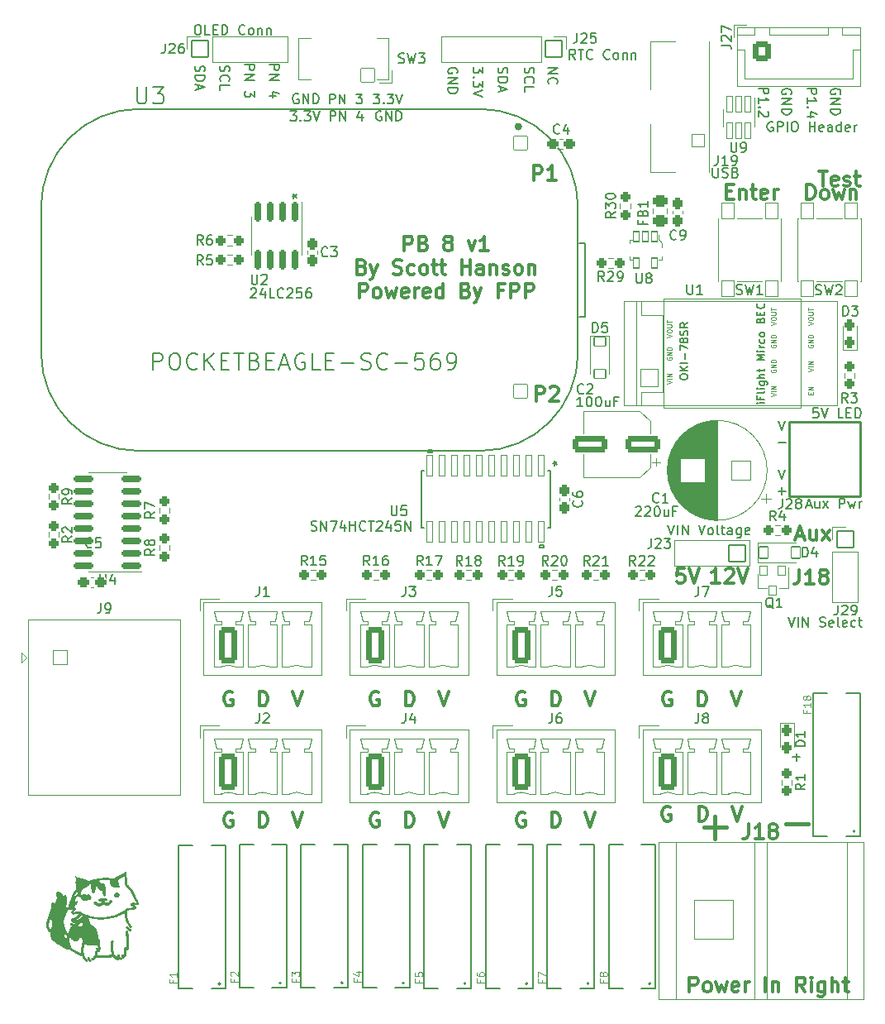
<source format=gbr>
%TF.GenerationSoftware,KiCad,Pcbnew,(6.0.5)*%
%TF.CreationDate,2022-06-18T22:59:03-05:00*%
%TF.ProjectId,PB_8,50425f38-2e6b-4696-9361-645f70636258,v1*%
%TF.SameCoordinates,Original*%
%TF.FileFunction,Legend,Top*%
%TF.FilePolarity,Positive*%
%FSLAX46Y46*%
G04 Gerber Fmt 4.6, Leading zero omitted, Abs format (unit mm)*
G04 Created by KiCad (PCBNEW (6.0.5)) date 2022-06-18 22:59:03*
%MOMM*%
%LPD*%
G01*
G04 APERTURE LIST*
G04 Aperture macros list*
%AMRoundRect*
0 Rectangle with rounded corners*
0 $1 Rounding radius*
0 $2 $3 $4 $5 $6 $7 $8 $9 X,Y pos of 4 corners*
0 Add a 4 corners polygon primitive as box body*
4,1,4,$2,$3,$4,$5,$6,$7,$8,$9,$2,$3,0*
0 Add four circle primitives for the rounded corners*
1,1,$1+$1,$2,$3*
1,1,$1+$1,$4,$5*
1,1,$1+$1,$6,$7*
1,1,$1+$1,$8,$9*
0 Add four rect primitives between the rounded corners*
20,1,$1+$1,$2,$3,$4,$5,0*
20,1,$1+$1,$4,$5,$6,$7,0*
20,1,$1+$1,$6,$7,$8,$9,0*
20,1,$1+$1,$8,$9,$2,$3,0*%
G04 Aperture macros list end*
%ADD10C,0.300000*%
%ADD11C,0.150000*%
%ADD12C,0.400000*%
%ADD13C,0.100000*%
%ADD14C,0.120000*%
%ADD15C,0.127000*%
%ADD16C,0.187000*%
%ADD17C,0.304800*%
%ADD18C,0.152400*%
%ADD19C,0.254000*%
%ADD20RoundRect,0.051000X-0.850000X0.850000X-0.850000X-0.850000X0.850000X-0.850000X0.850000X0.850000X0*%
%ADD21O,1.802000X1.802000*%
%ADD22C,2.577000*%
%ADD23RoundRect,0.051000X-0.850000X-0.850000X0.850000X-0.850000X0.850000X0.850000X-0.850000X0.850000X0*%
%ADD24RoundRect,0.051000X0.650000X-0.650000X0.650000X0.650000X-0.650000X0.650000X-0.650000X-0.650000X0*%
%ADD25C,1.402000*%
%ADD26O,2.002000X3.002000*%
%ADD27O,3.002000X2.002000*%
%ADD28RoundRect,0.288500X0.250000X0.237500X-0.250000X0.237500X-0.250000X-0.237500X0.250000X-0.237500X0*%
%ADD29RoundRect,0.301000X-0.450000X0.325000X-0.450000X-0.325000X0.450000X-0.325000X0.450000X0.325000X0*%
%ADD30RoundRect,0.288500X-0.237500X0.250000X-0.237500X-0.250000X0.237500X-0.250000X0.237500X0.250000X0*%
%ADD31RoundRect,0.288500X0.237500X-0.300000X0.237500X0.300000X-0.237500X0.300000X-0.237500X-0.300000X0*%
%ADD32RoundRect,0.070000X0.300000X0.525000X-0.300000X0.525000X-0.300000X-0.525000X0.300000X-0.525000X0*%
%ADD33RoundRect,0.201000X-0.150000X0.825000X-0.150000X-0.825000X0.150000X-0.825000X0.150000X0.825000X0*%
%ADD34RoundRect,0.301000X1.500000X0.550000X-1.500000X0.550000X-1.500000X-0.550000X1.500000X-0.550000X0*%
%ADD35RoundRect,0.051000X1.000000X1.000000X-1.000000X1.000000X-1.000000X-1.000000X1.000000X-1.000000X0*%
%ADD36C,2.102000*%
%ADD37RoundRect,0.288500X0.237500X-0.287500X0.237500X0.287500X-0.237500X0.287500X-0.237500X-0.287500X0*%
%ADD38RoundRect,0.288500X0.237500X-0.250000X0.237500X0.250000X-0.237500X0.250000X-0.237500X-0.250000X0*%
%ADD39RoundRect,0.051000X-0.900000X0.900000X-0.900000X-0.900000X0.900000X-0.900000X0.900000X0.900000X0*%
%ADD40C,1.902000*%
%ADD41C,1.626000*%
%ADD42RoundRect,0.051000X-0.600000X0.450000X-0.600000X-0.450000X0.600000X-0.450000X0.600000X0.450000X0*%
%ADD43RoundRect,0.288500X-0.300000X-0.237500X0.300000X-0.237500X0.300000X0.237500X-0.300000X0.237500X0*%
%ADD44RoundRect,0.051000X-0.704000X0.704000X-0.704000X-0.704000X0.704000X-0.704000X0.704000X0.704000X0*%
%ADD45C,1.510000*%
%ADD46RoundRect,0.051000X-0.279400X1.079500X-0.279400X-1.079500X0.279400X-1.079500X0.279400X1.079500X0*%
%ADD47RoundRect,0.051000X0.850000X-0.850000X0.850000X0.850000X-0.850000X0.850000X-0.850000X-0.850000X0*%
%ADD48RoundRect,0.051000X0.700000X0.700000X-0.700000X0.700000X-0.700000X-0.700000X0.700000X-0.700000X0*%
%ADD49C,1.502000*%
%ADD50RoundRect,0.288500X-0.237500X0.300000X-0.237500X-0.300000X0.237500X-0.300000X0.237500X0.300000X0*%
%ADD51RoundRect,0.051000X-0.450000X-0.600000X0.450000X-0.600000X0.450000X0.600000X-0.450000X0.600000X0*%
%ADD52RoundRect,0.051000X-0.400000X0.450000X-0.400000X-0.450000X0.400000X-0.450000X0.400000X0.450000X0*%
%ADD53RoundRect,0.288500X-0.250000X-0.237500X0.250000X-0.237500X0.250000X0.237500X-0.250000X0.237500X0*%
%ADD54RoundRect,0.051000X-2.000000X-2.000000X2.000000X-2.000000X2.000000X2.000000X-2.000000X2.000000X0*%
%ADD55C,4.102000*%
%ADD56C,2.006000*%
%ADD57RoundRect,0.051000X-0.325000X0.780000X-0.325000X-0.780000X0.325000X-0.780000X0.325000X0.780000X0*%
%ADD58RoundRect,0.301000X-0.600000X-0.725000X0.600000X-0.725000X0.600000X0.725000X-0.600000X0.725000X0*%
%ADD59O,1.802000X2.052000*%
%ADD60RoundRect,0.051000X0.650000X-0.775000X0.650000X0.775000X-0.650000X0.775000X-0.650000X-0.775000X0*%
%ADD61RoundRect,0.301000X-0.650000X-1.550000X0.650000X-1.550000X0.650000X1.550000X-0.650000X1.550000X0*%
%ADD62O,1.902000X3.702000*%
%ADD63C,3.302000*%
%ADD64RoundRect,0.051000X-0.750000X-0.750000X0.750000X-0.750000X0.750000X0.750000X-0.750000X0.750000X0*%
%ADD65C,1.602000*%
%ADD66RoundRect,0.201000X0.825000X0.150000X-0.825000X0.150000X-0.825000X-0.150000X0.825000X-0.150000X0*%
%ADD67RoundRect,0.288500X-0.237500X0.287500X-0.237500X-0.287500X0.237500X-0.287500X0.237500X0.287500X0*%
G04 APERTURE END LIST*
D10*
X170696000Y-133752571D02*
X171196000Y-135252571D01*
X171696000Y-133752571D01*
X167247142Y-135252571D02*
X167247142Y-133752571D01*
X167604285Y-133752571D01*
X167818571Y-133824000D01*
X167961428Y-133966857D01*
X168032857Y-134109714D01*
X168104285Y-134395428D01*
X168104285Y-134609714D01*
X168032857Y-134895428D01*
X167961428Y-135038285D01*
X167818571Y-135181142D01*
X167604285Y-135252571D01*
X167247142Y-135252571D01*
X185682000Y-133752571D02*
X186182000Y-135252571D01*
X186682000Y-133752571D01*
X179462857Y-133824000D02*
X179320000Y-133752571D01*
X179105714Y-133752571D01*
X178891428Y-133824000D01*
X178748571Y-133966857D01*
X178677142Y-134109714D01*
X178605714Y-134395428D01*
X178605714Y-134609714D01*
X178677142Y-134895428D01*
X178748571Y-135038285D01*
X178891428Y-135181142D01*
X179105714Y-135252571D01*
X179248571Y-135252571D01*
X179462857Y-135181142D01*
X179534285Y-135109714D01*
X179534285Y-134609714D01*
X179248571Y-134609714D01*
X200728800Y-133131171D02*
X201228800Y-134631171D01*
X201728800Y-133131171D01*
X197285942Y-134631171D02*
X197285942Y-133131171D01*
X197643085Y-133131171D01*
X197857371Y-133202600D01*
X198000228Y-133345457D01*
X198071657Y-133488314D01*
X198143085Y-133774028D01*
X198143085Y-133988314D01*
X198071657Y-134274028D01*
X198000228Y-134416885D01*
X197857371Y-134559742D01*
X197643085Y-134631171D01*
X197285942Y-134631171D01*
X194371657Y-133202600D02*
X194228800Y-133131171D01*
X194014514Y-133131171D01*
X193800228Y-133202600D01*
X193657371Y-133345457D01*
X193585942Y-133488314D01*
X193514514Y-133774028D01*
X193514514Y-133988314D01*
X193585942Y-134274028D01*
X193657371Y-134416885D01*
X193800228Y-134559742D01*
X194014514Y-134631171D01*
X194157371Y-134631171D01*
X194371657Y-134559742D01*
X194443085Y-134488314D01*
X194443085Y-133988314D01*
X194157371Y-133988314D01*
X182233142Y-135252571D02*
X182233142Y-133752571D01*
X182590285Y-133752571D01*
X182804571Y-133824000D01*
X182947428Y-133966857D01*
X183018857Y-134109714D01*
X183090285Y-134395428D01*
X183090285Y-134609714D01*
X183018857Y-134895428D01*
X182947428Y-135038285D01*
X182804571Y-135181142D01*
X182590285Y-135252571D01*
X182233142Y-135252571D01*
X155710000Y-133752571D02*
X156210000Y-135252571D01*
X156710000Y-133752571D01*
X149490857Y-133824000D02*
X149348000Y-133752571D01*
X149133714Y-133752571D01*
X148919428Y-133824000D01*
X148776571Y-133966857D01*
X148705142Y-134109714D01*
X148633714Y-134395428D01*
X148633714Y-134609714D01*
X148705142Y-134895428D01*
X148776571Y-135038285D01*
X148919428Y-135181142D01*
X149133714Y-135252571D01*
X149276571Y-135252571D01*
X149490857Y-135181142D01*
X149562285Y-135109714D01*
X149562285Y-134609714D01*
X149276571Y-134609714D01*
X152261142Y-135252571D02*
X152261142Y-133752571D01*
X152618285Y-133752571D01*
X152832571Y-133824000D01*
X152975428Y-133966857D01*
X153046857Y-134109714D01*
X153118285Y-134395428D01*
X153118285Y-134609714D01*
X153046857Y-134895428D01*
X152975428Y-135038285D01*
X152832571Y-135181142D01*
X152618285Y-135252571D01*
X152261142Y-135252571D01*
X164476857Y-133824000D02*
X164334000Y-133752571D01*
X164119714Y-133752571D01*
X163905428Y-133824000D01*
X163762571Y-133966857D01*
X163691142Y-134109714D01*
X163619714Y-134395428D01*
X163619714Y-134609714D01*
X163691142Y-134895428D01*
X163762571Y-135038285D01*
X163905428Y-135181142D01*
X164119714Y-135252571D01*
X164262571Y-135252571D01*
X164476857Y-135181142D01*
X164548285Y-135109714D01*
X164548285Y-134609714D01*
X164262571Y-134609714D01*
X199470228Y-110281171D02*
X198613085Y-110281171D01*
X199041657Y-110281171D02*
X199041657Y-108781171D01*
X198898800Y-108995457D01*
X198755942Y-109138314D01*
X198613085Y-109209742D01*
X200041657Y-108924028D02*
X200113085Y-108852600D01*
X200255942Y-108781171D01*
X200613085Y-108781171D01*
X200755942Y-108852600D01*
X200827371Y-108924028D01*
X200898800Y-109066885D01*
X200898800Y-109209742D01*
X200827371Y-109424028D01*
X199970228Y-110281171D01*
X200898800Y-110281171D01*
X201327371Y-108781171D02*
X201827371Y-110281171D01*
X202327371Y-108781171D01*
X195795085Y-108781171D02*
X195080800Y-108781171D01*
X195009371Y-109495457D01*
X195080800Y-109424028D01*
X195223657Y-109352600D01*
X195580800Y-109352600D01*
X195723657Y-109424028D01*
X195795085Y-109495457D01*
X195866514Y-109638314D01*
X195866514Y-109995457D01*
X195795085Y-110138314D01*
X195723657Y-110209742D01*
X195580800Y-110281171D01*
X195223657Y-110281171D01*
X195080800Y-110209742D01*
X195009371Y-110138314D01*
X196295085Y-108781171D02*
X196795085Y-110281171D01*
X197295085Y-108781171D01*
X167113085Y-76266171D02*
X167113085Y-74766171D01*
X167684514Y-74766171D01*
X167827371Y-74837600D01*
X167898800Y-74909028D01*
X167970228Y-75051885D01*
X167970228Y-75266171D01*
X167898800Y-75409028D01*
X167827371Y-75480457D01*
X167684514Y-75551885D01*
X167113085Y-75551885D01*
X169113085Y-75480457D02*
X169327371Y-75551885D01*
X169398800Y-75623314D01*
X169470228Y-75766171D01*
X169470228Y-75980457D01*
X169398800Y-76123314D01*
X169327371Y-76194742D01*
X169184514Y-76266171D01*
X168613085Y-76266171D01*
X168613085Y-74766171D01*
X169113085Y-74766171D01*
X169255942Y-74837600D01*
X169327371Y-74909028D01*
X169398800Y-75051885D01*
X169398800Y-75194742D01*
X169327371Y-75337600D01*
X169255942Y-75409028D01*
X169113085Y-75480457D01*
X168613085Y-75480457D01*
X171470228Y-75409028D02*
X171327371Y-75337600D01*
X171255942Y-75266171D01*
X171184514Y-75123314D01*
X171184514Y-75051885D01*
X171255942Y-74909028D01*
X171327371Y-74837600D01*
X171470228Y-74766171D01*
X171755942Y-74766171D01*
X171898800Y-74837600D01*
X171970228Y-74909028D01*
X172041657Y-75051885D01*
X172041657Y-75123314D01*
X171970228Y-75266171D01*
X171898800Y-75337600D01*
X171755942Y-75409028D01*
X171470228Y-75409028D01*
X171327371Y-75480457D01*
X171255942Y-75551885D01*
X171184514Y-75694742D01*
X171184514Y-75980457D01*
X171255942Y-76123314D01*
X171327371Y-76194742D01*
X171470228Y-76266171D01*
X171755942Y-76266171D01*
X171898800Y-76194742D01*
X171970228Y-76123314D01*
X172041657Y-75980457D01*
X172041657Y-75694742D01*
X171970228Y-75551885D01*
X171898800Y-75480457D01*
X171755942Y-75409028D01*
X173684514Y-75266171D02*
X174041657Y-76266171D01*
X174398800Y-75266171D01*
X175755942Y-76266171D02*
X174898800Y-76266171D01*
X175327371Y-76266171D02*
X175327371Y-74766171D01*
X175184514Y-74980457D01*
X175041657Y-75123314D01*
X174898800Y-75194742D01*
X162791657Y-77895457D02*
X163005942Y-77966885D01*
X163077371Y-78038314D01*
X163148800Y-78181171D01*
X163148800Y-78395457D01*
X163077371Y-78538314D01*
X163005942Y-78609742D01*
X162863085Y-78681171D01*
X162291657Y-78681171D01*
X162291657Y-77181171D01*
X162791657Y-77181171D01*
X162934514Y-77252600D01*
X163005942Y-77324028D01*
X163077371Y-77466885D01*
X163077371Y-77609742D01*
X163005942Y-77752600D01*
X162934514Y-77824028D01*
X162791657Y-77895457D01*
X162291657Y-77895457D01*
X163648800Y-77681171D02*
X164005942Y-78681171D01*
X164363085Y-77681171D02*
X164005942Y-78681171D01*
X163863085Y-79038314D01*
X163791657Y-79109742D01*
X163648800Y-79181171D01*
X166005942Y-78609742D02*
X166220228Y-78681171D01*
X166577371Y-78681171D01*
X166720228Y-78609742D01*
X166791657Y-78538314D01*
X166863085Y-78395457D01*
X166863085Y-78252600D01*
X166791657Y-78109742D01*
X166720228Y-78038314D01*
X166577371Y-77966885D01*
X166291657Y-77895457D01*
X166148800Y-77824028D01*
X166077371Y-77752600D01*
X166005942Y-77609742D01*
X166005942Y-77466885D01*
X166077371Y-77324028D01*
X166148800Y-77252600D01*
X166291657Y-77181171D01*
X166648800Y-77181171D01*
X166863085Y-77252600D01*
X168148800Y-78609742D02*
X168005942Y-78681171D01*
X167720228Y-78681171D01*
X167577371Y-78609742D01*
X167505942Y-78538314D01*
X167434514Y-78395457D01*
X167434514Y-77966885D01*
X167505942Y-77824028D01*
X167577371Y-77752600D01*
X167720228Y-77681171D01*
X168005942Y-77681171D01*
X168148800Y-77752600D01*
X169005942Y-78681171D02*
X168863085Y-78609742D01*
X168791657Y-78538314D01*
X168720228Y-78395457D01*
X168720228Y-77966885D01*
X168791657Y-77824028D01*
X168863085Y-77752600D01*
X169005942Y-77681171D01*
X169220228Y-77681171D01*
X169363085Y-77752600D01*
X169434514Y-77824028D01*
X169505942Y-77966885D01*
X169505942Y-78395457D01*
X169434514Y-78538314D01*
X169363085Y-78609742D01*
X169220228Y-78681171D01*
X169005942Y-78681171D01*
X169934514Y-77681171D02*
X170505942Y-77681171D01*
X170148800Y-77181171D02*
X170148800Y-78466885D01*
X170220228Y-78609742D01*
X170363085Y-78681171D01*
X170505942Y-78681171D01*
X170791657Y-77681171D02*
X171363085Y-77681171D01*
X171005942Y-77181171D02*
X171005942Y-78466885D01*
X171077371Y-78609742D01*
X171220228Y-78681171D01*
X171363085Y-78681171D01*
X173005942Y-78681171D02*
X173005942Y-77181171D01*
X173005942Y-77895457D02*
X173863085Y-77895457D01*
X173863085Y-78681171D02*
X173863085Y-77181171D01*
X175220228Y-78681171D02*
X175220228Y-77895457D01*
X175148800Y-77752600D01*
X175005942Y-77681171D01*
X174720228Y-77681171D01*
X174577371Y-77752600D01*
X175220228Y-78609742D02*
X175077371Y-78681171D01*
X174720228Y-78681171D01*
X174577371Y-78609742D01*
X174505942Y-78466885D01*
X174505942Y-78324028D01*
X174577371Y-78181171D01*
X174720228Y-78109742D01*
X175077371Y-78109742D01*
X175220228Y-78038314D01*
X175934514Y-77681171D02*
X175934514Y-78681171D01*
X175934514Y-77824028D02*
X176005942Y-77752600D01*
X176148800Y-77681171D01*
X176363085Y-77681171D01*
X176505942Y-77752600D01*
X176577371Y-77895457D01*
X176577371Y-78681171D01*
X177220228Y-78609742D02*
X177363085Y-78681171D01*
X177648800Y-78681171D01*
X177791657Y-78609742D01*
X177863085Y-78466885D01*
X177863085Y-78395457D01*
X177791657Y-78252600D01*
X177648800Y-78181171D01*
X177434514Y-78181171D01*
X177291657Y-78109742D01*
X177220228Y-77966885D01*
X177220228Y-77895457D01*
X177291657Y-77752600D01*
X177434514Y-77681171D01*
X177648800Y-77681171D01*
X177791657Y-77752600D01*
X178720228Y-78681171D02*
X178577371Y-78609742D01*
X178505942Y-78538314D01*
X178434514Y-78395457D01*
X178434514Y-77966885D01*
X178505942Y-77824028D01*
X178577371Y-77752600D01*
X178720228Y-77681171D01*
X178934514Y-77681171D01*
X179077371Y-77752600D01*
X179148800Y-77824028D01*
X179220228Y-77966885D01*
X179220228Y-78395457D01*
X179148800Y-78538314D01*
X179077371Y-78609742D01*
X178934514Y-78681171D01*
X178720228Y-78681171D01*
X179863085Y-77681171D02*
X179863085Y-78681171D01*
X179863085Y-77824028D02*
X179934514Y-77752600D01*
X180077371Y-77681171D01*
X180291657Y-77681171D01*
X180434514Y-77752600D01*
X180505942Y-77895457D01*
X180505942Y-78681171D01*
X162505942Y-81096171D02*
X162505942Y-79596171D01*
X163077371Y-79596171D01*
X163220228Y-79667600D01*
X163291657Y-79739028D01*
X163363085Y-79881885D01*
X163363085Y-80096171D01*
X163291657Y-80239028D01*
X163220228Y-80310457D01*
X163077371Y-80381885D01*
X162505942Y-80381885D01*
X164220228Y-81096171D02*
X164077371Y-81024742D01*
X164005942Y-80953314D01*
X163934514Y-80810457D01*
X163934514Y-80381885D01*
X164005942Y-80239028D01*
X164077371Y-80167600D01*
X164220228Y-80096171D01*
X164434514Y-80096171D01*
X164577371Y-80167600D01*
X164648800Y-80239028D01*
X164720228Y-80381885D01*
X164720228Y-80810457D01*
X164648800Y-80953314D01*
X164577371Y-81024742D01*
X164434514Y-81096171D01*
X164220228Y-81096171D01*
X165220228Y-80096171D02*
X165505942Y-81096171D01*
X165791657Y-80381885D01*
X166077371Y-81096171D01*
X166363085Y-80096171D01*
X167505942Y-81024742D02*
X167363085Y-81096171D01*
X167077371Y-81096171D01*
X166934514Y-81024742D01*
X166863085Y-80881885D01*
X166863085Y-80310457D01*
X166934514Y-80167600D01*
X167077371Y-80096171D01*
X167363085Y-80096171D01*
X167505942Y-80167600D01*
X167577371Y-80310457D01*
X167577371Y-80453314D01*
X166863085Y-80596171D01*
X168220228Y-81096171D02*
X168220228Y-80096171D01*
X168220228Y-80381885D02*
X168291657Y-80239028D01*
X168363085Y-80167600D01*
X168505942Y-80096171D01*
X168648800Y-80096171D01*
X169720228Y-81024742D02*
X169577371Y-81096171D01*
X169291657Y-81096171D01*
X169148800Y-81024742D01*
X169077371Y-80881885D01*
X169077371Y-80310457D01*
X169148800Y-80167600D01*
X169291657Y-80096171D01*
X169577371Y-80096171D01*
X169720228Y-80167600D01*
X169791657Y-80310457D01*
X169791657Y-80453314D01*
X169077371Y-80596171D01*
X171077371Y-81096171D02*
X171077371Y-79596171D01*
X171077371Y-81024742D02*
X170934514Y-81096171D01*
X170648800Y-81096171D01*
X170505942Y-81024742D01*
X170434514Y-80953314D01*
X170363085Y-80810457D01*
X170363085Y-80381885D01*
X170434514Y-80239028D01*
X170505942Y-80167600D01*
X170648800Y-80096171D01*
X170934514Y-80096171D01*
X171077371Y-80167600D01*
X173434514Y-80310457D02*
X173648800Y-80381885D01*
X173720228Y-80453314D01*
X173791657Y-80596171D01*
X173791657Y-80810457D01*
X173720228Y-80953314D01*
X173648800Y-81024742D01*
X173505942Y-81096171D01*
X172934514Y-81096171D01*
X172934514Y-79596171D01*
X173434514Y-79596171D01*
X173577371Y-79667600D01*
X173648800Y-79739028D01*
X173720228Y-79881885D01*
X173720228Y-80024742D01*
X173648800Y-80167600D01*
X173577371Y-80239028D01*
X173434514Y-80310457D01*
X172934514Y-80310457D01*
X174291657Y-80096171D02*
X174648800Y-81096171D01*
X175005942Y-80096171D02*
X174648800Y-81096171D01*
X174505942Y-81453314D01*
X174434514Y-81524742D01*
X174291657Y-81596171D01*
X177220228Y-80310457D02*
X176720228Y-80310457D01*
X176720228Y-81096171D02*
X176720228Y-79596171D01*
X177434514Y-79596171D01*
X178005942Y-81096171D02*
X178005942Y-79596171D01*
X178577371Y-79596171D01*
X178720228Y-79667600D01*
X178791657Y-79739028D01*
X178863085Y-79881885D01*
X178863085Y-80096171D01*
X178791657Y-80239028D01*
X178720228Y-80310457D01*
X178577371Y-80381885D01*
X178005942Y-80381885D01*
X179505942Y-81096171D02*
X179505942Y-79596171D01*
X180077371Y-79596171D01*
X180220228Y-79667600D01*
X180291657Y-79739028D01*
X180363085Y-79881885D01*
X180363085Y-80096171D01*
X180291657Y-80239028D01*
X180220228Y-80310457D01*
X180077371Y-80381885D01*
X179505942Y-80381885D01*
D11*
X208387899Y-59641379D02*
X209387899Y-59641379D01*
X209387899Y-60022331D01*
X209340280Y-60117569D01*
X209292660Y-60165188D01*
X209197422Y-60212807D01*
X209054565Y-60212807D01*
X208959327Y-60165188D01*
X208911708Y-60117569D01*
X208864089Y-60022331D01*
X208864089Y-59641379D01*
X208387899Y-61165188D02*
X208387899Y-60593760D01*
X208387899Y-60879474D02*
X209387899Y-60879474D01*
X209245041Y-60784236D01*
X209149803Y-60688998D01*
X209102184Y-60593760D01*
X208483137Y-61593760D02*
X208435518Y-61641379D01*
X208387899Y-61593760D01*
X208435518Y-61546140D01*
X208483137Y-61593760D01*
X208387899Y-61593760D01*
X209054565Y-62498521D02*
X208387899Y-62498521D01*
X209435518Y-62260426D02*
X208721232Y-62022331D01*
X208721232Y-62641379D01*
X206749480Y-60230255D02*
X206797099Y-60135017D01*
X206797099Y-59992160D01*
X206749480Y-59849302D01*
X206654241Y-59754064D01*
X206559003Y-59706445D01*
X206368527Y-59658826D01*
X206225670Y-59658826D01*
X206035194Y-59706445D01*
X205939956Y-59754064D01*
X205844718Y-59849302D01*
X205797099Y-59992160D01*
X205797099Y-60087398D01*
X205844718Y-60230255D01*
X205892337Y-60277874D01*
X206225670Y-60277874D01*
X206225670Y-60087398D01*
X205797099Y-60706445D02*
X206797099Y-60706445D01*
X205797099Y-61277874D01*
X206797099Y-61277874D01*
X205797099Y-61754064D02*
X206797099Y-61754064D01*
X206797099Y-61992160D01*
X206749480Y-62135017D01*
X206654241Y-62230255D01*
X206559003Y-62277874D01*
X206368527Y-62325493D01*
X206225670Y-62325493D01*
X206035194Y-62277874D01*
X205939956Y-62230255D01*
X205844718Y-62135017D01*
X205797099Y-61992160D01*
X205797099Y-61754064D01*
X211778680Y-60230255D02*
X211826299Y-60135017D01*
X211826299Y-59992160D01*
X211778680Y-59849302D01*
X211683441Y-59754064D01*
X211588203Y-59706445D01*
X211397727Y-59658826D01*
X211254870Y-59658826D01*
X211064394Y-59706445D01*
X210969156Y-59754064D01*
X210873918Y-59849302D01*
X210826299Y-59992160D01*
X210826299Y-60087398D01*
X210873918Y-60230255D01*
X210921537Y-60277874D01*
X211254870Y-60277874D01*
X211254870Y-60087398D01*
X210826299Y-60706445D02*
X211826299Y-60706445D01*
X210826299Y-61277874D01*
X211826299Y-61277874D01*
X210826299Y-61754064D02*
X211826299Y-61754064D01*
X211826299Y-61992160D01*
X211778680Y-62135017D01*
X211683441Y-62230255D01*
X211588203Y-62277874D01*
X211397727Y-62325493D01*
X211254870Y-62325493D01*
X211064394Y-62277874D01*
X210969156Y-62230255D01*
X210873918Y-62135017D01*
X210826299Y-61992160D01*
X210826299Y-61754064D01*
X155447609Y-61979980D02*
X156066657Y-61979980D01*
X155733323Y-62360933D01*
X155876180Y-62360933D01*
X155971419Y-62408552D01*
X156019038Y-62456171D01*
X156066657Y-62551409D01*
X156066657Y-62789504D01*
X156019038Y-62884742D01*
X155971419Y-62932361D01*
X155876180Y-62979980D01*
X155590466Y-62979980D01*
X155495228Y-62932361D01*
X155447609Y-62884742D01*
X156495228Y-62884742D02*
X156542847Y-62932361D01*
X156495228Y-62979980D01*
X156447609Y-62932361D01*
X156495228Y-62884742D01*
X156495228Y-62979980D01*
X156876180Y-61979980D02*
X157495228Y-61979980D01*
X157161895Y-62360933D01*
X157304752Y-62360933D01*
X157399990Y-62408552D01*
X157447609Y-62456171D01*
X157495228Y-62551409D01*
X157495228Y-62789504D01*
X157447609Y-62884742D01*
X157399990Y-62932361D01*
X157304752Y-62979980D01*
X157019038Y-62979980D01*
X156923800Y-62932361D01*
X156876180Y-62884742D01*
X157780942Y-61979980D02*
X158114276Y-62979980D01*
X158447609Y-61979980D01*
X164761215Y-62002600D02*
X164665977Y-61954980D01*
X164523120Y-61954980D01*
X164380262Y-62002600D01*
X164285024Y-62097838D01*
X164237405Y-62193076D01*
X164189786Y-62383552D01*
X164189786Y-62526409D01*
X164237405Y-62716885D01*
X164285024Y-62812123D01*
X164380262Y-62907361D01*
X164523120Y-62954980D01*
X164618358Y-62954980D01*
X164761215Y-62907361D01*
X164808834Y-62859742D01*
X164808834Y-62526409D01*
X164618358Y-62526409D01*
X165237405Y-62954980D02*
X165237405Y-61954980D01*
X165808834Y-62954980D01*
X165808834Y-61954980D01*
X166285024Y-62954980D02*
X166285024Y-61954980D01*
X166523120Y-61954980D01*
X166665977Y-62002600D01*
X166761215Y-62097838D01*
X166808834Y-62193076D01*
X166856453Y-62383552D01*
X166856453Y-62526409D01*
X166808834Y-62716885D01*
X166761215Y-62812123D01*
X166665977Y-62907361D01*
X166523120Y-62954980D01*
X166285024Y-62954980D01*
X156257295Y-60238160D02*
X156162057Y-60190540D01*
X156019200Y-60190540D01*
X155876342Y-60238160D01*
X155781104Y-60333398D01*
X155733485Y-60428636D01*
X155685866Y-60619112D01*
X155685866Y-60761969D01*
X155733485Y-60952445D01*
X155781104Y-61047683D01*
X155876342Y-61142921D01*
X156019200Y-61190540D01*
X156114438Y-61190540D01*
X156257295Y-61142921D01*
X156304914Y-61095302D01*
X156304914Y-60761969D01*
X156114438Y-60761969D01*
X156733485Y-61190540D02*
X156733485Y-60190540D01*
X157304914Y-61190540D01*
X157304914Y-60190540D01*
X157781104Y-61190540D02*
X157781104Y-60190540D01*
X158019200Y-60190540D01*
X158162057Y-60238160D01*
X158257295Y-60333398D01*
X158304914Y-60428636D01*
X158352533Y-60619112D01*
X158352533Y-60761969D01*
X158304914Y-60952445D01*
X158257295Y-61047683D01*
X158162057Y-61142921D01*
X158019200Y-61190540D01*
X157781104Y-61190540D01*
X159469222Y-61214540D02*
X159469222Y-60214540D01*
X159850175Y-60214540D01*
X159945413Y-60262160D01*
X159993032Y-60309779D01*
X160040651Y-60405017D01*
X160040651Y-60547874D01*
X159993032Y-60643112D01*
X159945413Y-60690731D01*
X159850175Y-60738350D01*
X159469222Y-60738350D01*
X160469222Y-61214540D02*
X160469222Y-60214540D01*
X161040651Y-61214540D01*
X161040651Y-60214540D01*
X162183508Y-60214540D02*
X162802556Y-60214540D01*
X162469222Y-60595493D01*
X162612080Y-60595493D01*
X162707318Y-60643112D01*
X162754937Y-60690731D01*
X162802556Y-60785969D01*
X162802556Y-61024064D01*
X162754937Y-61119302D01*
X162707318Y-61166921D01*
X162612080Y-61214540D01*
X162326365Y-61214540D01*
X162231127Y-61166921D01*
X162183508Y-61119302D01*
D10*
X207594514Y-108891171D02*
X207594514Y-109962600D01*
X207523085Y-110176885D01*
X207380228Y-110319742D01*
X207165942Y-110391171D01*
X207023085Y-110391171D01*
X209094514Y-110391171D02*
X208237371Y-110391171D01*
X208665942Y-110391171D02*
X208665942Y-108891171D01*
X208523085Y-109105457D01*
X208380228Y-109248314D01*
X208237371Y-109319742D01*
X209951657Y-109534028D02*
X209808800Y-109462600D01*
X209737371Y-109391171D01*
X209665942Y-109248314D01*
X209665942Y-109176885D01*
X209737371Y-109034028D01*
X209808800Y-108962600D01*
X209951657Y-108891171D01*
X210237371Y-108891171D01*
X210380228Y-108962600D01*
X210451657Y-109034028D01*
X210523085Y-109176885D01*
X210523085Y-109248314D01*
X210451657Y-109391171D01*
X210380228Y-109462600D01*
X210237371Y-109534028D01*
X209951657Y-109534028D01*
X209808800Y-109605457D01*
X209737371Y-109676885D01*
X209665942Y-109819742D01*
X209665942Y-110105457D01*
X209737371Y-110248314D01*
X209808800Y-110319742D01*
X209951657Y-110391171D01*
X210237371Y-110391171D01*
X210380228Y-110319742D01*
X210451657Y-110248314D01*
X210523085Y-110105457D01*
X210523085Y-109819742D01*
X210451657Y-109676885D01*
X210380228Y-109605457D01*
X210237371Y-109534028D01*
X208363085Y-70996171D02*
X208363085Y-69496171D01*
X208720228Y-69496171D01*
X208934514Y-69567600D01*
X209077371Y-69710457D01*
X209148800Y-69853314D01*
X209220228Y-70139028D01*
X209220228Y-70353314D01*
X209148800Y-70639028D01*
X209077371Y-70781885D01*
X208934514Y-70924742D01*
X208720228Y-70996171D01*
X208363085Y-70996171D01*
X210077371Y-70996171D02*
X209934514Y-70924742D01*
X209863085Y-70853314D01*
X209791657Y-70710457D01*
X209791657Y-70281885D01*
X209863085Y-70139028D01*
X209934514Y-70067600D01*
X210077371Y-69996171D01*
X210291657Y-69996171D01*
X210434514Y-70067600D01*
X210505942Y-70139028D01*
X210577371Y-70281885D01*
X210577371Y-70710457D01*
X210505942Y-70853314D01*
X210434514Y-70924742D01*
X210291657Y-70996171D01*
X210077371Y-70996171D01*
X211077371Y-69996171D02*
X211363085Y-70996171D01*
X211648800Y-70281885D01*
X211934514Y-70996171D01*
X212220228Y-69996171D01*
X212791657Y-69996171D02*
X212791657Y-70996171D01*
X212791657Y-70139028D02*
X212863085Y-70067600D01*
X213005942Y-69996171D01*
X213220228Y-69996171D01*
X213363085Y-70067600D01*
X213434514Y-70210457D01*
X213434514Y-70996171D01*
D11*
X150755299Y-57195382D02*
X151755299Y-57195382D01*
X151755299Y-57576335D01*
X151707680Y-57671573D01*
X151660060Y-57719192D01*
X151564822Y-57766811D01*
X151421965Y-57766811D01*
X151326727Y-57719192D01*
X151279108Y-57671573D01*
X151231489Y-57576335D01*
X151231489Y-57195382D01*
X150755299Y-58195382D02*
X151755299Y-58195382D01*
X150755299Y-58766811D01*
X151755299Y-58766811D01*
X151755299Y-59909668D02*
X151755299Y-60528716D01*
X151374346Y-60195382D01*
X151374346Y-60338240D01*
X151326727Y-60433478D01*
X151279108Y-60481097D01*
X151183870Y-60528716D01*
X150945775Y-60528716D01*
X150850537Y-60481097D01*
X150802918Y-60433478D01*
X150755299Y-60338240D01*
X150755299Y-60052525D01*
X150802918Y-59957287D01*
X150850537Y-59909668D01*
X181835299Y-57555125D02*
X182835299Y-57555125D01*
X181835299Y-58126554D01*
X182835299Y-58126554D01*
X181930537Y-59174173D02*
X181882918Y-59126554D01*
X181835299Y-58983697D01*
X181835299Y-58888459D01*
X181882918Y-58745601D01*
X181978156Y-58650363D01*
X182073394Y-58602744D01*
X182263870Y-58555125D01*
X182406727Y-58555125D01*
X182597203Y-58602744D01*
X182692441Y-58650363D01*
X182787680Y-58745601D01*
X182835299Y-58888459D01*
X182835299Y-58983697D01*
X182787680Y-59126554D01*
X182740060Y-59174173D01*
X145742918Y-57332507D02*
X145695299Y-57475364D01*
X145695299Y-57713459D01*
X145742918Y-57808697D01*
X145790537Y-57856316D01*
X145885775Y-57903935D01*
X145981013Y-57903935D01*
X146076251Y-57856316D01*
X146123870Y-57808697D01*
X146171489Y-57713459D01*
X146219108Y-57522983D01*
X146266727Y-57427745D01*
X146314346Y-57380126D01*
X146409584Y-57332507D01*
X146504822Y-57332507D01*
X146600060Y-57380126D01*
X146647680Y-57427745D01*
X146695299Y-57522983D01*
X146695299Y-57761078D01*
X146647680Y-57903935D01*
X145695299Y-58332507D02*
X146695299Y-58332507D01*
X146695299Y-58570602D01*
X146647680Y-58713459D01*
X146552441Y-58808697D01*
X146457203Y-58856316D01*
X146266727Y-58903935D01*
X146123870Y-58903935D01*
X145933394Y-58856316D01*
X145838156Y-58808697D01*
X145742918Y-58713459D01*
X145695299Y-58570602D01*
X145695299Y-58332507D01*
X145981013Y-59284888D02*
X145981013Y-59761078D01*
X145695299Y-59189650D02*
X146695299Y-59522983D01*
X145695299Y-59856316D01*
X176762918Y-57507507D02*
X176715299Y-57650364D01*
X176715299Y-57888459D01*
X176762918Y-57983697D01*
X176810537Y-58031316D01*
X176905775Y-58078935D01*
X177001013Y-58078935D01*
X177096251Y-58031316D01*
X177143870Y-57983697D01*
X177191489Y-57888459D01*
X177239108Y-57697983D01*
X177286727Y-57602745D01*
X177334346Y-57555126D01*
X177429584Y-57507507D01*
X177524822Y-57507507D01*
X177620060Y-57555126D01*
X177667680Y-57602745D01*
X177715299Y-57697983D01*
X177715299Y-57936078D01*
X177667680Y-58078935D01*
X176715299Y-58507507D02*
X177715299Y-58507507D01*
X177715299Y-58745602D01*
X177667680Y-58888459D01*
X177572441Y-58983697D01*
X177477203Y-59031316D01*
X177286727Y-59078935D01*
X177143870Y-59078935D01*
X176953394Y-59031316D01*
X176858156Y-58983697D01*
X176762918Y-58888459D01*
X176715299Y-58745602D01*
X176715299Y-58507507D01*
X177001013Y-59459888D02*
X177001013Y-59936078D01*
X176715299Y-59364650D02*
X177715299Y-59697983D01*
X176715299Y-60031316D01*
X148272918Y-57332506D02*
X148225299Y-57475363D01*
X148225299Y-57713459D01*
X148272918Y-57808697D01*
X148320537Y-57856316D01*
X148415775Y-57903935D01*
X148511013Y-57903935D01*
X148606251Y-57856316D01*
X148653870Y-57808697D01*
X148701489Y-57713459D01*
X148749108Y-57522983D01*
X148796727Y-57427744D01*
X148844346Y-57380125D01*
X148939584Y-57332506D01*
X149034822Y-57332506D01*
X149130060Y-57380125D01*
X149177680Y-57427744D01*
X149225299Y-57522983D01*
X149225299Y-57761078D01*
X149177680Y-57903935D01*
X148320537Y-58903935D02*
X148272918Y-58856316D01*
X148225299Y-58713459D01*
X148225299Y-58618221D01*
X148272918Y-58475363D01*
X148368156Y-58380125D01*
X148463394Y-58332506D01*
X148653870Y-58284887D01*
X148796727Y-58284887D01*
X148987203Y-58332506D01*
X149082441Y-58380125D01*
X149177680Y-58475363D01*
X149225299Y-58618221D01*
X149225299Y-58713459D01*
X149177680Y-58856316D01*
X149130060Y-58903935D01*
X148225299Y-59808697D02*
X148225299Y-59332506D01*
X149225299Y-59332506D01*
X153295299Y-57195382D02*
X154295299Y-57195382D01*
X154295299Y-57576335D01*
X154247680Y-57671573D01*
X154200060Y-57719192D01*
X154104822Y-57766811D01*
X153961965Y-57766811D01*
X153866727Y-57719192D01*
X153819108Y-57671573D01*
X153771489Y-57576335D01*
X153771489Y-57195382D01*
X153295299Y-58195382D02*
X154295299Y-58195382D01*
X153295299Y-58766811D01*
X154295299Y-58766811D01*
X153961965Y-60433478D02*
X153295299Y-60433478D01*
X154342918Y-60195382D02*
X153628632Y-59957287D01*
X153628632Y-60576335D01*
X172547680Y-58078935D02*
X172595299Y-57983697D01*
X172595299Y-57840840D01*
X172547680Y-57697982D01*
X172452441Y-57602744D01*
X172357203Y-57555125D01*
X172166727Y-57507506D01*
X172023870Y-57507506D01*
X171833394Y-57555125D01*
X171738156Y-57602744D01*
X171642918Y-57697982D01*
X171595299Y-57840840D01*
X171595299Y-57936078D01*
X171642918Y-58078935D01*
X171690537Y-58126554D01*
X172023870Y-58126554D01*
X172023870Y-57936078D01*
X171595299Y-58555125D02*
X172595299Y-58555125D01*
X171595299Y-59126554D01*
X172595299Y-59126554D01*
X171595299Y-59602744D02*
X172595299Y-59602744D01*
X172595299Y-59840840D01*
X172547680Y-59983697D01*
X172452441Y-60078935D01*
X172357203Y-60126554D01*
X172166727Y-60174173D01*
X172023870Y-60174173D01*
X171833394Y-60126554D01*
X171738156Y-60078935D01*
X171642918Y-59983697D01*
X171595299Y-59840840D01*
X171595299Y-59602744D01*
X175175299Y-57459887D02*
X175175299Y-58078935D01*
X174794346Y-57745601D01*
X174794346Y-57888458D01*
X174746727Y-57983697D01*
X174699108Y-58031316D01*
X174603870Y-58078935D01*
X174365775Y-58078935D01*
X174270537Y-58031316D01*
X174222918Y-57983697D01*
X174175299Y-57888458D01*
X174175299Y-57602744D01*
X174222918Y-57507506D01*
X174270537Y-57459887D01*
X174270537Y-58507506D02*
X174222918Y-58555125D01*
X174175299Y-58507506D01*
X174222918Y-58459887D01*
X174270537Y-58507506D01*
X174175299Y-58507506D01*
X175175299Y-58888458D02*
X175175299Y-59507506D01*
X174794346Y-59174173D01*
X174794346Y-59317030D01*
X174746727Y-59412268D01*
X174699108Y-59459887D01*
X174603870Y-59507506D01*
X174365775Y-59507506D01*
X174270537Y-59459887D01*
X174222918Y-59412268D01*
X174175299Y-59317030D01*
X174175299Y-59031316D01*
X174222918Y-58936078D01*
X174270537Y-58888458D01*
X175175299Y-59793220D02*
X174175299Y-60126554D01*
X175175299Y-60459887D01*
X179472918Y-57507506D02*
X179425299Y-57650363D01*
X179425299Y-57888459D01*
X179472918Y-57983697D01*
X179520537Y-58031316D01*
X179615775Y-58078935D01*
X179711013Y-58078935D01*
X179806251Y-58031316D01*
X179853870Y-57983697D01*
X179901489Y-57888459D01*
X179949108Y-57697983D01*
X179996727Y-57602744D01*
X180044346Y-57555125D01*
X180139584Y-57507506D01*
X180234822Y-57507506D01*
X180330060Y-57555125D01*
X180377680Y-57602744D01*
X180425299Y-57697983D01*
X180425299Y-57936078D01*
X180377680Y-58078935D01*
X179520537Y-59078935D02*
X179472918Y-59031316D01*
X179425299Y-58888459D01*
X179425299Y-58793221D01*
X179472918Y-58650363D01*
X179568156Y-58555125D01*
X179663394Y-58507506D01*
X179853870Y-58459887D01*
X179996727Y-58459887D01*
X180187203Y-58507506D01*
X180282441Y-58555125D01*
X180377680Y-58650363D01*
X180425299Y-58793221D01*
X180425299Y-58888459D01*
X180377680Y-59031316D01*
X180330060Y-59078935D01*
X179425299Y-59983697D02*
X179425299Y-59507506D01*
X180425299Y-59507506D01*
D10*
X180616097Y-91627491D02*
X180616097Y-90127491D01*
X181187525Y-90127491D01*
X181330382Y-90198920D01*
X181401811Y-90270348D01*
X181473240Y-90413205D01*
X181473240Y-90627491D01*
X181401811Y-90770348D01*
X181330382Y-90841777D01*
X181187525Y-90913205D01*
X180616097Y-90913205D01*
X182044668Y-90270348D02*
X182116097Y-90198920D01*
X182258954Y-90127491D01*
X182616097Y-90127491D01*
X182758954Y-90198920D01*
X182830382Y-90270348D01*
X182901811Y-90413205D01*
X182901811Y-90556062D01*
X182830382Y-90770348D01*
X181973240Y-91627491D01*
X182901811Y-91627491D01*
D12*
X197805942Y-135296885D02*
X200091657Y-135296885D01*
X198948800Y-136439742D02*
X198948800Y-134154028D01*
D10*
X164476857Y-121424000D02*
X164334000Y-121352571D01*
X164119714Y-121352571D01*
X163905428Y-121424000D01*
X163762571Y-121566857D01*
X163691142Y-121709714D01*
X163619714Y-121995428D01*
X163619714Y-122209714D01*
X163691142Y-122495428D01*
X163762571Y-122638285D01*
X163905428Y-122781142D01*
X164119714Y-122852571D01*
X164262571Y-122852571D01*
X164476857Y-122781142D01*
X164548285Y-122709714D01*
X164548285Y-122209714D01*
X164262571Y-122209714D01*
D11*
X203456419Y-59620219D02*
X204456419Y-59620219D01*
X204456419Y-60001171D01*
X204408800Y-60096409D01*
X204361180Y-60144028D01*
X204265942Y-60191647D01*
X204123085Y-60191647D01*
X204027847Y-60144028D01*
X203980228Y-60096409D01*
X203932609Y-60001171D01*
X203932609Y-59620219D01*
X203456419Y-61144028D02*
X203456419Y-60572600D01*
X203456419Y-60858314D02*
X204456419Y-60858314D01*
X204313561Y-60763076D01*
X204218323Y-60667838D01*
X204170704Y-60572600D01*
X203551657Y-61572600D02*
X203504038Y-61620219D01*
X203456419Y-61572600D01*
X203504038Y-61524980D01*
X203551657Y-61572600D01*
X203456419Y-61572600D01*
X204361180Y-62001171D02*
X204408800Y-62048790D01*
X204456419Y-62144028D01*
X204456419Y-62382123D01*
X204408800Y-62477361D01*
X204361180Y-62524980D01*
X204265942Y-62572600D01*
X204170704Y-62572600D01*
X204027847Y-62524980D01*
X203456419Y-61953552D01*
X203456419Y-62572600D01*
X206897847Y-128074028D02*
X207659752Y-128074028D01*
X207278800Y-128454980D02*
X207278800Y-127693076D01*
D10*
X207325942Y-105472600D02*
X208040228Y-105472600D01*
X207183085Y-105901171D02*
X207683085Y-104401171D01*
X208183085Y-105901171D01*
X209325942Y-104901171D02*
X209325942Y-105901171D01*
X208683085Y-104901171D02*
X208683085Y-105686885D01*
X208754514Y-105829742D01*
X208897371Y-105901171D01*
X209111657Y-105901171D01*
X209254514Y-105829742D01*
X209325942Y-105758314D01*
X209897371Y-105901171D02*
X210683085Y-104901171D01*
X209897371Y-104901171D02*
X210683085Y-105901171D01*
X179462857Y-121424000D02*
X179320000Y-121352571D01*
X179105714Y-121352571D01*
X178891428Y-121424000D01*
X178748571Y-121566857D01*
X178677142Y-121709714D01*
X178605714Y-121995428D01*
X178605714Y-122209714D01*
X178677142Y-122495428D01*
X178748571Y-122638285D01*
X178891428Y-122781142D01*
X179105714Y-122852571D01*
X179248571Y-122852571D01*
X179462857Y-122781142D01*
X179534285Y-122709714D01*
X179534285Y-122209714D01*
X179248571Y-122209714D01*
X155710000Y-121352571D02*
X156210000Y-122852571D01*
X156710000Y-121352571D01*
D11*
X159530942Y-62954980D02*
X159530942Y-61954980D01*
X159911895Y-61954980D01*
X160007133Y-62002600D01*
X160054752Y-62050219D01*
X160102371Y-62145457D01*
X160102371Y-62288314D01*
X160054752Y-62383552D01*
X160007133Y-62431171D01*
X159911895Y-62478790D01*
X159530942Y-62478790D01*
X160530942Y-62954980D02*
X160530942Y-61954980D01*
X161102371Y-62954980D01*
X161102371Y-61954980D01*
X162769038Y-62288314D02*
X162769038Y-62954980D01*
X162530942Y-61907361D02*
X162292847Y-62621647D01*
X162911895Y-62621647D01*
X205465466Y-93649980D02*
X205798800Y-94649980D01*
X206132133Y-93649980D01*
X205417847Y-95879028D02*
X206179752Y-95879028D01*
D12*
X206185942Y-134916885D02*
X208471657Y-134916885D01*
D10*
X149490857Y-121424000D02*
X149348000Y-121352571D01*
X149133714Y-121352571D01*
X148919428Y-121424000D01*
X148776571Y-121566857D01*
X148705142Y-121709714D01*
X148633714Y-121995428D01*
X148633714Y-122209714D01*
X148705142Y-122495428D01*
X148776571Y-122638285D01*
X148919428Y-122781142D01*
X149133714Y-122852571D01*
X149276571Y-122852571D01*
X149490857Y-122781142D01*
X149562285Y-122709714D01*
X149562285Y-122209714D01*
X149276571Y-122209714D01*
X170696000Y-121352571D02*
X171196000Y-122852571D01*
X171696000Y-121352571D01*
X200133085Y-70170457D02*
X200633085Y-70170457D01*
X200847371Y-70956171D02*
X200133085Y-70956171D01*
X200133085Y-69456171D01*
X200847371Y-69456171D01*
X201490228Y-69956171D02*
X201490228Y-70956171D01*
X201490228Y-70099028D02*
X201561657Y-70027600D01*
X201704514Y-69956171D01*
X201918800Y-69956171D01*
X202061657Y-70027600D01*
X202133085Y-70170457D01*
X202133085Y-70956171D01*
X202633085Y-69956171D02*
X203204514Y-69956171D01*
X202847371Y-69456171D02*
X202847371Y-70741885D01*
X202918800Y-70884742D01*
X203061657Y-70956171D01*
X203204514Y-70956171D01*
X204275942Y-70884742D02*
X204133085Y-70956171D01*
X203847371Y-70956171D01*
X203704514Y-70884742D01*
X203633085Y-70741885D01*
X203633085Y-70170457D01*
X203704514Y-70027600D01*
X203847371Y-69956171D01*
X204133085Y-69956171D01*
X204275942Y-70027600D01*
X204347371Y-70170457D01*
X204347371Y-70313314D01*
X203633085Y-70456171D01*
X204990228Y-70956171D02*
X204990228Y-69956171D01*
X204990228Y-70241885D02*
X205061657Y-70099028D01*
X205133085Y-70027600D01*
X205275942Y-69956171D01*
X205418800Y-69956171D01*
X197219142Y-122852571D02*
X197219142Y-121352571D01*
X197576285Y-121352571D01*
X197790571Y-121424000D01*
X197933428Y-121566857D01*
X198004857Y-121709714D01*
X198076285Y-121995428D01*
X198076285Y-122209714D01*
X198004857Y-122495428D01*
X197933428Y-122638285D01*
X197790571Y-122781142D01*
X197576285Y-122852571D01*
X197219142Y-122852571D01*
X209591657Y-68121171D02*
X210448800Y-68121171D01*
X210020228Y-69621171D02*
X210020228Y-68121171D01*
X211520228Y-69549742D02*
X211377371Y-69621171D01*
X211091657Y-69621171D01*
X210948800Y-69549742D01*
X210877371Y-69406885D01*
X210877371Y-68835457D01*
X210948800Y-68692600D01*
X211091657Y-68621171D01*
X211377371Y-68621171D01*
X211520228Y-68692600D01*
X211591657Y-68835457D01*
X211591657Y-68978314D01*
X210877371Y-69121171D01*
X212163085Y-69549742D02*
X212305942Y-69621171D01*
X212591657Y-69621171D01*
X212734514Y-69549742D01*
X212805942Y-69406885D01*
X212805942Y-69335457D01*
X212734514Y-69192600D01*
X212591657Y-69121171D01*
X212377371Y-69121171D01*
X212234514Y-69049742D01*
X212163085Y-68906885D01*
X212163085Y-68835457D01*
X212234514Y-68692600D01*
X212377371Y-68621171D01*
X212591657Y-68621171D01*
X212734514Y-68692600D01*
X213234514Y-68621171D02*
X213805942Y-68621171D01*
X213448800Y-68121171D02*
X213448800Y-69406885D01*
X213520228Y-69549742D01*
X213663085Y-69621171D01*
X213805942Y-69621171D01*
D11*
X163953889Y-60214540D02*
X164572937Y-60214540D01*
X164239603Y-60595493D01*
X164382460Y-60595493D01*
X164477699Y-60643112D01*
X164525318Y-60690731D01*
X164572937Y-60785969D01*
X164572937Y-61024064D01*
X164525318Y-61119302D01*
X164477699Y-61166921D01*
X164382460Y-61214540D01*
X164096746Y-61214540D01*
X164001508Y-61166921D01*
X163953889Y-61119302D01*
X165001508Y-61119302D02*
X165049127Y-61166921D01*
X165001508Y-61214540D01*
X164953889Y-61166921D01*
X165001508Y-61119302D01*
X165001508Y-61214540D01*
X165382460Y-60214540D02*
X166001508Y-60214540D01*
X165668175Y-60595493D01*
X165811032Y-60595493D01*
X165906270Y-60643112D01*
X165953889Y-60690731D01*
X166001508Y-60785969D01*
X166001508Y-61024064D01*
X165953889Y-61119302D01*
X165906270Y-61166921D01*
X165811032Y-61214540D01*
X165525318Y-61214540D01*
X165430080Y-61166921D01*
X165382460Y-61119302D01*
X166287222Y-60214540D02*
X166620556Y-61214540D01*
X166953889Y-60214540D01*
D10*
X167247142Y-122852571D02*
X167247142Y-121352571D01*
X167604285Y-121352571D01*
X167818571Y-121424000D01*
X167961428Y-121566857D01*
X168032857Y-121709714D01*
X168104285Y-121995428D01*
X168104285Y-122209714D01*
X168032857Y-122495428D01*
X167961428Y-122638285D01*
X167818571Y-122781142D01*
X167604285Y-122852571D01*
X167247142Y-122852571D01*
X180377337Y-69057051D02*
X180377337Y-67557051D01*
X180948765Y-67557051D01*
X181091622Y-67628480D01*
X181163051Y-67699908D01*
X181234480Y-67842765D01*
X181234480Y-68057051D01*
X181163051Y-68199908D01*
X181091622Y-68271337D01*
X180948765Y-68342765D01*
X180377337Y-68342765D01*
X182663051Y-69057051D02*
X181805908Y-69057051D01*
X182234480Y-69057051D02*
X182234480Y-67557051D01*
X182091622Y-67771337D01*
X181948765Y-67914194D01*
X181805908Y-67985622D01*
D11*
X205465466Y-98649980D02*
X205798800Y-99649980D01*
X206132133Y-98649980D01*
X205417847Y-100879028D02*
X206179752Y-100879028D01*
X205798800Y-101259980D02*
X205798800Y-100498076D01*
D10*
X194448857Y-121424000D02*
X194306000Y-121352571D01*
X194091714Y-121352571D01*
X193877428Y-121424000D01*
X193734571Y-121566857D01*
X193663142Y-121709714D01*
X193591714Y-121995428D01*
X193591714Y-122209714D01*
X193663142Y-122495428D01*
X193734571Y-122638285D01*
X193877428Y-122781142D01*
X194091714Y-122852571D01*
X194234571Y-122852571D01*
X194448857Y-122781142D01*
X194520285Y-122709714D01*
X194520285Y-122209714D01*
X194234571Y-122209714D01*
X182233142Y-122852571D02*
X182233142Y-121352571D01*
X182590285Y-121352571D01*
X182804571Y-121424000D01*
X182947428Y-121566857D01*
X183018857Y-121709714D01*
X183090285Y-121995428D01*
X183090285Y-122209714D01*
X183018857Y-122495428D01*
X182947428Y-122638285D01*
X182804571Y-122781142D01*
X182590285Y-122852571D01*
X182233142Y-122852571D01*
X152261142Y-122852571D02*
X152261142Y-121352571D01*
X152618285Y-121352571D01*
X152832571Y-121424000D01*
X152975428Y-121566857D01*
X153046857Y-121709714D01*
X153118285Y-121995428D01*
X153118285Y-122209714D01*
X153046857Y-122495428D01*
X152975428Y-122638285D01*
X152832571Y-122781142D01*
X152618285Y-122852571D01*
X152261142Y-122852571D01*
X185682000Y-121352571D02*
X186182000Y-122852571D01*
X186682000Y-121352571D01*
X200668000Y-121352571D02*
X201168000Y-122852571D01*
X201668000Y-121352571D01*
D11*
%TO.C,J23*%
X192419276Y-105688180D02*
X192419276Y-106402466D01*
X192371657Y-106545323D01*
X192276419Y-106640561D01*
X192133561Y-106688180D01*
X192038323Y-106688180D01*
X192847847Y-105783419D02*
X192895466Y-105735800D01*
X192990704Y-105688180D01*
X193228800Y-105688180D01*
X193324038Y-105735800D01*
X193371657Y-105783419D01*
X193419276Y-105878657D01*
X193419276Y-105973895D01*
X193371657Y-106116752D01*
X192800228Y-106688180D01*
X193419276Y-106688180D01*
X193752609Y-105688180D02*
X194371657Y-105688180D01*
X194038323Y-106069133D01*
X194181180Y-106069133D01*
X194276419Y-106116752D01*
X194324038Y-106164371D01*
X194371657Y-106259609D01*
X194371657Y-106497704D01*
X194324038Y-106592942D01*
X194276419Y-106640561D01*
X194181180Y-106688180D01*
X193895466Y-106688180D01*
X193800228Y-106640561D01*
X193752609Y-106592942D01*
X194143704Y-104318180D02*
X194477038Y-105318180D01*
X194810371Y-104318180D01*
X195143704Y-105318180D02*
X195143704Y-104318180D01*
X195619895Y-105318180D02*
X195619895Y-104318180D01*
X196191323Y-105318180D01*
X196191323Y-104318180D01*
X197286561Y-104318180D02*
X197619895Y-105318180D01*
X197953228Y-104318180D01*
X198429419Y-105318180D02*
X198334180Y-105270561D01*
X198286561Y-105222942D01*
X198238942Y-105127704D01*
X198238942Y-104841990D01*
X198286561Y-104746752D01*
X198334180Y-104699133D01*
X198429419Y-104651514D01*
X198572276Y-104651514D01*
X198667514Y-104699133D01*
X198715133Y-104746752D01*
X198762752Y-104841990D01*
X198762752Y-105127704D01*
X198715133Y-105222942D01*
X198667514Y-105270561D01*
X198572276Y-105318180D01*
X198429419Y-105318180D01*
X199334180Y-105318180D02*
X199238942Y-105270561D01*
X199191323Y-105175323D01*
X199191323Y-104318180D01*
X199572276Y-104651514D02*
X199953228Y-104651514D01*
X199715133Y-104318180D02*
X199715133Y-105175323D01*
X199762752Y-105270561D01*
X199857990Y-105318180D01*
X199953228Y-105318180D01*
X200715133Y-105318180D02*
X200715133Y-104794371D01*
X200667514Y-104699133D01*
X200572276Y-104651514D01*
X200381800Y-104651514D01*
X200286561Y-104699133D01*
X200715133Y-105270561D02*
X200619895Y-105318180D01*
X200381800Y-105318180D01*
X200286561Y-105270561D01*
X200238942Y-105175323D01*
X200238942Y-105080085D01*
X200286561Y-104984847D01*
X200381800Y-104937228D01*
X200619895Y-104937228D01*
X200715133Y-104889609D01*
X201619895Y-104651514D02*
X201619895Y-105461038D01*
X201572276Y-105556276D01*
X201524657Y-105603895D01*
X201429419Y-105651514D01*
X201286561Y-105651514D01*
X201191323Y-105603895D01*
X201619895Y-105270561D02*
X201524657Y-105318180D01*
X201334180Y-105318180D01*
X201238942Y-105270561D01*
X201191323Y-105222942D01*
X201143704Y-105127704D01*
X201143704Y-104841990D01*
X201191323Y-104746752D01*
X201238942Y-104699133D01*
X201334180Y-104651514D01*
X201524657Y-104651514D01*
X201619895Y-104699133D01*
X202477038Y-105270561D02*
X202381800Y-105318180D01*
X202191323Y-105318180D01*
X202096085Y-105270561D01*
X202048466Y-105175323D01*
X202048466Y-104794371D01*
X202096085Y-104699133D01*
X202191323Y-104651514D01*
X202381800Y-104651514D01*
X202477038Y-104699133D01*
X202524657Y-104794371D01*
X202524657Y-104889609D01*
X202048466Y-104984847D01*
D13*
%TO.C,F18*%
X208345228Y-123309742D02*
X208345228Y-123559742D01*
X208738085Y-123559742D02*
X207988085Y-123559742D01*
X207988085Y-123202600D01*
X208738085Y-122524028D02*
X208738085Y-122952600D01*
X208738085Y-122738314D02*
X207988085Y-122738314D01*
X208095228Y-122809742D01*
X208166657Y-122881171D01*
X208202371Y-122952600D01*
X208309514Y-122095457D02*
X208273800Y-122166885D01*
X208238085Y-122202600D01*
X208166657Y-122238314D01*
X208130942Y-122238314D01*
X208059514Y-122202600D01*
X208023800Y-122166885D01*
X207988085Y-122095457D01*
X207988085Y-121952600D01*
X208023800Y-121881171D01*
X208059514Y-121845457D01*
X208130942Y-121809742D01*
X208166657Y-121809742D01*
X208238085Y-121845457D01*
X208273800Y-121881171D01*
X208309514Y-121952600D01*
X208309514Y-122095457D01*
X208345228Y-122166885D01*
X208380942Y-122202600D01*
X208452371Y-122238314D01*
X208595228Y-122238314D01*
X208666657Y-122202600D01*
X208702371Y-122166885D01*
X208738085Y-122095457D01*
X208738085Y-121952600D01*
X208702371Y-121881171D01*
X208666657Y-121845457D01*
X208595228Y-121809742D01*
X208452371Y-121809742D01*
X208380942Y-121845457D01*
X208345228Y-121881171D01*
X208309514Y-121952600D01*
D11*
%TO.C,J29*%
X211545476Y-112529780D02*
X211545476Y-113244066D01*
X211497857Y-113386923D01*
X211402619Y-113482161D01*
X211259761Y-113529780D01*
X211164523Y-113529780D01*
X211974047Y-112625019D02*
X212021666Y-112577400D01*
X212116904Y-112529780D01*
X212355000Y-112529780D01*
X212450238Y-112577400D01*
X212497857Y-112625019D01*
X212545476Y-112720257D01*
X212545476Y-112815495D01*
X212497857Y-112958352D01*
X211926428Y-113529780D01*
X212545476Y-113529780D01*
X213021666Y-113529780D02*
X213212142Y-113529780D01*
X213307380Y-113482161D01*
X213355000Y-113434542D01*
X213450238Y-113291685D01*
X213497857Y-113101209D01*
X213497857Y-112720257D01*
X213450238Y-112625019D01*
X213402619Y-112577400D01*
X213307380Y-112529780D01*
X213116904Y-112529780D01*
X213021666Y-112577400D01*
X212974047Y-112625019D01*
X212926428Y-112720257D01*
X212926428Y-112958352D01*
X212974047Y-113053590D01*
X213021666Y-113101209D01*
X213116904Y-113148828D01*
X213307380Y-113148828D01*
X213402619Y-113101209D01*
X213450238Y-113053590D01*
X213497857Y-112958352D01*
X206443085Y-113754980D02*
X206776419Y-114754980D01*
X207109752Y-113754980D01*
X207443085Y-114754980D02*
X207443085Y-113754980D01*
X207919276Y-114754980D02*
X207919276Y-113754980D01*
X208490704Y-114754980D01*
X208490704Y-113754980D01*
X209681180Y-114707361D02*
X209824038Y-114754980D01*
X210062133Y-114754980D01*
X210157371Y-114707361D01*
X210204990Y-114659742D01*
X210252609Y-114564504D01*
X210252609Y-114469266D01*
X210204990Y-114374028D01*
X210157371Y-114326409D01*
X210062133Y-114278790D01*
X209871657Y-114231171D01*
X209776419Y-114183552D01*
X209728800Y-114135933D01*
X209681180Y-114040695D01*
X209681180Y-113945457D01*
X209728800Y-113850219D01*
X209776419Y-113802600D01*
X209871657Y-113754980D01*
X210109752Y-113754980D01*
X210252609Y-113802600D01*
X211062133Y-114707361D02*
X210966895Y-114754980D01*
X210776419Y-114754980D01*
X210681180Y-114707361D01*
X210633561Y-114612123D01*
X210633561Y-114231171D01*
X210681180Y-114135933D01*
X210776419Y-114088314D01*
X210966895Y-114088314D01*
X211062133Y-114135933D01*
X211109752Y-114231171D01*
X211109752Y-114326409D01*
X210633561Y-114421647D01*
X211681180Y-114754980D02*
X211585942Y-114707361D01*
X211538323Y-114612123D01*
X211538323Y-113754980D01*
X212443085Y-114707361D02*
X212347847Y-114754980D01*
X212157371Y-114754980D01*
X212062133Y-114707361D01*
X212014514Y-114612123D01*
X212014514Y-114231171D01*
X212062133Y-114135933D01*
X212157371Y-114088314D01*
X212347847Y-114088314D01*
X212443085Y-114135933D01*
X212490704Y-114231171D01*
X212490704Y-114326409D01*
X212014514Y-114421647D01*
X213347847Y-114707361D02*
X213252609Y-114754980D01*
X213062133Y-114754980D01*
X212966895Y-114707361D01*
X212919276Y-114659742D01*
X212871657Y-114564504D01*
X212871657Y-114278790D01*
X212919276Y-114183552D01*
X212966895Y-114135933D01*
X213062133Y-114088314D01*
X213252609Y-114088314D01*
X213347847Y-114135933D01*
X213633561Y-114088314D02*
X214014514Y-114088314D01*
X213776419Y-113754980D02*
X213776419Y-114612123D01*
X213824038Y-114707361D01*
X213919276Y-114754980D01*
X214014514Y-114754980D01*
%TO.C,J19*%
X199269276Y-66514960D02*
X199269276Y-67229246D01*
X199221657Y-67372103D01*
X199126419Y-67467341D01*
X198983561Y-67514960D01*
X198888323Y-67514960D01*
X200269276Y-67514960D02*
X199697847Y-67514960D01*
X199983561Y-67514960D02*
X199983561Y-66514960D01*
X199888323Y-66657818D01*
X199793085Y-66753056D01*
X199697847Y-66800675D01*
X200745466Y-67514960D02*
X200935942Y-67514960D01*
X201031180Y-67467341D01*
X201078800Y-67419722D01*
X201174038Y-67276865D01*
X201221657Y-67086389D01*
X201221657Y-66705437D01*
X201174038Y-66610199D01*
X201126419Y-66562580D01*
X201031180Y-66514960D01*
X200840704Y-66514960D01*
X200745466Y-66562580D01*
X200697847Y-66610199D01*
X200650228Y-66705437D01*
X200650228Y-66943532D01*
X200697847Y-67038770D01*
X200745466Y-67086389D01*
X200840704Y-67134008D01*
X201031180Y-67134008D01*
X201126419Y-67086389D01*
X201174038Y-67038770D01*
X201221657Y-66943532D01*
X198716895Y-67764960D02*
X198716895Y-68574484D01*
X198764514Y-68669722D01*
X198812133Y-68717341D01*
X198907371Y-68764960D01*
X199097847Y-68764960D01*
X199193085Y-68717341D01*
X199240704Y-68669722D01*
X199288323Y-68574484D01*
X199288323Y-67764960D01*
X199716895Y-68717341D02*
X199859752Y-68764960D01*
X200097847Y-68764960D01*
X200193085Y-68717341D01*
X200240704Y-68669722D01*
X200288323Y-68574484D01*
X200288323Y-68479246D01*
X200240704Y-68384008D01*
X200193085Y-68336389D01*
X200097847Y-68288770D01*
X199907371Y-68241151D01*
X199812133Y-68193532D01*
X199764514Y-68145913D01*
X199716895Y-68050675D01*
X199716895Y-67955437D01*
X199764514Y-67860199D01*
X199812133Y-67812580D01*
X199907371Y-67764960D01*
X200145466Y-67764960D01*
X200288323Y-67812580D01*
X201050228Y-68241151D02*
X201193085Y-68288770D01*
X201240704Y-68336389D01*
X201288323Y-68431627D01*
X201288323Y-68574484D01*
X201240704Y-68669722D01*
X201193085Y-68717341D01*
X201097847Y-68764960D01*
X200716895Y-68764960D01*
X200716895Y-67764960D01*
X201050228Y-67764960D01*
X201145466Y-67812580D01*
X201193085Y-67860199D01*
X201240704Y-67955437D01*
X201240704Y-68050675D01*
X201193085Y-68145913D01*
X201145466Y-68193532D01*
X201050228Y-68241151D01*
X200716895Y-68241151D01*
%TO.C,R29*%
X187605942Y-79384980D02*
X187272609Y-78908790D01*
X187034514Y-79384980D02*
X187034514Y-78384980D01*
X187415466Y-78384980D01*
X187510704Y-78432600D01*
X187558323Y-78480219D01*
X187605942Y-78575457D01*
X187605942Y-78718314D01*
X187558323Y-78813552D01*
X187510704Y-78861171D01*
X187415466Y-78908790D01*
X187034514Y-78908790D01*
X187986895Y-78480219D02*
X188034514Y-78432600D01*
X188129752Y-78384980D01*
X188367847Y-78384980D01*
X188463085Y-78432600D01*
X188510704Y-78480219D01*
X188558323Y-78575457D01*
X188558323Y-78670695D01*
X188510704Y-78813552D01*
X187939276Y-79384980D01*
X188558323Y-79384980D01*
X189034514Y-79384980D02*
X189224990Y-79384980D01*
X189320228Y-79337361D01*
X189367847Y-79289742D01*
X189463085Y-79146885D01*
X189510704Y-78956409D01*
X189510704Y-78575457D01*
X189463085Y-78480219D01*
X189415466Y-78432600D01*
X189320228Y-78384980D01*
X189129752Y-78384980D01*
X189034514Y-78432600D01*
X188986895Y-78480219D01*
X188939276Y-78575457D01*
X188939276Y-78813552D01*
X188986895Y-78908790D01*
X189034514Y-78956409D01*
X189129752Y-79004028D01*
X189320228Y-79004028D01*
X189415466Y-78956409D01*
X189463085Y-78908790D01*
X189510704Y-78813552D01*
%TO.C,FB1*%
X191527371Y-73235913D02*
X191527371Y-73569246D01*
X192051180Y-73569246D02*
X191051180Y-73569246D01*
X191051180Y-73093056D01*
X191527371Y-72378770D02*
X191574990Y-72235913D01*
X191622609Y-72188294D01*
X191717847Y-72140675D01*
X191860704Y-72140675D01*
X191955942Y-72188294D01*
X192003561Y-72235913D01*
X192051180Y-72331151D01*
X192051180Y-72712103D01*
X191051180Y-72712103D01*
X191051180Y-72378770D01*
X191098800Y-72283532D01*
X191146419Y-72235913D01*
X191241657Y-72188294D01*
X191336895Y-72188294D01*
X191432133Y-72235913D01*
X191479752Y-72283532D01*
X191527371Y-72378770D01*
X191527371Y-72712103D01*
X192051180Y-71188294D02*
X192051180Y-71759722D01*
X192051180Y-71474008D02*
X191051180Y-71474008D01*
X191194038Y-71569246D01*
X191289276Y-71664484D01*
X191336895Y-71759722D01*
%TO.C,R30*%
X188751180Y-72295437D02*
X188274990Y-72628770D01*
X188751180Y-72866865D02*
X187751180Y-72866865D01*
X187751180Y-72485913D01*
X187798800Y-72390675D01*
X187846419Y-72343056D01*
X187941657Y-72295437D01*
X188084514Y-72295437D01*
X188179752Y-72343056D01*
X188227371Y-72390675D01*
X188274990Y-72485913D01*
X188274990Y-72866865D01*
X187751180Y-71962103D02*
X187751180Y-71343056D01*
X188132133Y-71676389D01*
X188132133Y-71533532D01*
X188179752Y-71438294D01*
X188227371Y-71390675D01*
X188322609Y-71343056D01*
X188560704Y-71343056D01*
X188655942Y-71390675D01*
X188703561Y-71438294D01*
X188751180Y-71533532D01*
X188751180Y-71819246D01*
X188703561Y-71914484D01*
X188655942Y-71962103D01*
X187751180Y-70724008D02*
X187751180Y-70628770D01*
X187798800Y-70533532D01*
X187846419Y-70485913D01*
X187941657Y-70438294D01*
X188132133Y-70390675D01*
X188370228Y-70390675D01*
X188560704Y-70438294D01*
X188655942Y-70485913D01*
X188703561Y-70533532D01*
X188751180Y-70628770D01*
X188751180Y-70724008D01*
X188703561Y-70819246D01*
X188655942Y-70866865D01*
X188560704Y-70914484D01*
X188370228Y-70962103D01*
X188132133Y-70962103D01*
X187941657Y-70914484D01*
X187846419Y-70866865D01*
X187798800Y-70819246D01*
X187751180Y-70724008D01*
%TO.C,C9*%
X194978333Y-75041622D02*
X194930714Y-75089241D01*
X194787857Y-75136860D01*
X194692619Y-75136860D01*
X194549761Y-75089241D01*
X194454523Y-74994003D01*
X194406904Y-74898765D01*
X194359285Y-74708289D01*
X194359285Y-74565432D01*
X194406904Y-74374956D01*
X194454523Y-74279718D01*
X194549761Y-74184480D01*
X194692619Y-74136860D01*
X194787857Y-74136860D01*
X194930714Y-74184480D01*
X194978333Y-74232099D01*
X195454523Y-75136860D02*
X195645000Y-75136860D01*
X195740238Y-75089241D01*
X195787857Y-75041622D01*
X195883095Y-74898765D01*
X195930714Y-74708289D01*
X195930714Y-74327337D01*
X195883095Y-74232099D01*
X195835476Y-74184480D01*
X195740238Y-74136860D01*
X195549761Y-74136860D01*
X195454523Y-74184480D01*
X195406904Y-74232099D01*
X195359285Y-74327337D01*
X195359285Y-74565432D01*
X195406904Y-74660670D01*
X195454523Y-74708289D01*
X195549761Y-74755908D01*
X195740238Y-74755908D01*
X195835476Y-74708289D01*
X195883095Y-74660670D01*
X195930714Y-74565432D01*
%TO.C,U8*%
X190890695Y-78573080D02*
X190890695Y-79382604D01*
X190938314Y-79477842D01*
X190985933Y-79525461D01*
X191081171Y-79573080D01*
X191271647Y-79573080D01*
X191366885Y-79525461D01*
X191414504Y-79477842D01*
X191462123Y-79382604D01*
X191462123Y-78573080D01*
X192081171Y-79001652D02*
X191985933Y-78954033D01*
X191938314Y-78906414D01*
X191890695Y-78811176D01*
X191890695Y-78763557D01*
X191938314Y-78668319D01*
X191985933Y-78620700D01*
X192081171Y-78573080D01*
X192271647Y-78573080D01*
X192366885Y-78620700D01*
X192414504Y-78668319D01*
X192462123Y-78763557D01*
X192462123Y-78811176D01*
X192414504Y-78906414D01*
X192366885Y-78954033D01*
X192271647Y-79001652D01*
X192081171Y-79001652D01*
X191985933Y-79049271D01*
X191938314Y-79096890D01*
X191890695Y-79192128D01*
X191890695Y-79382604D01*
X191938314Y-79477842D01*
X191985933Y-79525461D01*
X192081171Y-79573080D01*
X192271647Y-79573080D01*
X192366885Y-79525461D01*
X192414504Y-79477842D01*
X192462123Y-79382604D01*
X192462123Y-79192128D01*
X192414504Y-79096890D01*
X192366885Y-79049271D01*
X192271647Y-79001652D01*
%TO.C,C3*%
X159259893Y-76759742D02*
X159212274Y-76807361D01*
X159069417Y-76854980D01*
X158974179Y-76854980D01*
X158831321Y-76807361D01*
X158736083Y-76712123D01*
X158688464Y-76616885D01*
X158640845Y-76426409D01*
X158640845Y-76283552D01*
X158688464Y-76093076D01*
X158736083Y-75997838D01*
X158831321Y-75902600D01*
X158974179Y-75854980D01*
X159069417Y-75854980D01*
X159212274Y-75902600D01*
X159259893Y-75950219D01*
X159593226Y-75854980D02*
X160212274Y-75854980D01*
X159878940Y-76235933D01*
X160021798Y-76235933D01*
X160117036Y-76283552D01*
X160164655Y-76331171D01*
X160212274Y-76426409D01*
X160212274Y-76664504D01*
X160164655Y-76759742D01*
X160117036Y-76807361D01*
X160021798Y-76854980D01*
X159736083Y-76854980D01*
X159640845Y-76807361D01*
X159593226Y-76759742D01*
%TO.C,R6*%
X146482133Y-75654980D02*
X146148800Y-75178790D01*
X145910704Y-75654980D02*
X145910704Y-74654980D01*
X146291657Y-74654980D01*
X146386895Y-74702600D01*
X146434514Y-74750219D01*
X146482133Y-74845457D01*
X146482133Y-74988314D01*
X146434514Y-75083552D01*
X146386895Y-75131171D01*
X146291657Y-75178790D01*
X145910704Y-75178790D01*
X147339276Y-74654980D02*
X147148800Y-74654980D01*
X147053561Y-74702600D01*
X147005942Y-74750219D01*
X146910704Y-74893076D01*
X146863085Y-75083552D01*
X146863085Y-75464504D01*
X146910704Y-75559742D01*
X146958323Y-75607361D01*
X147053561Y-75654980D01*
X147244038Y-75654980D01*
X147339276Y-75607361D01*
X147386895Y-75559742D01*
X147434514Y-75464504D01*
X147434514Y-75226409D01*
X147386895Y-75131171D01*
X147339276Y-75083552D01*
X147244038Y-75035933D01*
X147053561Y-75035933D01*
X146958323Y-75083552D01*
X146910704Y-75131171D01*
X146863085Y-75226409D01*
%TO.C,U2*%
X151486855Y-78691480D02*
X151486855Y-79501004D01*
X151534474Y-79596242D01*
X151582093Y-79643861D01*
X151677331Y-79691480D01*
X151867807Y-79691480D01*
X151963045Y-79643861D01*
X152010664Y-79596242D01*
X152058283Y-79501004D01*
X152058283Y-78691480D01*
X152486855Y-78786719D02*
X152534474Y-78739100D01*
X152629712Y-78691480D01*
X152867807Y-78691480D01*
X152963045Y-78739100D01*
X153010664Y-78786719D01*
X153058283Y-78881957D01*
X153058283Y-78977195D01*
X153010664Y-79120052D01*
X152439236Y-79691480D01*
X153058283Y-79691480D01*
X151403521Y-80186719D02*
X151451140Y-80139100D01*
X151546379Y-80091480D01*
X151784474Y-80091480D01*
X151879712Y-80139100D01*
X151927331Y-80186719D01*
X151974950Y-80281957D01*
X151974950Y-80377195D01*
X151927331Y-80520052D01*
X151355902Y-81091480D01*
X151974950Y-81091480D01*
X152832093Y-80424814D02*
X152832093Y-81091480D01*
X152593998Y-80043861D02*
X152355902Y-80758147D01*
X152974950Y-80758147D01*
X153832093Y-81091480D02*
X153355902Y-81091480D01*
X153355902Y-80091480D01*
X154736855Y-80996242D02*
X154689236Y-81043861D01*
X154546379Y-81091480D01*
X154451140Y-81091480D01*
X154308283Y-81043861D01*
X154213045Y-80948623D01*
X154165426Y-80853385D01*
X154117807Y-80662909D01*
X154117807Y-80520052D01*
X154165426Y-80329576D01*
X154213045Y-80234338D01*
X154308283Y-80139100D01*
X154451140Y-80091480D01*
X154546379Y-80091480D01*
X154689236Y-80139100D01*
X154736855Y-80186719D01*
X155117807Y-80186719D02*
X155165426Y-80139100D01*
X155260664Y-80091480D01*
X155498760Y-80091480D01*
X155593998Y-80139100D01*
X155641617Y-80186719D01*
X155689236Y-80281957D01*
X155689236Y-80377195D01*
X155641617Y-80520052D01*
X155070188Y-81091480D01*
X155689236Y-81091480D01*
X156593998Y-80091480D02*
X156117807Y-80091480D01*
X156070188Y-80567671D01*
X156117807Y-80520052D01*
X156213045Y-80472433D01*
X156451140Y-80472433D01*
X156546379Y-80520052D01*
X156593998Y-80567671D01*
X156641617Y-80662909D01*
X156641617Y-80901004D01*
X156593998Y-80996242D01*
X156546379Y-81043861D01*
X156451140Y-81091480D01*
X156213045Y-81091480D01*
X156117807Y-81043861D01*
X156070188Y-80996242D01*
X157498760Y-80091480D02*
X157308283Y-80091480D01*
X157213045Y-80139100D01*
X157165426Y-80186719D01*
X157070188Y-80329576D01*
X157022569Y-80520052D01*
X157022569Y-80901004D01*
X157070188Y-80996242D01*
X157117807Y-81043861D01*
X157213045Y-81091480D01*
X157403521Y-81091480D01*
X157498760Y-81043861D01*
X157546379Y-80996242D01*
X157593998Y-80901004D01*
X157593998Y-80662909D01*
X157546379Y-80567671D01*
X157498760Y-80520052D01*
X157403521Y-80472433D01*
X157213045Y-80472433D01*
X157117807Y-80520052D01*
X157070188Y-80567671D01*
X157022569Y-80662909D01*
X155631140Y-70652620D02*
X155869236Y-70652620D01*
X155773998Y-70890715D02*
X155869236Y-70652620D01*
X155773998Y-70414524D01*
X156059712Y-70795477D02*
X155869236Y-70652620D01*
X156059712Y-70509762D01*
%TO.C,R5*%
X146482133Y-77704980D02*
X146148800Y-77228790D01*
X145910704Y-77704980D02*
X145910704Y-76704980D01*
X146291657Y-76704980D01*
X146386895Y-76752600D01*
X146434514Y-76800219D01*
X146482133Y-76895457D01*
X146482133Y-77038314D01*
X146434514Y-77133552D01*
X146386895Y-77181171D01*
X146291657Y-77228790D01*
X145910704Y-77228790D01*
X147386895Y-76704980D02*
X146910704Y-76704980D01*
X146863085Y-77181171D01*
X146910704Y-77133552D01*
X147005942Y-77085933D01*
X147244038Y-77085933D01*
X147339276Y-77133552D01*
X147386895Y-77181171D01*
X147434514Y-77276409D01*
X147434514Y-77514504D01*
X147386895Y-77609742D01*
X147339276Y-77657361D01*
X147244038Y-77704980D01*
X147005942Y-77704980D01*
X146910704Y-77657361D01*
X146863085Y-77609742D01*
%TO.C,C2*%
X185482133Y-90809742D02*
X185434514Y-90857361D01*
X185291657Y-90904980D01*
X185196419Y-90904980D01*
X185053561Y-90857361D01*
X184958323Y-90762123D01*
X184910704Y-90666885D01*
X184863085Y-90476409D01*
X184863085Y-90333552D01*
X184910704Y-90143076D01*
X184958323Y-90047838D01*
X185053561Y-89952600D01*
X185196419Y-89904980D01*
X185291657Y-89904980D01*
X185434514Y-89952600D01*
X185482133Y-90000219D01*
X185863085Y-90000219D02*
X185910704Y-89952600D01*
X186005942Y-89904980D01*
X186244038Y-89904980D01*
X186339276Y-89952600D01*
X186386895Y-90000219D01*
X186434514Y-90095457D01*
X186434514Y-90190695D01*
X186386895Y-90333552D01*
X185815466Y-90904980D01*
X186434514Y-90904980D01*
X185401180Y-92204980D02*
X184829752Y-92204980D01*
X185115466Y-92204980D02*
X185115466Y-91204980D01*
X185020228Y-91347838D01*
X184924990Y-91443076D01*
X184829752Y-91490695D01*
X186020228Y-91204980D02*
X186115466Y-91204980D01*
X186210704Y-91252600D01*
X186258323Y-91300219D01*
X186305942Y-91395457D01*
X186353561Y-91585933D01*
X186353561Y-91824028D01*
X186305942Y-92014504D01*
X186258323Y-92109742D01*
X186210704Y-92157361D01*
X186115466Y-92204980D01*
X186020228Y-92204980D01*
X185924990Y-92157361D01*
X185877371Y-92109742D01*
X185829752Y-92014504D01*
X185782133Y-91824028D01*
X185782133Y-91585933D01*
X185829752Y-91395457D01*
X185877371Y-91300219D01*
X185924990Y-91252600D01*
X186020228Y-91204980D01*
X186972609Y-91204980D02*
X187067847Y-91204980D01*
X187163085Y-91252600D01*
X187210704Y-91300219D01*
X187258323Y-91395457D01*
X187305942Y-91585933D01*
X187305942Y-91824028D01*
X187258323Y-92014504D01*
X187210704Y-92109742D01*
X187163085Y-92157361D01*
X187067847Y-92204980D01*
X186972609Y-92204980D01*
X186877371Y-92157361D01*
X186829752Y-92109742D01*
X186782133Y-92014504D01*
X186734514Y-91824028D01*
X186734514Y-91585933D01*
X186782133Y-91395457D01*
X186829752Y-91300219D01*
X186877371Y-91252600D01*
X186972609Y-91204980D01*
X188163085Y-91538314D02*
X188163085Y-92204980D01*
X187734514Y-91538314D02*
X187734514Y-92062123D01*
X187782133Y-92157361D01*
X187877371Y-92204980D01*
X188020228Y-92204980D01*
X188115466Y-92157361D01*
X188163085Y-92109742D01*
X188972609Y-91681171D02*
X188639276Y-91681171D01*
X188639276Y-92204980D02*
X188639276Y-91204980D01*
X189115466Y-91204980D01*
%TO.C,C1*%
X193182133Y-101942942D02*
X193134514Y-101990561D01*
X192991657Y-102038180D01*
X192896419Y-102038180D01*
X192753561Y-101990561D01*
X192658323Y-101895323D01*
X192610704Y-101800085D01*
X192563085Y-101609609D01*
X192563085Y-101466752D01*
X192610704Y-101276276D01*
X192658323Y-101181038D01*
X192753561Y-101085800D01*
X192896419Y-101038180D01*
X192991657Y-101038180D01*
X193134514Y-101085800D01*
X193182133Y-101133419D01*
X194134514Y-102038180D02*
X193563085Y-102038180D01*
X193848800Y-102038180D02*
X193848800Y-101038180D01*
X193753561Y-101181038D01*
X193658323Y-101276276D01*
X193563085Y-101323895D01*
X190829752Y-102533419D02*
X190877371Y-102485800D01*
X190972609Y-102438180D01*
X191210704Y-102438180D01*
X191305942Y-102485800D01*
X191353561Y-102533419D01*
X191401180Y-102628657D01*
X191401180Y-102723895D01*
X191353561Y-102866752D01*
X190782133Y-103438180D01*
X191401180Y-103438180D01*
X191782133Y-102533419D02*
X191829752Y-102485800D01*
X191924990Y-102438180D01*
X192163085Y-102438180D01*
X192258323Y-102485800D01*
X192305942Y-102533419D01*
X192353561Y-102628657D01*
X192353561Y-102723895D01*
X192305942Y-102866752D01*
X191734514Y-103438180D01*
X192353561Y-103438180D01*
X192972609Y-102438180D02*
X193067847Y-102438180D01*
X193163085Y-102485800D01*
X193210704Y-102533419D01*
X193258323Y-102628657D01*
X193305942Y-102819133D01*
X193305942Y-103057228D01*
X193258323Y-103247704D01*
X193210704Y-103342942D01*
X193163085Y-103390561D01*
X193067847Y-103438180D01*
X192972609Y-103438180D01*
X192877371Y-103390561D01*
X192829752Y-103342942D01*
X192782133Y-103247704D01*
X192734514Y-103057228D01*
X192734514Y-102819133D01*
X192782133Y-102628657D01*
X192829752Y-102533419D01*
X192877371Y-102485800D01*
X192972609Y-102438180D01*
X194163085Y-102771514D02*
X194163085Y-103438180D01*
X193734514Y-102771514D02*
X193734514Y-103295323D01*
X193782133Y-103390561D01*
X193877371Y-103438180D01*
X194020228Y-103438180D01*
X194115466Y-103390561D01*
X194163085Y-103342942D01*
X194972609Y-102914371D02*
X194639276Y-102914371D01*
X194639276Y-103438180D02*
X194639276Y-102438180D01*
X195115466Y-102438180D01*
%TO.C,D3*%
X212060704Y-82904980D02*
X212060704Y-81904980D01*
X212298800Y-81904980D01*
X212441657Y-81952600D01*
X212536895Y-82047838D01*
X212584514Y-82143076D01*
X212632133Y-82333552D01*
X212632133Y-82476409D01*
X212584514Y-82666885D01*
X212536895Y-82762123D01*
X212441657Y-82857361D01*
X212298800Y-82904980D01*
X212060704Y-82904980D01*
X212965466Y-81904980D02*
X213584514Y-81904980D01*
X213251180Y-82285933D01*
X213394038Y-82285933D01*
X213489276Y-82333552D01*
X213536895Y-82381171D01*
X213584514Y-82476409D01*
X213584514Y-82714504D01*
X213536895Y-82809742D01*
X213489276Y-82857361D01*
X213394038Y-82904980D01*
X213108323Y-82904980D01*
X213013085Y-82857361D01*
X212965466Y-82809742D01*
X209520228Y-92354980D02*
X209044038Y-92354980D01*
X208996419Y-92831171D01*
X209044038Y-92783552D01*
X209139276Y-92735933D01*
X209377371Y-92735933D01*
X209472609Y-92783552D01*
X209520228Y-92831171D01*
X209567847Y-92926409D01*
X209567847Y-93164504D01*
X209520228Y-93259742D01*
X209472609Y-93307361D01*
X209377371Y-93354980D01*
X209139276Y-93354980D01*
X209044038Y-93307361D01*
X208996419Y-93259742D01*
X209853561Y-92354980D02*
X210186895Y-93354980D01*
X210520228Y-92354980D01*
X212091657Y-93354980D02*
X211615466Y-93354980D01*
X211615466Y-92354980D01*
X212424990Y-92831171D02*
X212758323Y-92831171D01*
X212901180Y-93354980D02*
X212424990Y-93354980D01*
X212424990Y-92354980D01*
X212901180Y-92354980D01*
X213329752Y-93354980D02*
X213329752Y-92354980D01*
X213567847Y-92354980D01*
X213710704Y-92402600D01*
X213805942Y-92497838D01*
X213853561Y-92593076D01*
X213901180Y-92783552D01*
X213901180Y-92926409D01*
X213853561Y-93116885D01*
X213805942Y-93212123D01*
X213710704Y-93307361D01*
X213567847Y-93354980D01*
X213329752Y-93354980D01*
%TO.C,R3*%
X212532133Y-91804980D02*
X212198800Y-91328790D01*
X211960704Y-91804980D02*
X211960704Y-90804980D01*
X212341657Y-90804980D01*
X212436895Y-90852600D01*
X212484514Y-90900219D01*
X212532133Y-90995457D01*
X212532133Y-91138314D01*
X212484514Y-91233552D01*
X212436895Y-91281171D01*
X212341657Y-91328790D01*
X211960704Y-91328790D01*
X212865466Y-90804980D02*
X213484514Y-90804980D01*
X213151180Y-91185933D01*
X213294038Y-91185933D01*
X213389276Y-91233552D01*
X213436895Y-91281171D01*
X213484514Y-91376409D01*
X213484514Y-91614504D01*
X213436895Y-91709742D01*
X213389276Y-91757361D01*
X213294038Y-91804980D01*
X213008323Y-91804980D01*
X212913085Y-91757361D01*
X212865466Y-91709742D01*
%TO.C,U1*%
X196086895Y-79704980D02*
X196086895Y-80514504D01*
X196134514Y-80609742D01*
X196182133Y-80657361D01*
X196277371Y-80704980D01*
X196467847Y-80704980D01*
X196563085Y-80657361D01*
X196610704Y-80609742D01*
X196658323Y-80514504D01*
X196658323Y-79704980D01*
X197658323Y-80704980D02*
X197086895Y-80704980D01*
X197372609Y-80704980D02*
X197372609Y-79704980D01*
X197277371Y-79847838D01*
X197182133Y-79943076D01*
X197086895Y-79990695D01*
D13*
X208731085Y-90956647D02*
X208731085Y-90789980D01*
X208992990Y-90718552D02*
X208992990Y-90956647D01*
X208492990Y-90956647D01*
X208492990Y-90718552D01*
X208992990Y-90504266D02*
X208492990Y-90504266D01*
X208992990Y-90218552D01*
X208492990Y-90218552D01*
X194038800Y-87158552D02*
X194014990Y-87206171D01*
X194014990Y-87277600D01*
X194038800Y-87349028D01*
X194086419Y-87396647D01*
X194134038Y-87420457D01*
X194229276Y-87444266D01*
X194300704Y-87444266D01*
X194395942Y-87420457D01*
X194443561Y-87396647D01*
X194491180Y-87349028D01*
X194514990Y-87277600D01*
X194514990Y-87229980D01*
X194491180Y-87158552D01*
X194467371Y-87134742D01*
X194300704Y-87134742D01*
X194300704Y-87229980D01*
X194514990Y-86920457D02*
X194014990Y-86920457D01*
X194514990Y-86634742D01*
X194014990Y-86634742D01*
X194514990Y-86396647D02*
X194014990Y-86396647D01*
X194014990Y-86277600D01*
X194038800Y-86206171D01*
X194086419Y-86158552D01*
X194134038Y-86134742D01*
X194229276Y-86110933D01*
X194300704Y-86110933D01*
X194395942Y-86134742D01*
X194443561Y-86158552D01*
X194491180Y-86206171D01*
X194514990Y-86277600D01*
X194514990Y-86396647D01*
X194014990Y-85118552D02*
X194514990Y-84951885D01*
X194014990Y-84785219D01*
X194014990Y-84523314D02*
X194014990Y-84428076D01*
X194038800Y-84380457D01*
X194086419Y-84332838D01*
X194181657Y-84309028D01*
X194348323Y-84309028D01*
X194443561Y-84332838D01*
X194491180Y-84380457D01*
X194514990Y-84428076D01*
X194514990Y-84523314D01*
X194491180Y-84570933D01*
X194443561Y-84618552D01*
X194348323Y-84642361D01*
X194181657Y-84642361D01*
X194086419Y-84618552D01*
X194038800Y-84570933D01*
X194014990Y-84523314D01*
X194014990Y-84094742D02*
X194419752Y-84094742D01*
X194467371Y-84070933D01*
X194491180Y-84047123D01*
X194514990Y-83999504D01*
X194514990Y-83904266D01*
X194491180Y-83856647D01*
X194467371Y-83832838D01*
X194419752Y-83809028D01*
X194014990Y-83809028D01*
X194014990Y-83642361D02*
X194014990Y-83356647D01*
X194514990Y-83499504D02*
X194014990Y-83499504D01*
X208516800Y-85888552D02*
X208492990Y-85936171D01*
X208492990Y-86007600D01*
X208516800Y-86079028D01*
X208564419Y-86126647D01*
X208612038Y-86150457D01*
X208707276Y-86174266D01*
X208778704Y-86174266D01*
X208873942Y-86150457D01*
X208921561Y-86126647D01*
X208969180Y-86079028D01*
X208992990Y-86007600D01*
X208992990Y-85959980D01*
X208969180Y-85888552D01*
X208945371Y-85864742D01*
X208778704Y-85864742D01*
X208778704Y-85959980D01*
X208992990Y-85650457D02*
X208492990Y-85650457D01*
X208992990Y-85364742D01*
X208492990Y-85364742D01*
X208992990Y-85126647D02*
X208492990Y-85126647D01*
X208492990Y-85007600D01*
X208516800Y-84936171D01*
X208564419Y-84888552D01*
X208612038Y-84864742D01*
X208707276Y-84840933D01*
X208778704Y-84840933D01*
X208873942Y-84864742D01*
X208921561Y-84888552D01*
X208969180Y-84936171D01*
X208992990Y-85007600D01*
X208992990Y-85126647D01*
D11*
X195374704Y-89228361D02*
X195374704Y-89075980D01*
X195412800Y-88999790D01*
X195488990Y-88923600D01*
X195641371Y-88885504D01*
X195908038Y-88885504D01*
X196060419Y-88923600D01*
X196136609Y-88999790D01*
X196174704Y-89075980D01*
X196174704Y-89228361D01*
X196136609Y-89304552D01*
X196060419Y-89380742D01*
X195908038Y-89418838D01*
X195641371Y-89418838D01*
X195488990Y-89380742D01*
X195412800Y-89304552D01*
X195374704Y-89228361D01*
X196174704Y-88542647D02*
X195374704Y-88542647D01*
X196174704Y-88085504D02*
X195717561Y-88428361D01*
X195374704Y-88085504D02*
X195831847Y-88542647D01*
X196174704Y-87742647D02*
X195374704Y-87742647D01*
X195869942Y-87361695D02*
X195869942Y-86752171D01*
X195374704Y-86447409D02*
X195374704Y-85914076D01*
X196174704Y-86256933D01*
X195717561Y-85495028D02*
X195679466Y-85571219D01*
X195641371Y-85609314D01*
X195565180Y-85647409D01*
X195527085Y-85647409D01*
X195450895Y-85609314D01*
X195412800Y-85571219D01*
X195374704Y-85495028D01*
X195374704Y-85342647D01*
X195412800Y-85266457D01*
X195450895Y-85228361D01*
X195527085Y-85190266D01*
X195565180Y-85190266D01*
X195641371Y-85228361D01*
X195679466Y-85266457D01*
X195717561Y-85342647D01*
X195717561Y-85495028D01*
X195755657Y-85571219D01*
X195793752Y-85609314D01*
X195869942Y-85647409D01*
X196022323Y-85647409D01*
X196098514Y-85609314D01*
X196136609Y-85571219D01*
X196174704Y-85495028D01*
X196174704Y-85342647D01*
X196136609Y-85266457D01*
X196098514Y-85228361D01*
X196022323Y-85190266D01*
X195869942Y-85190266D01*
X195793752Y-85228361D01*
X195755657Y-85266457D01*
X195717561Y-85342647D01*
X196136609Y-84885504D02*
X196174704Y-84771219D01*
X196174704Y-84580742D01*
X196136609Y-84504552D01*
X196098514Y-84466457D01*
X196022323Y-84428361D01*
X195946133Y-84428361D01*
X195869942Y-84466457D01*
X195831847Y-84504552D01*
X195793752Y-84580742D01*
X195755657Y-84733123D01*
X195717561Y-84809314D01*
X195679466Y-84847409D01*
X195603276Y-84885504D01*
X195527085Y-84885504D01*
X195450895Y-84847409D01*
X195412800Y-84809314D01*
X195374704Y-84733123D01*
X195374704Y-84542647D01*
X195412800Y-84428361D01*
X196174704Y-83628361D02*
X195793752Y-83895028D01*
X196174704Y-84085504D02*
X195374704Y-84085504D01*
X195374704Y-83780742D01*
X195412800Y-83704552D01*
X195450895Y-83666457D01*
X195527085Y-83628361D01*
X195641371Y-83628361D01*
X195717561Y-83666457D01*
X195755657Y-83704552D01*
X195793752Y-83780742D01*
X195793752Y-84085504D01*
D13*
X208492990Y-83848552D02*
X208992990Y-83681885D01*
X208492990Y-83515219D01*
X208492990Y-83253314D02*
X208492990Y-83158076D01*
X208516800Y-83110457D01*
X208564419Y-83062838D01*
X208659657Y-83039028D01*
X208826323Y-83039028D01*
X208921561Y-83062838D01*
X208969180Y-83110457D01*
X208992990Y-83158076D01*
X208992990Y-83253314D01*
X208969180Y-83300933D01*
X208921561Y-83348552D01*
X208826323Y-83372361D01*
X208659657Y-83372361D01*
X208564419Y-83348552D01*
X208516800Y-83300933D01*
X208492990Y-83253314D01*
X208492990Y-82824742D02*
X208897752Y-82824742D01*
X208945371Y-82800933D01*
X208969180Y-82777123D01*
X208992990Y-82729504D01*
X208992990Y-82634266D01*
X208969180Y-82586647D01*
X208945371Y-82562838D01*
X208897752Y-82539028D01*
X208492990Y-82539028D01*
X208492990Y-82372361D02*
X208492990Y-82086647D01*
X208992990Y-82229504D02*
X208492990Y-82229504D01*
X208492990Y-88595219D02*
X208992990Y-88428552D01*
X208492990Y-88261885D01*
X208992990Y-88095219D02*
X208492990Y-88095219D01*
X208992990Y-87857123D02*
X208492990Y-87857123D01*
X208992990Y-87571409D01*
X208492990Y-87571409D01*
D11*
X204048704Y-91844266D02*
X203515371Y-91844266D01*
X203248704Y-91844266D02*
X203286800Y-91882361D01*
X203324895Y-91844266D01*
X203286800Y-91806171D01*
X203248704Y-91844266D01*
X203324895Y-91844266D01*
X203629657Y-91196647D02*
X203629657Y-91463314D01*
X204048704Y-91463314D02*
X203248704Y-91463314D01*
X203248704Y-91082361D01*
X204048704Y-90663314D02*
X204010609Y-90739504D01*
X203934419Y-90777600D01*
X203248704Y-90777600D01*
X204048704Y-90358552D02*
X203515371Y-90358552D01*
X203248704Y-90358552D02*
X203286800Y-90396647D01*
X203324895Y-90358552D01*
X203286800Y-90320457D01*
X203248704Y-90358552D01*
X203324895Y-90358552D01*
X203515371Y-89634742D02*
X204162990Y-89634742D01*
X204239180Y-89672838D01*
X204277276Y-89710933D01*
X204315371Y-89787123D01*
X204315371Y-89901409D01*
X204277276Y-89977600D01*
X204010609Y-89634742D02*
X204048704Y-89710933D01*
X204048704Y-89863314D01*
X204010609Y-89939504D01*
X203972514Y-89977600D01*
X203896323Y-90015695D01*
X203667752Y-90015695D01*
X203591561Y-89977600D01*
X203553466Y-89939504D01*
X203515371Y-89863314D01*
X203515371Y-89710933D01*
X203553466Y-89634742D01*
X204048704Y-89253790D02*
X203248704Y-89253790D01*
X204048704Y-88910933D02*
X203629657Y-88910933D01*
X203553466Y-88949028D01*
X203515371Y-89025219D01*
X203515371Y-89139504D01*
X203553466Y-89215695D01*
X203591561Y-89253790D01*
X203515371Y-88644266D02*
X203515371Y-88339504D01*
X203248704Y-88529980D02*
X203934419Y-88529980D01*
X204010609Y-88491885D01*
X204048704Y-88415695D01*
X204048704Y-88339504D01*
X204048704Y-87463314D02*
X203248704Y-87463314D01*
X203820133Y-87196647D01*
X203248704Y-86929980D01*
X204048704Y-86929980D01*
X204048704Y-86549028D02*
X203515371Y-86549028D01*
X203248704Y-86549028D02*
X203286800Y-86587123D01*
X203324895Y-86549028D01*
X203286800Y-86510933D01*
X203248704Y-86549028D01*
X203324895Y-86549028D01*
X204048704Y-86168076D02*
X203515371Y-86168076D01*
X203667752Y-86168076D02*
X203591561Y-86129980D01*
X203553466Y-86091885D01*
X203515371Y-86015695D01*
X203515371Y-85939504D01*
X204010609Y-85329980D02*
X204048704Y-85406171D01*
X204048704Y-85558552D01*
X204010609Y-85634742D01*
X203972514Y-85672838D01*
X203896323Y-85710933D01*
X203667752Y-85710933D01*
X203591561Y-85672838D01*
X203553466Y-85634742D01*
X203515371Y-85558552D01*
X203515371Y-85406171D01*
X203553466Y-85329980D01*
X204048704Y-84872838D02*
X204010609Y-84949028D01*
X203972514Y-84987123D01*
X203896323Y-85025219D01*
X203667752Y-85025219D01*
X203591561Y-84987123D01*
X203553466Y-84949028D01*
X203515371Y-84872838D01*
X203515371Y-84758552D01*
X203553466Y-84682361D01*
X203591561Y-84644266D01*
X203667752Y-84606171D01*
X203896323Y-84606171D01*
X203972514Y-84644266D01*
X204010609Y-84682361D01*
X204048704Y-84758552D01*
X204048704Y-84872838D01*
X203629657Y-83387123D02*
X203667752Y-83272838D01*
X203705847Y-83234742D01*
X203782038Y-83196647D01*
X203896323Y-83196647D01*
X203972514Y-83234742D01*
X204010609Y-83272838D01*
X204048704Y-83349028D01*
X204048704Y-83653790D01*
X203248704Y-83653790D01*
X203248704Y-83387123D01*
X203286800Y-83310933D01*
X203324895Y-83272838D01*
X203401085Y-83234742D01*
X203477276Y-83234742D01*
X203553466Y-83272838D01*
X203591561Y-83310933D01*
X203629657Y-83387123D01*
X203629657Y-83653790D01*
X203629657Y-82853790D02*
X203629657Y-82587123D01*
X204048704Y-82472838D02*
X204048704Y-82853790D01*
X203248704Y-82853790D01*
X203248704Y-82472838D01*
X203972514Y-81672838D02*
X204010609Y-81710933D01*
X204048704Y-81825219D01*
X204048704Y-81901409D01*
X204010609Y-82015695D01*
X203934419Y-82091885D01*
X203858228Y-82129980D01*
X203705847Y-82168076D01*
X203591561Y-82168076D01*
X203439180Y-82129980D01*
X203362990Y-82091885D01*
X203286800Y-82015695D01*
X203248704Y-81901409D01*
X203248704Y-81825219D01*
X203286800Y-81710933D01*
X203324895Y-81672838D01*
D13*
X204706800Y-85888552D02*
X204682990Y-85936171D01*
X204682990Y-86007600D01*
X204706800Y-86079028D01*
X204754419Y-86126647D01*
X204802038Y-86150457D01*
X204897276Y-86174266D01*
X204968704Y-86174266D01*
X205063942Y-86150457D01*
X205111561Y-86126647D01*
X205159180Y-86079028D01*
X205182990Y-86007600D01*
X205182990Y-85959980D01*
X205159180Y-85888552D01*
X205135371Y-85864742D01*
X204968704Y-85864742D01*
X204968704Y-85959980D01*
X205182990Y-85650457D02*
X204682990Y-85650457D01*
X205182990Y-85364742D01*
X204682990Y-85364742D01*
X205182990Y-85126647D02*
X204682990Y-85126647D01*
X204682990Y-85007600D01*
X204706800Y-84936171D01*
X204754419Y-84888552D01*
X204802038Y-84864742D01*
X204897276Y-84840933D01*
X204968704Y-84840933D01*
X205063942Y-84864742D01*
X205111561Y-84888552D01*
X205159180Y-84936171D01*
X205182990Y-85007600D01*
X205182990Y-85126647D01*
X204706800Y-88428552D02*
X204682990Y-88476171D01*
X204682990Y-88547600D01*
X204706800Y-88619028D01*
X204754419Y-88666647D01*
X204802038Y-88690457D01*
X204897276Y-88714266D01*
X204968704Y-88714266D01*
X205063942Y-88690457D01*
X205111561Y-88666647D01*
X205159180Y-88619028D01*
X205182990Y-88547600D01*
X205182990Y-88499980D01*
X205159180Y-88428552D01*
X205135371Y-88404742D01*
X204968704Y-88404742D01*
X204968704Y-88499980D01*
X205182990Y-88190457D02*
X204682990Y-88190457D01*
X205182990Y-87904742D01*
X204682990Y-87904742D01*
X205182990Y-87666647D02*
X204682990Y-87666647D01*
X204682990Y-87547600D01*
X204706800Y-87476171D01*
X204754419Y-87428552D01*
X204802038Y-87404742D01*
X204897276Y-87380933D01*
X204968704Y-87380933D01*
X205063942Y-87404742D01*
X205111561Y-87428552D01*
X205159180Y-87476171D01*
X205182990Y-87547600D01*
X205182990Y-87666647D01*
X194014990Y-89865219D02*
X194514990Y-89698552D01*
X194014990Y-89531885D01*
X194514990Y-89365219D02*
X194014990Y-89365219D01*
X194514990Y-89127123D02*
X194014990Y-89127123D01*
X194514990Y-88841409D01*
X194014990Y-88841409D01*
X204682990Y-91135219D02*
X205182990Y-90968552D01*
X204682990Y-90801885D01*
X205182990Y-90635219D02*
X204682990Y-90635219D01*
X205182990Y-90397123D02*
X204682990Y-90397123D01*
X205182990Y-90111409D01*
X204682990Y-90111409D01*
X204682990Y-83848552D02*
X205182990Y-83681885D01*
X204682990Y-83515219D01*
X204682990Y-83253314D02*
X204682990Y-83158076D01*
X204706800Y-83110457D01*
X204754419Y-83062838D01*
X204849657Y-83039028D01*
X205016323Y-83039028D01*
X205111561Y-83062838D01*
X205159180Y-83110457D01*
X205182990Y-83158076D01*
X205182990Y-83253314D01*
X205159180Y-83300933D01*
X205111561Y-83348552D01*
X205016323Y-83372361D01*
X204849657Y-83372361D01*
X204754419Y-83348552D01*
X204706800Y-83300933D01*
X204682990Y-83253314D01*
X204682990Y-82824742D02*
X205087752Y-82824742D01*
X205135371Y-82800933D01*
X205159180Y-82777123D01*
X205182990Y-82729504D01*
X205182990Y-82634266D01*
X205159180Y-82586647D01*
X205135371Y-82562838D01*
X205087752Y-82539028D01*
X204682990Y-82539028D01*
X204682990Y-82372361D02*
X204682990Y-82086647D01*
X205182990Y-82229504D02*
X204682990Y-82229504D01*
D11*
%TO.C,D5*%
X186410704Y-84604980D02*
X186410704Y-83604980D01*
X186648800Y-83604980D01*
X186791657Y-83652600D01*
X186886895Y-83747838D01*
X186934514Y-83843076D01*
X186982133Y-84033552D01*
X186982133Y-84176409D01*
X186934514Y-84366885D01*
X186886895Y-84462123D01*
X186791657Y-84557361D01*
X186648800Y-84604980D01*
X186410704Y-84604980D01*
X187886895Y-83604980D02*
X187410704Y-83604980D01*
X187363085Y-84081171D01*
X187410704Y-84033552D01*
X187505942Y-83985933D01*
X187744038Y-83985933D01*
X187839276Y-84033552D01*
X187886895Y-84081171D01*
X187934514Y-84176409D01*
X187934514Y-84414504D01*
X187886895Y-84509742D01*
X187839276Y-84557361D01*
X187744038Y-84604980D01*
X187505942Y-84604980D01*
X187410704Y-84557361D01*
X187363085Y-84509742D01*
%TO.C,C4*%
X183032133Y-64211942D02*
X182984514Y-64259561D01*
X182841657Y-64307180D01*
X182746419Y-64307180D01*
X182603561Y-64259561D01*
X182508323Y-64164323D01*
X182460704Y-64069085D01*
X182413085Y-63878609D01*
X182413085Y-63735752D01*
X182460704Y-63545276D01*
X182508323Y-63450038D01*
X182603561Y-63354800D01*
X182746419Y-63307180D01*
X182841657Y-63307180D01*
X182984514Y-63354800D01*
X183032133Y-63402419D01*
X183889276Y-63640514D02*
X183889276Y-64307180D01*
X183651180Y-63259561D02*
X183413085Y-63973847D01*
X184032133Y-63973847D01*
%TO.C,U3*%
X139716680Y-59496360D02*
X139716680Y-60889000D01*
X139798600Y-61052840D01*
X139880520Y-61134760D01*
X140044360Y-61216680D01*
X140372040Y-61216680D01*
X140535880Y-61134760D01*
X140617800Y-61052840D01*
X140699720Y-60889000D01*
X140699720Y-59496360D01*
X141355080Y-59496360D02*
X142420040Y-59496360D01*
X141846600Y-60151720D01*
X142092360Y-60151720D01*
X142256200Y-60233640D01*
X142338120Y-60315560D01*
X142420040Y-60479400D01*
X142420040Y-60889000D01*
X142338120Y-61052840D01*
X142256200Y-61134760D01*
X142092360Y-61216680D01*
X141600840Y-61216680D01*
X141437000Y-61134760D01*
X141355080Y-61052840D01*
X141401270Y-88440295D02*
X141401270Y-86720205D01*
X142056542Y-86720205D01*
X142220360Y-86802115D01*
X142302269Y-86884024D01*
X142384178Y-87047842D01*
X142384178Y-87293569D01*
X142302269Y-87457387D01*
X142220360Y-87539296D01*
X142056542Y-87621205D01*
X141401270Y-87621205D01*
X143448996Y-86720205D02*
X143776632Y-86720205D01*
X143940450Y-86802115D01*
X144104268Y-86965933D01*
X144186177Y-87293569D01*
X144186177Y-87866932D01*
X144104268Y-88194568D01*
X143940450Y-88358386D01*
X143776632Y-88440295D01*
X143448996Y-88440295D01*
X143285178Y-88358386D01*
X143121360Y-88194568D01*
X143039450Y-87866932D01*
X143039450Y-87293569D01*
X143121360Y-86965933D01*
X143285178Y-86802115D01*
X143448996Y-86720205D01*
X145906267Y-88276477D02*
X145824358Y-88358386D01*
X145578631Y-88440295D01*
X145414813Y-88440295D01*
X145169086Y-88358386D01*
X145005268Y-88194568D01*
X144923359Y-88030750D01*
X144841450Y-87703114D01*
X144841450Y-87457387D01*
X144923359Y-87129751D01*
X145005268Y-86965933D01*
X145169086Y-86802115D01*
X145414813Y-86720205D01*
X145578631Y-86720205D01*
X145824358Y-86802115D01*
X145906267Y-86884024D01*
X146643449Y-88440295D02*
X146643449Y-86720205D01*
X147626357Y-88440295D02*
X146889176Y-87457387D01*
X147626357Y-86720205D02*
X146643449Y-87703114D01*
X148363539Y-87539296D02*
X148936902Y-87539296D01*
X149182629Y-88440295D02*
X148363539Y-88440295D01*
X148363539Y-86720205D01*
X149182629Y-86720205D01*
X149674083Y-86720205D02*
X150656992Y-86720205D01*
X150165538Y-88440295D02*
X150165538Y-86720205D01*
X151803719Y-87539296D02*
X152049446Y-87621205D01*
X152131355Y-87703114D01*
X152213264Y-87866932D01*
X152213264Y-88112659D01*
X152131355Y-88276477D01*
X152049446Y-88358386D01*
X151885628Y-88440295D01*
X151230355Y-88440295D01*
X151230355Y-86720205D01*
X151803719Y-86720205D01*
X151967537Y-86802115D01*
X152049446Y-86884024D01*
X152131355Y-87047842D01*
X152131355Y-87211660D01*
X152049446Y-87375478D01*
X151967537Y-87457387D01*
X151803719Y-87539296D01*
X151230355Y-87539296D01*
X152950445Y-87539296D02*
X153523809Y-87539296D01*
X153769536Y-88440295D02*
X152950445Y-88440295D01*
X152950445Y-86720205D01*
X153769536Y-86720205D01*
X154424808Y-87948841D02*
X155243899Y-87948841D01*
X154260990Y-88440295D02*
X154834353Y-86720205D01*
X155407717Y-88440295D01*
X156882080Y-86802115D02*
X156718261Y-86720205D01*
X156472534Y-86720205D01*
X156226807Y-86802115D01*
X156062989Y-86965933D01*
X155981080Y-87129751D01*
X155899171Y-87457387D01*
X155899171Y-87703114D01*
X155981080Y-88030750D01*
X156062989Y-88194568D01*
X156226807Y-88358386D01*
X156472534Y-88440295D01*
X156636352Y-88440295D01*
X156882080Y-88358386D01*
X156963989Y-88276477D01*
X156963989Y-87703114D01*
X156636352Y-87703114D01*
X158520260Y-88440295D02*
X157701170Y-88440295D01*
X157701170Y-86720205D01*
X159093624Y-87539296D02*
X159666987Y-87539296D01*
X159912714Y-88440295D02*
X159093624Y-88440295D01*
X159093624Y-86720205D01*
X159912714Y-86720205D01*
X160649896Y-87785023D02*
X161960440Y-87785023D01*
X162697622Y-88358386D02*
X162943349Y-88440295D01*
X163352894Y-88440295D01*
X163516712Y-88358386D01*
X163598621Y-88276477D01*
X163680530Y-88112659D01*
X163680530Y-87948841D01*
X163598621Y-87785023D01*
X163516712Y-87703114D01*
X163352894Y-87621205D01*
X163025258Y-87539296D01*
X162861440Y-87457387D01*
X162779531Y-87375478D01*
X162697622Y-87211660D01*
X162697622Y-87047842D01*
X162779531Y-86884024D01*
X162861440Y-86802115D01*
X163025258Y-86720205D01*
X163434803Y-86720205D01*
X163680530Y-86802115D01*
X165400620Y-88276477D02*
X165318711Y-88358386D01*
X165072984Y-88440295D01*
X164909166Y-88440295D01*
X164663439Y-88358386D01*
X164499621Y-88194568D01*
X164417712Y-88030750D01*
X164335803Y-87703114D01*
X164335803Y-87457387D01*
X164417712Y-87129751D01*
X164499621Y-86965933D01*
X164663439Y-86802115D01*
X164909166Y-86720205D01*
X165072984Y-86720205D01*
X165318711Y-86802115D01*
X165400620Y-86884024D01*
X166137802Y-87785023D02*
X167448347Y-87785023D01*
X169086528Y-86720205D02*
X168267437Y-86720205D01*
X168185528Y-87539296D01*
X168267437Y-87457387D01*
X168431255Y-87375478D01*
X168840800Y-87375478D01*
X169004619Y-87457387D01*
X169086528Y-87539296D01*
X169168437Y-87703114D01*
X169168437Y-88112659D01*
X169086528Y-88276477D01*
X169004619Y-88358386D01*
X168840800Y-88440295D01*
X168431255Y-88440295D01*
X168267437Y-88358386D01*
X168185528Y-88276477D01*
X170642800Y-86720205D02*
X170315163Y-86720205D01*
X170151345Y-86802115D01*
X170069436Y-86884024D01*
X169905618Y-87129751D01*
X169823709Y-87457387D01*
X169823709Y-88112659D01*
X169905618Y-88276477D01*
X169987527Y-88358386D01*
X170151345Y-88440295D01*
X170478981Y-88440295D01*
X170642800Y-88358386D01*
X170724709Y-88276477D01*
X170806618Y-88112659D01*
X170806618Y-87703114D01*
X170724709Y-87539296D01*
X170642800Y-87457387D01*
X170478981Y-87375478D01*
X170151345Y-87375478D01*
X169987527Y-87457387D01*
X169905618Y-87539296D01*
X169823709Y-87703114D01*
X171625708Y-88440295D02*
X171953344Y-88440295D01*
X172117162Y-88358386D01*
X172199071Y-88276477D01*
X172362890Y-88030750D01*
X172444799Y-87703114D01*
X172444799Y-87047842D01*
X172362890Y-86884024D01*
X172280980Y-86802115D01*
X172117162Y-86720205D01*
X171789526Y-86720205D01*
X171625708Y-86802115D01*
X171543799Y-86884024D01*
X171461890Y-87047842D01*
X171461890Y-87457387D01*
X171543799Y-87621205D01*
X171625708Y-87703114D01*
X171789526Y-87785023D01*
X172117162Y-87785023D01*
X172280980Y-87703114D01*
X172362890Y-87621205D01*
X172444799Y-87457387D01*
%TO.C,U5*%
X165797575Y-102349480D02*
X165797575Y-103159004D01*
X165845194Y-103254242D01*
X165892813Y-103301861D01*
X165988051Y-103349480D01*
X166178527Y-103349480D01*
X166273765Y-103301861D01*
X166321384Y-103254242D01*
X166369003Y-103159004D01*
X166369003Y-102349480D01*
X167321384Y-102349480D02*
X166845194Y-102349480D01*
X166797575Y-102825671D01*
X166845194Y-102778052D01*
X166940432Y-102730433D01*
X167178527Y-102730433D01*
X167273765Y-102778052D01*
X167321384Y-102825671D01*
X167369003Y-102920909D01*
X167369003Y-103159004D01*
X167321384Y-103254242D01*
X167273765Y-103301861D01*
X167178527Y-103349480D01*
X166940432Y-103349480D01*
X166845194Y-103301861D01*
X166797575Y-103254242D01*
X157584712Y-104871581D02*
X157727569Y-104919200D01*
X157965664Y-104919200D01*
X158060902Y-104871581D01*
X158108521Y-104823962D01*
X158156140Y-104728724D01*
X158156140Y-104633486D01*
X158108521Y-104538248D01*
X158060902Y-104490629D01*
X157965664Y-104443010D01*
X157775188Y-104395391D01*
X157679950Y-104347772D01*
X157632331Y-104300153D01*
X157584712Y-104204915D01*
X157584712Y-104109677D01*
X157632331Y-104014439D01*
X157679950Y-103966820D01*
X157775188Y-103919200D01*
X158013283Y-103919200D01*
X158156140Y-103966820D01*
X158584712Y-104919200D02*
X158584712Y-103919200D01*
X159156140Y-104919200D01*
X159156140Y-103919200D01*
X159537093Y-103919200D02*
X160203760Y-103919200D01*
X159775188Y-104919200D01*
X161013283Y-104252534D02*
X161013283Y-104919200D01*
X160775188Y-103871581D02*
X160537093Y-104585867D01*
X161156140Y-104585867D01*
X161537093Y-104919200D02*
X161537093Y-103919200D01*
X161537093Y-104395391D02*
X162108521Y-104395391D01*
X162108521Y-104919200D02*
X162108521Y-103919200D01*
X163156140Y-104823962D02*
X163108521Y-104871581D01*
X162965664Y-104919200D01*
X162870426Y-104919200D01*
X162727569Y-104871581D01*
X162632331Y-104776343D01*
X162584712Y-104681105D01*
X162537093Y-104490629D01*
X162537093Y-104347772D01*
X162584712Y-104157296D01*
X162632331Y-104062058D01*
X162727569Y-103966820D01*
X162870426Y-103919200D01*
X162965664Y-103919200D01*
X163108521Y-103966820D01*
X163156140Y-104014439D01*
X163441855Y-103919200D02*
X164013283Y-103919200D01*
X163727569Y-104919200D02*
X163727569Y-103919200D01*
X164298998Y-104014439D02*
X164346617Y-103966820D01*
X164441855Y-103919200D01*
X164679950Y-103919200D01*
X164775188Y-103966820D01*
X164822807Y-104014439D01*
X164870426Y-104109677D01*
X164870426Y-104204915D01*
X164822807Y-104347772D01*
X164251379Y-104919200D01*
X164870426Y-104919200D01*
X165727569Y-104252534D02*
X165727569Y-104919200D01*
X165489474Y-103871581D02*
X165251379Y-104585867D01*
X165870426Y-104585867D01*
X166727569Y-103919200D02*
X166251379Y-103919200D01*
X166203760Y-104395391D01*
X166251379Y-104347772D01*
X166346617Y-104300153D01*
X166584712Y-104300153D01*
X166679950Y-104347772D01*
X166727569Y-104395391D01*
X166775188Y-104490629D01*
X166775188Y-104728724D01*
X166727569Y-104823962D01*
X166679950Y-104871581D01*
X166584712Y-104919200D01*
X166346617Y-104919200D01*
X166251379Y-104871581D01*
X166203760Y-104823962D01*
X167203760Y-104919200D02*
X167203760Y-103919200D01*
X167775188Y-104919200D01*
X167775188Y-103919200D01*
X182338980Y-98020300D02*
X182577076Y-98020300D01*
X182481838Y-98258395D02*
X182577076Y-98020300D01*
X182481838Y-97782204D01*
X182767552Y-98163157D02*
X182577076Y-98020300D01*
X182767552Y-97877442D01*
%TO.C,J25*%
X184818176Y-53978180D02*
X184818176Y-54692466D01*
X184770557Y-54835323D01*
X184675319Y-54930561D01*
X184532461Y-54978180D01*
X184437223Y-54978180D01*
X185246747Y-54073419D02*
X185294366Y-54025800D01*
X185389604Y-53978180D01*
X185627700Y-53978180D01*
X185722938Y-54025800D01*
X185770557Y-54073419D01*
X185818176Y-54168657D01*
X185818176Y-54263895D01*
X185770557Y-54406752D01*
X185199128Y-54978180D01*
X185818176Y-54978180D01*
X186722938Y-53978180D02*
X186246747Y-53978180D01*
X186199128Y-54454371D01*
X186246747Y-54406752D01*
X186341985Y-54359133D01*
X186580080Y-54359133D01*
X186675319Y-54406752D01*
X186722938Y-54454371D01*
X186770557Y-54549609D01*
X186770557Y-54787704D01*
X186722938Y-54882942D01*
X186675319Y-54930561D01*
X186580080Y-54978180D01*
X186341985Y-54978180D01*
X186246747Y-54930561D01*
X186199128Y-54882942D01*
X184638176Y-56658180D02*
X184304842Y-56181990D01*
X184066747Y-56658180D02*
X184066747Y-55658180D01*
X184447700Y-55658180D01*
X184542938Y-55705800D01*
X184590557Y-55753419D01*
X184638176Y-55848657D01*
X184638176Y-55991514D01*
X184590557Y-56086752D01*
X184542938Y-56134371D01*
X184447700Y-56181990D01*
X184066747Y-56181990D01*
X184923890Y-55658180D02*
X185495319Y-55658180D01*
X185209604Y-56658180D02*
X185209604Y-55658180D01*
X186400080Y-56562942D02*
X186352461Y-56610561D01*
X186209604Y-56658180D01*
X186114366Y-56658180D01*
X185971509Y-56610561D01*
X185876271Y-56515323D01*
X185828652Y-56420085D01*
X185781033Y-56229609D01*
X185781033Y-56086752D01*
X185828652Y-55896276D01*
X185876271Y-55801038D01*
X185971509Y-55705800D01*
X186114366Y-55658180D01*
X186209604Y-55658180D01*
X186352461Y-55705800D01*
X186400080Y-55753419D01*
X188161985Y-56562942D02*
X188114366Y-56610561D01*
X187971509Y-56658180D01*
X187876271Y-56658180D01*
X187733414Y-56610561D01*
X187638176Y-56515323D01*
X187590557Y-56420085D01*
X187542938Y-56229609D01*
X187542938Y-56086752D01*
X187590557Y-55896276D01*
X187638176Y-55801038D01*
X187733414Y-55705800D01*
X187876271Y-55658180D01*
X187971509Y-55658180D01*
X188114366Y-55705800D01*
X188161985Y-55753419D01*
X188733414Y-56658180D02*
X188638176Y-56610561D01*
X188590557Y-56562942D01*
X188542938Y-56467704D01*
X188542938Y-56181990D01*
X188590557Y-56086752D01*
X188638176Y-56039133D01*
X188733414Y-55991514D01*
X188876271Y-55991514D01*
X188971509Y-56039133D01*
X189019128Y-56086752D01*
X189066747Y-56181990D01*
X189066747Y-56467704D01*
X189019128Y-56562942D01*
X188971509Y-56610561D01*
X188876271Y-56658180D01*
X188733414Y-56658180D01*
X189495319Y-55991514D02*
X189495319Y-56658180D01*
X189495319Y-56086752D02*
X189542938Y-56039133D01*
X189638176Y-55991514D01*
X189781033Y-55991514D01*
X189876271Y-56039133D01*
X189923890Y-56134371D01*
X189923890Y-56658180D01*
X190400080Y-55991514D02*
X190400080Y-56658180D01*
X190400080Y-56086752D02*
X190447700Y-56039133D01*
X190542938Y-55991514D01*
X190685795Y-55991514D01*
X190781033Y-56039133D01*
X190828652Y-56134371D01*
X190828652Y-56658180D01*
%TO.C,J26*%
X142615616Y-55049540D02*
X142615616Y-55763826D01*
X142567997Y-55906683D01*
X142472759Y-56001921D01*
X142329901Y-56049540D01*
X142234663Y-56049540D01*
X143044187Y-55144779D02*
X143091806Y-55097160D01*
X143187044Y-55049540D01*
X143425140Y-55049540D01*
X143520378Y-55097160D01*
X143567997Y-55144779D01*
X143615616Y-55240017D01*
X143615616Y-55335255D01*
X143567997Y-55478112D01*
X142996568Y-56049540D01*
X143615616Y-56049540D01*
X144472759Y-55049540D02*
X144282282Y-55049540D01*
X144187044Y-55097160D01*
X144139425Y-55144779D01*
X144044187Y-55287636D01*
X143996568Y-55478112D01*
X143996568Y-55859064D01*
X144044187Y-55954302D01*
X144091806Y-56001921D01*
X144187044Y-56049540D01*
X144377520Y-56049540D01*
X144472759Y-56001921D01*
X144520378Y-55954302D01*
X144567997Y-55859064D01*
X144567997Y-55620969D01*
X144520378Y-55525731D01*
X144472759Y-55478112D01*
X144377520Y-55430493D01*
X144187044Y-55430493D01*
X144091806Y-55478112D01*
X144044187Y-55525731D01*
X143996568Y-55620969D01*
X145876383Y-53139460D02*
X146066860Y-53139460D01*
X146162098Y-53187080D01*
X146257336Y-53282318D01*
X146304955Y-53472794D01*
X146304955Y-53806127D01*
X146257336Y-53996603D01*
X146162098Y-54091841D01*
X146066860Y-54139460D01*
X145876383Y-54139460D01*
X145781145Y-54091841D01*
X145685907Y-53996603D01*
X145638288Y-53806127D01*
X145638288Y-53472794D01*
X145685907Y-53282318D01*
X145781145Y-53187080D01*
X145876383Y-53139460D01*
X147209717Y-54139460D02*
X146733526Y-54139460D01*
X146733526Y-53139460D01*
X147543050Y-53615651D02*
X147876383Y-53615651D01*
X148019240Y-54139460D02*
X147543050Y-54139460D01*
X147543050Y-53139460D01*
X148019240Y-53139460D01*
X148447812Y-54139460D02*
X148447812Y-53139460D01*
X148685907Y-53139460D01*
X148828764Y-53187080D01*
X148924002Y-53282318D01*
X148971621Y-53377556D01*
X149019240Y-53568032D01*
X149019240Y-53710889D01*
X148971621Y-53901365D01*
X148924002Y-53996603D01*
X148828764Y-54091841D01*
X148685907Y-54139460D01*
X148447812Y-54139460D01*
X150781145Y-54044222D02*
X150733526Y-54091841D01*
X150590669Y-54139460D01*
X150495431Y-54139460D01*
X150352574Y-54091841D01*
X150257336Y-53996603D01*
X150209717Y-53901365D01*
X150162098Y-53710889D01*
X150162098Y-53568032D01*
X150209717Y-53377556D01*
X150257336Y-53282318D01*
X150352574Y-53187080D01*
X150495431Y-53139460D01*
X150590669Y-53139460D01*
X150733526Y-53187080D01*
X150781145Y-53234699D01*
X151352574Y-54139460D02*
X151257336Y-54091841D01*
X151209717Y-54044222D01*
X151162098Y-53948984D01*
X151162098Y-53663270D01*
X151209717Y-53568032D01*
X151257336Y-53520413D01*
X151352574Y-53472794D01*
X151495431Y-53472794D01*
X151590669Y-53520413D01*
X151638288Y-53568032D01*
X151685907Y-53663270D01*
X151685907Y-53948984D01*
X151638288Y-54044222D01*
X151590669Y-54091841D01*
X151495431Y-54139460D01*
X151352574Y-54139460D01*
X152114479Y-53472794D02*
X152114479Y-54139460D01*
X152114479Y-53568032D02*
X152162098Y-53520413D01*
X152257336Y-53472794D01*
X152400193Y-53472794D01*
X152495431Y-53520413D01*
X152543050Y-53615651D01*
X152543050Y-54139460D01*
X153019240Y-53472794D02*
X153019240Y-54139460D01*
X153019240Y-53568032D02*
X153066860Y-53520413D01*
X153162098Y-53472794D01*
X153304955Y-53472794D01*
X153400193Y-53520413D01*
X153447812Y-53615651D01*
X153447812Y-54139460D01*
%TO.C,SW3*%
X166545466Y-56997361D02*
X166688323Y-57044980D01*
X166926419Y-57044980D01*
X167021657Y-56997361D01*
X167069276Y-56949742D01*
X167116895Y-56854504D01*
X167116895Y-56759266D01*
X167069276Y-56664028D01*
X167021657Y-56616409D01*
X166926419Y-56568790D01*
X166735942Y-56521171D01*
X166640704Y-56473552D01*
X166593085Y-56425933D01*
X166545466Y-56330695D01*
X166545466Y-56235457D01*
X166593085Y-56140219D01*
X166640704Y-56092600D01*
X166735942Y-56044980D01*
X166974038Y-56044980D01*
X167116895Y-56092600D01*
X167450228Y-56044980D02*
X167688323Y-57044980D01*
X167878800Y-56330695D01*
X168069276Y-57044980D01*
X168307371Y-56044980D01*
X168593085Y-56044980D02*
X169212133Y-56044980D01*
X168878800Y-56425933D01*
X169021657Y-56425933D01*
X169116895Y-56473552D01*
X169164514Y-56521171D01*
X169212133Y-56616409D01*
X169212133Y-56854504D01*
X169164514Y-56949742D01*
X169116895Y-56997361D01*
X169021657Y-57044980D01*
X168735942Y-57044980D01*
X168640704Y-56997361D01*
X168593085Y-56949742D01*
%TO.C,C6*%
X185285942Y-101856766D02*
X185333561Y-101904385D01*
X185381180Y-102047242D01*
X185381180Y-102142480D01*
X185333561Y-102285338D01*
X185238323Y-102380576D01*
X185143085Y-102428195D01*
X184952609Y-102475814D01*
X184809752Y-102475814D01*
X184619276Y-102428195D01*
X184524038Y-102380576D01*
X184428800Y-102285338D01*
X184381180Y-102142480D01*
X184381180Y-102047242D01*
X184428800Y-101904385D01*
X184476419Y-101856766D01*
X184381180Y-100999623D02*
X184381180Y-101190100D01*
X184428800Y-101285338D01*
X184476419Y-101332957D01*
X184619276Y-101428195D01*
X184809752Y-101475814D01*
X185190704Y-101475814D01*
X185285942Y-101428195D01*
X185333561Y-101380576D01*
X185381180Y-101285338D01*
X185381180Y-101094861D01*
X185333561Y-100999623D01*
X185285942Y-100952004D01*
X185190704Y-100904385D01*
X184952609Y-100904385D01*
X184857371Y-100952004D01*
X184809752Y-100999623D01*
X184762133Y-101094861D01*
X184762133Y-101285338D01*
X184809752Y-101380576D01*
X184857371Y-101428195D01*
X184952609Y-101475814D01*
%TO.C,D4*%
X207910704Y-107604980D02*
X207910704Y-106604980D01*
X208148800Y-106604980D01*
X208291657Y-106652600D01*
X208386895Y-106747838D01*
X208434514Y-106843076D01*
X208482133Y-107033552D01*
X208482133Y-107176409D01*
X208434514Y-107366885D01*
X208386895Y-107462123D01*
X208291657Y-107557361D01*
X208148800Y-107604980D01*
X207910704Y-107604980D01*
X209339276Y-106938314D02*
X209339276Y-107604980D01*
X209101180Y-106557361D02*
X208863085Y-107271647D01*
X209482133Y-107271647D01*
%TO.C,Q1*%
X204923561Y-112860219D02*
X204828323Y-112812600D01*
X204733085Y-112717361D01*
X204590228Y-112574504D01*
X204494990Y-112526885D01*
X204399752Y-112526885D01*
X204447371Y-112764980D02*
X204352133Y-112717361D01*
X204256895Y-112622123D01*
X204209276Y-112431647D01*
X204209276Y-112098314D01*
X204256895Y-111907838D01*
X204352133Y-111812600D01*
X204447371Y-111764980D01*
X204637847Y-111764980D01*
X204733085Y-111812600D01*
X204828323Y-111907838D01*
X204875942Y-112098314D01*
X204875942Y-112431647D01*
X204828323Y-112622123D01*
X204733085Y-112717361D01*
X204637847Y-112764980D01*
X204447371Y-112764980D01*
X205828323Y-112764980D02*
X205256895Y-112764980D01*
X205542609Y-112764980D02*
X205542609Y-111764980D01*
X205447371Y-111907838D01*
X205352133Y-112003076D01*
X205256895Y-112050695D01*
%TO.C,R4*%
X205182133Y-103874980D02*
X204848800Y-103398790D01*
X204610704Y-103874980D02*
X204610704Y-102874980D01*
X204991657Y-102874980D01*
X205086895Y-102922600D01*
X205134514Y-102970219D01*
X205182133Y-103065457D01*
X205182133Y-103208314D01*
X205134514Y-103303552D01*
X205086895Y-103351171D01*
X204991657Y-103398790D01*
X204610704Y-103398790D01*
X206039276Y-103208314D02*
X206039276Y-103874980D01*
X205801180Y-102827361D02*
X205563085Y-103541647D01*
X206182133Y-103541647D01*
D10*
%TO.C,J18*%
X202414514Y-134931171D02*
X202414514Y-136002600D01*
X202343085Y-136216885D01*
X202200228Y-136359742D01*
X201985942Y-136431171D01*
X201843085Y-136431171D01*
X203914514Y-136431171D02*
X203057371Y-136431171D01*
X203485942Y-136431171D02*
X203485942Y-134931171D01*
X203343085Y-135145457D01*
X203200228Y-135288314D01*
X203057371Y-135359742D01*
X204771657Y-135574028D02*
X204628800Y-135502600D01*
X204557371Y-135431171D01*
X204485942Y-135288314D01*
X204485942Y-135216885D01*
X204557371Y-135074028D01*
X204628800Y-135002600D01*
X204771657Y-134931171D01*
X205057371Y-134931171D01*
X205200228Y-135002600D01*
X205271657Y-135074028D01*
X205343085Y-135216885D01*
X205343085Y-135288314D01*
X205271657Y-135431171D01*
X205200228Y-135502600D01*
X205057371Y-135574028D01*
X204771657Y-135574028D01*
X204628800Y-135645457D01*
X204557371Y-135716885D01*
X204485942Y-135859742D01*
X204485942Y-136145457D01*
X204557371Y-136288314D01*
X204628800Y-136359742D01*
X204771657Y-136431171D01*
X205057371Y-136431171D01*
X205200228Y-136359742D01*
X205271657Y-136288314D01*
X205343085Y-136145457D01*
X205343085Y-135859742D01*
X205271657Y-135716885D01*
X205200228Y-135645457D01*
X205057371Y-135574028D01*
X196343085Y-152131171D02*
X196343085Y-150631171D01*
X196914514Y-150631171D01*
X197057371Y-150702600D01*
X197128800Y-150774028D01*
X197200228Y-150916885D01*
X197200228Y-151131171D01*
X197128800Y-151274028D01*
X197057371Y-151345457D01*
X196914514Y-151416885D01*
X196343085Y-151416885D01*
X198057371Y-152131171D02*
X197914514Y-152059742D01*
X197843085Y-151988314D01*
X197771657Y-151845457D01*
X197771657Y-151416885D01*
X197843085Y-151274028D01*
X197914514Y-151202600D01*
X198057371Y-151131171D01*
X198271657Y-151131171D01*
X198414514Y-151202600D01*
X198485942Y-151274028D01*
X198557371Y-151416885D01*
X198557371Y-151845457D01*
X198485942Y-151988314D01*
X198414514Y-152059742D01*
X198271657Y-152131171D01*
X198057371Y-152131171D01*
X199057371Y-151131171D02*
X199343085Y-152131171D01*
X199628800Y-151416885D01*
X199914514Y-152131171D01*
X200200228Y-151131171D01*
X201343085Y-152059742D02*
X201200228Y-152131171D01*
X200914514Y-152131171D01*
X200771657Y-152059742D01*
X200700228Y-151916885D01*
X200700228Y-151345457D01*
X200771657Y-151202600D01*
X200914514Y-151131171D01*
X201200228Y-151131171D01*
X201343085Y-151202600D01*
X201414514Y-151345457D01*
X201414514Y-151488314D01*
X200700228Y-151631171D01*
X202057371Y-152131171D02*
X202057371Y-151131171D01*
X202057371Y-151416885D02*
X202128800Y-151274028D01*
X202200228Y-151202600D01*
X202343085Y-151131171D01*
X202485942Y-151131171D01*
X204128800Y-152131171D02*
X204128800Y-150631171D01*
X204843085Y-151131171D02*
X204843085Y-152131171D01*
X204843085Y-151274028D02*
X204914514Y-151202600D01*
X205057371Y-151131171D01*
X205271657Y-151131171D01*
X205414514Y-151202600D01*
X205485942Y-151345457D01*
X205485942Y-152131171D01*
X208200228Y-152131171D02*
X207700228Y-151416885D01*
X207343085Y-152131171D02*
X207343085Y-150631171D01*
X207914514Y-150631171D01*
X208057371Y-150702600D01*
X208128800Y-150774028D01*
X208200228Y-150916885D01*
X208200228Y-151131171D01*
X208128800Y-151274028D01*
X208057371Y-151345457D01*
X207914514Y-151416885D01*
X207343085Y-151416885D01*
X208843085Y-152131171D02*
X208843085Y-151131171D01*
X208843085Y-150631171D02*
X208771657Y-150702600D01*
X208843085Y-150774028D01*
X208914514Y-150702600D01*
X208843085Y-150631171D01*
X208843085Y-150774028D01*
X210200228Y-151131171D02*
X210200228Y-152345457D01*
X210128800Y-152488314D01*
X210057371Y-152559742D01*
X209914514Y-152631171D01*
X209700228Y-152631171D01*
X209557371Y-152559742D01*
X210200228Y-152059742D02*
X210057371Y-152131171D01*
X209771657Y-152131171D01*
X209628800Y-152059742D01*
X209557371Y-151988314D01*
X209485942Y-151845457D01*
X209485942Y-151416885D01*
X209557371Y-151274028D01*
X209628800Y-151202600D01*
X209771657Y-151131171D01*
X210057371Y-151131171D01*
X210200228Y-151202600D01*
X210914514Y-152131171D02*
X210914514Y-150631171D01*
X211557371Y-152131171D02*
X211557371Y-151345457D01*
X211485942Y-151202600D01*
X211343085Y-151131171D01*
X211128800Y-151131171D01*
X210985942Y-151202600D01*
X210914514Y-151274028D01*
X212057371Y-151131171D02*
X212628800Y-151131171D01*
X212271657Y-150631171D02*
X212271657Y-151916885D01*
X212343085Y-152059742D01*
X212485942Y-152131171D01*
X212628800Y-152131171D01*
D11*
%TO.C,J28*%
X205837827Y-101654000D02*
X205837827Y-102369565D01*
X205790122Y-102512677D01*
X205694714Y-102608086D01*
X205551601Y-102655790D01*
X205456192Y-102655790D01*
X206267165Y-101749409D02*
X206314870Y-101701705D01*
X206410278Y-101654000D01*
X206648800Y-101654000D01*
X206744208Y-101701705D01*
X206791912Y-101749409D01*
X206839617Y-101844817D01*
X206839617Y-101940226D01*
X206791912Y-102083339D01*
X206219461Y-102655790D01*
X206839617Y-102655790D01*
X207412068Y-102083339D02*
X207316660Y-102035635D01*
X207268955Y-101987930D01*
X207221251Y-101892522D01*
X207221251Y-101844817D01*
X207268955Y-101749409D01*
X207316660Y-101701705D01*
X207412068Y-101654000D01*
X207602885Y-101654000D01*
X207698294Y-101701705D01*
X207745998Y-101749409D01*
X207793702Y-101844817D01*
X207793702Y-101892522D01*
X207745998Y-101987930D01*
X207698294Y-102035635D01*
X207602885Y-102083339D01*
X207412068Y-102083339D01*
X207316660Y-102131043D01*
X207268955Y-102178747D01*
X207221251Y-102274156D01*
X207221251Y-102464973D01*
X207268955Y-102560382D01*
X207316660Y-102608086D01*
X207412068Y-102655790D01*
X207602885Y-102655790D01*
X207698294Y-102608086D01*
X207745998Y-102560382D01*
X207793702Y-102464973D01*
X207793702Y-102274156D01*
X207745998Y-102178747D01*
X207698294Y-102131043D01*
X207602885Y-102083339D01*
X208313011Y-102319341D02*
X208789416Y-102319341D01*
X208217730Y-102605184D02*
X208551214Y-101604734D01*
X208884697Y-102605184D01*
X209646945Y-101938217D02*
X209646945Y-102605184D01*
X209218180Y-101938217D02*
X209218180Y-102462263D01*
X209265821Y-102557544D01*
X209361102Y-102605184D01*
X209504023Y-102605184D01*
X209599304Y-102557544D01*
X209646945Y-102509903D01*
X210028069Y-102605184D02*
X210552114Y-101938217D01*
X210028069Y-101938217D02*
X210552114Y-102605184D01*
X211695485Y-102605184D02*
X211695485Y-101604734D01*
X212076609Y-101604734D01*
X212171890Y-101652375D01*
X212219530Y-101700015D01*
X212267171Y-101795296D01*
X212267171Y-101938217D01*
X212219530Y-102033498D01*
X212171890Y-102081139D01*
X212076609Y-102128779D01*
X211695485Y-102128779D01*
X212600654Y-101938217D02*
X212791216Y-102605184D01*
X212981778Y-102128779D01*
X213172340Y-102605184D01*
X213362902Y-101938217D01*
X213744026Y-102605184D02*
X213744026Y-101938217D01*
X213744026Y-102128779D02*
X213791666Y-102033498D01*
X213839307Y-101985858D01*
X213934588Y-101938217D01*
X214029869Y-101938217D01*
%TO.C,U9*%
X200586895Y-65154980D02*
X200586895Y-65964504D01*
X200634514Y-66059742D01*
X200682133Y-66107361D01*
X200777371Y-66154980D01*
X200967847Y-66154980D01*
X201063085Y-66107361D01*
X201110704Y-66059742D01*
X201158323Y-65964504D01*
X201158323Y-65154980D01*
X201682133Y-66154980D02*
X201872609Y-66154980D01*
X201967847Y-66107361D01*
X202015466Y-66059742D01*
X202110704Y-65916885D01*
X202158323Y-65726409D01*
X202158323Y-65345457D01*
X202110704Y-65250219D01*
X202063085Y-65202600D01*
X201967847Y-65154980D01*
X201777371Y-65154980D01*
X201682133Y-65202600D01*
X201634514Y-65250219D01*
X201586895Y-65345457D01*
X201586895Y-65583552D01*
X201634514Y-65678790D01*
X201682133Y-65726409D01*
X201777371Y-65774028D01*
X201967847Y-65774028D01*
X202063085Y-65726409D01*
X202110704Y-65678790D01*
X202158323Y-65583552D01*
%TO.C,J27*%
X199601200Y-55212163D02*
X200315486Y-55212163D01*
X200458343Y-55259782D01*
X200553581Y-55355020D01*
X200601200Y-55497878D01*
X200601200Y-55593116D01*
X199696439Y-54783592D02*
X199648820Y-54735973D01*
X199601200Y-54640735D01*
X199601200Y-54402640D01*
X199648820Y-54307401D01*
X199696439Y-54259782D01*
X199791677Y-54212163D01*
X199886915Y-54212163D01*
X200029772Y-54259782D01*
X200601200Y-54831211D01*
X200601200Y-54212163D01*
X199601200Y-53878830D02*
X199601200Y-53212163D01*
X200601200Y-53640735D01*
X204872629Y-63092640D02*
X204777391Y-63045020D01*
X204634534Y-63045020D01*
X204491677Y-63092640D01*
X204396439Y-63187878D01*
X204348820Y-63283116D01*
X204301200Y-63473592D01*
X204301200Y-63616449D01*
X204348820Y-63806925D01*
X204396439Y-63902163D01*
X204491677Y-63997401D01*
X204634534Y-64045020D01*
X204729772Y-64045020D01*
X204872629Y-63997401D01*
X204920248Y-63949782D01*
X204920248Y-63616449D01*
X204729772Y-63616449D01*
X205348820Y-64045020D02*
X205348820Y-63045020D01*
X205729772Y-63045020D01*
X205825010Y-63092640D01*
X205872629Y-63140259D01*
X205920248Y-63235497D01*
X205920248Y-63378354D01*
X205872629Y-63473592D01*
X205825010Y-63521211D01*
X205729772Y-63568830D01*
X205348820Y-63568830D01*
X206348820Y-64045020D02*
X206348820Y-63045020D01*
X207015486Y-63045020D02*
X207205962Y-63045020D01*
X207301200Y-63092640D01*
X207396439Y-63187878D01*
X207444058Y-63378354D01*
X207444058Y-63711687D01*
X207396439Y-63902163D01*
X207301200Y-63997401D01*
X207205962Y-64045020D01*
X207015486Y-64045020D01*
X206920248Y-63997401D01*
X206825010Y-63902163D01*
X206777391Y-63711687D01*
X206777391Y-63378354D01*
X206825010Y-63187878D01*
X206920248Y-63092640D01*
X207015486Y-63045020D01*
X208634534Y-64045020D02*
X208634534Y-63045020D01*
X208634534Y-63521211D02*
X209205962Y-63521211D01*
X209205962Y-64045020D02*
X209205962Y-63045020D01*
X210063105Y-63997401D02*
X209967867Y-64045020D01*
X209777391Y-64045020D01*
X209682153Y-63997401D01*
X209634534Y-63902163D01*
X209634534Y-63521211D01*
X209682153Y-63425973D01*
X209777391Y-63378354D01*
X209967867Y-63378354D01*
X210063105Y-63425973D01*
X210110724Y-63521211D01*
X210110724Y-63616449D01*
X209634534Y-63711687D01*
X210967867Y-64045020D02*
X210967867Y-63521211D01*
X210920248Y-63425973D01*
X210825010Y-63378354D01*
X210634534Y-63378354D01*
X210539296Y-63425973D01*
X210967867Y-63997401D02*
X210872629Y-64045020D01*
X210634534Y-64045020D01*
X210539296Y-63997401D01*
X210491677Y-63902163D01*
X210491677Y-63806925D01*
X210539296Y-63711687D01*
X210634534Y-63664068D01*
X210872629Y-63664068D01*
X210967867Y-63616449D01*
X211872629Y-64045020D02*
X211872629Y-63045020D01*
X211872629Y-63997401D02*
X211777391Y-64045020D01*
X211586915Y-64045020D01*
X211491677Y-63997401D01*
X211444058Y-63949782D01*
X211396439Y-63854544D01*
X211396439Y-63568830D01*
X211444058Y-63473592D01*
X211491677Y-63425973D01*
X211586915Y-63378354D01*
X211777391Y-63378354D01*
X211872629Y-63425973D01*
X212729772Y-63997401D02*
X212634534Y-64045020D01*
X212444058Y-64045020D01*
X212348820Y-63997401D01*
X212301200Y-63902163D01*
X212301200Y-63521211D01*
X212348820Y-63425973D01*
X212444058Y-63378354D01*
X212634534Y-63378354D01*
X212729772Y-63425973D01*
X212777391Y-63521211D01*
X212777391Y-63616449D01*
X212301200Y-63711687D01*
X213205962Y-64045020D02*
X213205962Y-63378354D01*
X213205962Y-63568830D02*
X213253581Y-63473592D01*
X213301200Y-63425973D01*
X213396439Y-63378354D01*
X213491677Y-63378354D01*
%TO.C,SW1*%
X201165466Y-80662361D02*
X201308323Y-80709980D01*
X201546419Y-80709980D01*
X201641657Y-80662361D01*
X201689276Y-80614742D01*
X201736895Y-80519504D01*
X201736895Y-80424266D01*
X201689276Y-80329028D01*
X201641657Y-80281409D01*
X201546419Y-80233790D01*
X201355942Y-80186171D01*
X201260704Y-80138552D01*
X201213085Y-80090933D01*
X201165466Y-79995695D01*
X201165466Y-79900457D01*
X201213085Y-79805219D01*
X201260704Y-79757600D01*
X201355942Y-79709980D01*
X201594038Y-79709980D01*
X201736895Y-79757600D01*
X202070228Y-79709980D02*
X202308323Y-80709980D01*
X202498800Y-79995695D01*
X202689276Y-80709980D01*
X202927371Y-79709980D01*
X203832133Y-80709980D02*
X203260704Y-80709980D01*
X203546419Y-80709980D02*
X203546419Y-79709980D01*
X203451180Y-79852838D01*
X203355942Y-79948076D01*
X203260704Y-79995695D01*
%TO.C,SW2*%
X209265466Y-80712361D02*
X209408323Y-80759980D01*
X209646419Y-80759980D01*
X209741657Y-80712361D01*
X209789276Y-80664742D01*
X209836895Y-80569504D01*
X209836895Y-80474266D01*
X209789276Y-80379028D01*
X209741657Y-80331409D01*
X209646419Y-80283790D01*
X209455942Y-80236171D01*
X209360704Y-80188552D01*
X209313085Y-80140933D01*
X209265466Y-80045695D01*
X209265466Y-79950457D01*
X209313085Y-79855219D01*
X209360704Y-79807600D01*
X209455942Y-79759980D01*
X209694038Y-79759980D01*
X209836895Y-79807600D01*
X210170228Y-79759980D02*
X210408323Y-80759980D01*
X210598800Y-80045695D01*
X210789276Y-80759980D01*
X211027371Y-79759980D01*
X211360704Y-79855219D02*
X211408323Y-79807600D01*
X211503561Y-79759980D01*
X211741657Y-79759980D01*
X211836895Y-79807600D01*
X211884514Y-79855219D01*
X211932133Y-79950457D01*
X211932133Y-80045695D01*
X211884514Y-80188552D01*
X211313085Y-80759980D01*
X211932133Y-80759980D01*
%TO.C,R22*%
X190805942Y-108474980D02*
X190472609Y-107998790D01*
X190234514Y-108474980D02*
X190234514Y-107474980D01*
X190615466Y-107474980D01*
X190710704Y-107522600D01*
X190758323Y-107570219D01*
X190805942Y-107665457D01*
X190805942Y-107808314D01*
X190758323Y-107903552D01*
X190710704Y-107951171D01*
X190615466Y-107998790D01*
X190234514Y-107998790D01*
X191186895Y-107570219D02*
X191234514Y-107522600D01*
X191329752Y-107474980D01*
X191567847Y-107474980D01*
X191663085Y-107522600D01*
X191710704Y-107570219D01*
X191758323Y-107665457D01*
X191758323Y-107760695D01*
X191710704Y-107903552D01*
X191139276Y-108474980D01*
X191758323Y-108474980D01*
X192139276Y-107570219D02*
X192186895Y-107522600D01*
X192282133Y-107474980D01*
X192520228Y-107474980D01*
X192615466Y-107522600D01*
X192663085Y-107570219D01*
X192710704Y-107665457D01*
X192710704Y-107760695D01*
X192663085Y-107903552D01*
X192091657Y-108474980D01*
X192710704Y-108474980D01*
D13*
%TO.C,F7*%
X181197528Y-150886600D02*
X181197528Y-151136600D01*
X181590385Y-151136600D02*
X180840385Y-151136600D01*
X180840385Y-150779457D01*
X180840385Y-150565171D02*
X180840385Y-150065171D01*
X181590385Y-150386600D01*
D11*
%TO.C,R15*%
X157155942Y-108454980D02*
X156822609Y-107978790D01*
X156584514Y-108454980D02*
X156584514Y-107454980D01*
X156965466Y-107454980D01*
X157060704Y-107502600D01*
X157108323Y-107550219D01*
X157155942Y-107645457D01*
X157155942Y-107788314D01*
X157108323Y-107883552D01*
X157060704Y-107931171D01*
X156965466Y-107978790D01*
X156584514Y-107978790D01*
X158108323Y-108454980D02*
X157536895Y-108454980D01*
X157822609Y-108454980D02*
X157822609Y-107454980D01*
X157727371Y-107597838D01*
X157632133Y-107693076D01*
X157536895Y-107740695D01*
X159013085Y-107454980D02*
X158536895Y-107454980D01*
X158489276Y-107931171D01*
X158536895Y-107883552D01*
X158632133Y-107835933D01*
X158870228Y-107835933D01*
X158965466Y-107883552D01*
X159013085Y-107931171D01*
X159060704Y-108026409D01*
X159060704Y-108264504D01*
X159013085Y-108359742D01*
X158965466Y-108407361D01*
X158870228Y-108454980D01*
X158632133Y-108454980D01*
X158536895Y-108407361D01*
X158489276Y-108359742D01*
%TO.C,J6*%
X182266666Y-123602380D02*
X182266666Y-124316666D01*
X182219047Y-124459523D01*
X182123809Y-124554761D01*
X181980952Y-124602380D01*
X181885714Y-124602380D01*
X183171428Y-123602380D02*
X182980952Y-123602380D01*
X182885714Y-123650000D01*
X182838095Y-123697619D01*
X182742857Y-123840476D01*
X182695238Y-124030952D01*
X182695238Y-124411904D01*
X182742857Y-124507142D01*
X182790476Y-124554761D01*
X182885714Y-124602380D01*
X183076190Y-124602380D01*
X183171428Y-124554761D01*
X183219047Y-124507142D01*
X183266666Y-124411904D01*
X183266666Y-124173809D01*
X183219047Y-124078571D01*
X183171428Y-124030952D01*
X183076190Y-123983333D01*
X182885714Y-123983333D01*
X182790476Y-124030952D01*
X182742857Y-124078571D01*
X182695238Y-124173809D01*
%TO.C,J7*%
X197266666Y-110602380D02*
X197266666Y-111316666D01*
X197219047Y-111459523D01*
X197123809Y-111554761D01*
X196980952Y-111602380D01*
X196885714Y-111602380D01*
X197647619Y-110602380D02*
X198314285Y-110602380D01*
X197885714Y-111602380D01*
%TO.C,J3*%
X167266666Y-110602380D02*
X167266666Y-111316666D01*
X167219047Y-111459523D01*
X167123809Y-111554761D01*
X166980952Y-111602380D01*
X166885714Y-111602380D01*
X167647619Y-110602380D02*
X168266666Y-110602380D01*
X167933333Y-110983333D01*
X168076190Y-110983333D01*
X168171428Y-111030952D01*
X168219047Y-111078571D01*
X168266666Y-111173809D01*
X168266666Y-111411904D01*
X168219047Y-111507142D01*
X168171428Y-111554761D01*
X168076190Y-111602380D01*
X167790476Y-111602380D01*
X167695238Y-111554761D01*
X167647619Y-111507142D01*
D13*
%TO.C,F4*%
X162277528Y-150817800D02*
X162277528Y-151067800D01*
X162670385Y-151067800D02*
X161920385Y-151067800D01*
X161920385Y-150710657D01*
X162170385Y-150103514D02*
X162670385Y-150103514D01*
X161884671Y-150282085D02*
X162420385Y-150460657D01*
X162420385Y-149996371D01*
D11*
%TO.C,C5*%
X135094633Y-106554742D02*
X135047014Y-106602361D01*
X134904157Y-106649980D01*
X134808919Y-106649980D01*
X134666061Y-106602361D01*
X134570823Y-106507123D01*
X134523204Y-106411885D01*
X134475585Y-106221409D01*
X134475585Y-106078552D01*
X134523204Y-105888076D01*
X134570823Y-105792838D01*
X134666061Y-105697600D01*
X134808919Y-105649980D01*
X134904157Y-105649980D01*
X135047014Y-105697600D01*
X135094633Y-105745219D01*
X135999395Y-105649980D02*
X135523204Y-105649980D01*
X135475585Y-106126171D01*
X135523204Y-106078552D01*
X135618442Y-106030933D01*
X135856538Y-106030933D01*
X135951776Y-106078552D01*
X135999395Y-106126171D01*
X136047014Y-106221409D01*
X136047014Y-106459504D01*
X135999395Y-106554742D01*
X135951776Y-106602361D01*
X135856538Y-106649980D01*
X135618442Y-106649980D01*
X135523204Y-106602361D01*
X135475585Y-106554742D01*
%TO.C,J2*%
X152266666Y-123602380D02*
X152266666Y-124316666D01*
X152219047Y-124459523D01*
X152123809Y-124554761D01*
X151980952Y-124602380D01*
X151885714Y-124602380D01*
X152695238Y-123697619D02*
X152742857Y-123650000D01*
X152838095Y-123602380D01*
X153076190Y-123602380D01*
X153171428Y-123650000D01*
X153219047Y-123697619D01*
X153266666Y-123792857D01*
X153266666Y-123888095D01*
X153219047Y-124030952D01*
X152647619Y-124602380D01*
X153266666Y-124602380D01*
%TO.C,R20*%
X181855942Y-108474980D02*
X181522609Y-107998790D01*
X181284514Y-108474980D02*
X181284514Y-107474980D01*
X181665466Y-107474980D01*
X181760704Y-107522600D01*
X181808323Y-107570219D01*
X181855942Y-107665457D01*
X181855942Y-107808314D01*
X181808323Y-107903552D01*
X181760704Y-107951171D01*
X181665466Y-107998790D01*
X181284514Y-107998790D01*
X182236895Y-107570219D02*
X182284514Y-107522600D01*
X182379752Y-107474980D01*
X182617847Y-107474980D01*
X182713085Y-107522600D01*
X182760704Y-107570219D01*
X182808323Y-107665457D01*
X182808323Y-107760695D01*
X182760704Y-107903552D01*
X182189276Y-108474980D01*
X182808323Y-108474980D01*
X183427371Y-107474980D02*
X183522609Y-107474980D01*
X183617847Y-107522600D01*
X183665466Y-107570219D01*
X183713085Y-107665457D01*
X183760704Y-107855933D01*
X183760704Y-108094028D01*
X183713085Y-108284504D01*
X183665466Y-108379742D01*
X183617847Y-108427361D01*
X183522609Y-108474980D01*
X183427371Y-108474980D01*
X183332133Y-108427361D01*
X183284514Y-108379742D01*
X183236895Y-108284504D01*
X183189276Y-108094028D01*
X183189276Y-107855933D01*
X183236895Y-107665457D01*
X183284514Y-107570219D01*
X183332133Y-107522600D01*
X183427371Y-107474980D01*
%TO.C,R16*%
X163555942Y-108454980D02*
X163222609Y-107978790D01*
X162984514Y-108454980D02*
X162984514Y-107454980D01*
X163365466Y-107454980D01*
X163460704Y-107502600D01*
X163508323Y-107550219D01*
X163555942Y-107645457D01*
X163555942Y-107788314D01*
X163508323Y-107883552D01*
X163460704Y-107931171D01*
X163365466Y-107978790D01*
X162984514Y-107978790D01*
X164508323Y-108454980D02*
X163936895Y-108454980D01*
X164222609Y-108454980D02*
X164222609Y-107454980D01*
X164127371Y-107597838D01*
X164032133Y-107693076D01*
X163936895Y-107740695D01*
X165365466Y-107454980D02*
X165174990Y-107454980D01*
X165079752Y-107502600D01*
X165032133Y-107550219D01*
X164936895Y-107693076D01*
X164889276Y-107883552D01*
X164889276Y-108264504D01*
X164936895Y-108359742D01*
X164984514Y-108407361D01*
X165079752Y-108454980D01*
X165270228Y-108454980D01*
X165365466Y-108407361D01*
X165413085Y-108359742D01*
X165460704Y-108264504D01*
X165460704Y-108026409D01*
X165413085Y-107931171D01*
X165365466Y-107883552D01*
X165270228Y-107835933D01*
X165079752Y-107835933D01*
X164984514Y-107883552D01*
X164936895Y-107931171D01*
X164889276Y-108026409D01*
%TO.C,R8*%
X141546180Y-106794266D02*
X141069990Y-107127600D01*
X141546180Y-107365695D02*
X140546180Y-107365695D01*
X140546180Y-106984742D01*
X140593800Y-106889504D01*
X140641419Y-106841885D01*
X140736657Y-106794266D01*
X140879514Y-106794266D01*
X140974752Y-106841885D01*
X141022371Y-106889504D01*
X141069990Y-106984742D01*
X141069990Y-107365695D01*
X140974752Y-106222838D02*
X140927133Y-106318076D01*
X140879514Y-106365695D01*
X140784276Y-106413314D01*
X140736657Y-106413314D01*
X140641419Y-106365695D01*
X140593800Y-106318076D01*
X140546180Y-106222838D01*
X140546180Y-106032361D01*
X140593800Y-105937123D01*
X140641419Y-105889504D01*
X140736657Y-105841885D01*
X140784276Y-105841885D01*
X140879514Y-105889504D01*
X140927133Y-105937123D01*
X140974752Y-106032361D01*
X140974752Y-106222838D01*
X141022371Y-106318076D01*
X141069990Y-106365695D01*
X141165228Y-106413314D01*
X141355704Y-106413314D01*
X141450942Y-106365695D01*
X141498561Y-106318076D01*
X141546180Y-106222838D01*
X141546180Y-106032361D01*
X141498561Y-105937123D01*
X141450942Y-105889504D01*
X141355704Y-105841885D01*
X141165228Y-105841885D01*
X141069990Y-105889504D01*
X141022371Y-105937123D01*
X140974752Y-106032361D01*
%TO.C,R17*%
X169005942Y-108454980D02*
X168672609Y-107978790D01*
X168434514Y-108454980D02*
X168434514Y-107454980D01*
X168815466Y-107454980D01*
X168910704Y-107502600D01*
X168958323Y-107550219D01*
X169005942Y-107645457D01*
X169005942Y-107788314D01*
X168958323Y-107883552D01*
X168910704Y-107931171D01*
X168815466Y-107978790D01*
X168434514Y-107978790D01*
X169958323Y-108454980D02*
X169386895Y-108454980D01*
X169672609Y-108454980D02*
X169672609Y-107454980D01*
X169577371Y-107597838D01*
X169482133Y-107693076D01*
X169386895Y-107740695D01*
X170291657Y-107454980D02*
X170958323Y-107454980D01*
X170529752Y-108454980D01*
%TO.C,J4*%
X167266666Y-123602380D02*
X167266666Y-124316666D01*
X167219047Y-124459523D01*
X167123809Y-124554761D01*
X166980952Y-124602380D01*
X166885714Y-124602380D01*
X168171428Y-123935714D02*
X168171428Y-124602380D01*
X167933333Y-123554761D02*
X167695238Y-124269047D01*
X168314285Y-124269047D01*
%TO.C,J9*%
X136027966Y-112354980D02*
X136027966Y-113069266D01*
X135980347Y-113212123D01*
X135885109Y-113307361D01*
X135742252Y-113354980D01*
X135647014Y-113354980D01*
X136551776Y-113354980D02*
X136742252Y-113354980D01*
X136837490Y-113307361D01*
X136885109Y-113259742D01*
X136980347Y-113116885D01*
X137027966Y-112926409D01*
X137027966Y-112545457D01*
X136980347Y-112450219D01*
X136932728Y-112402600D01*
X136837490Y-112354980D01*
X136647014Y-112354980D01*
X136551776Y-112402600D01*
X136504157Y-112450219D01*
X136456538Y-112545457D01*
X136456538Y-112783552D01*
X136504157Y-112878790D01*
X136551776Y-112926409D01*
X136647014Y-112974028D01*
X136837490Y-112974028D01*
X136932728Y-112926409D01*
X136980347Y-112878790D01*
X137027966Y-112783552D01*
%TO.C,R19*%
X177405942Y-108474980D02*
X177072609Y-107998790D01*
X176834514Y-108474980D02*
X176834514Y-107474980D01*
X177215466Y-107474980D01*
X177310704Y-107522600D01*
X177358323Y-107570219D01*
X177405942Y-107665457D01*
X177405942Y-107808314D01*
X177358323Y-107903552D01*
X177310704Y-107951171D01*
X177215466Y-107998790D01*
X176834514Y-107998790D01*
X178358323Y-108474980D02*
X177786895Y-108474980D01*
X178072609Y-108474980D02*
X178072609Y-107474980D01*
X177977371Y-107617838D01*
X177882133Y-107713076D01*
X177786895Y-107760695D01*
X178834514Y-108474980D02*
X179024990Y-108474980D01*
X179120228Y-108427361D01*
X179167847Y-108379742D01*
X179263085Y-108236885D01*
X179310704Y-108046409D01*
X179310704Y-107665457D01*
X179263085Y-107570219D01*
X179215466Y-107522600D01*
X179120228Y-107474980D01*
X178929752Y-107474980D01*
X178834514Y-107522600D01*
X178786895Y-107570219D01*
X178739276Y-107665457D01*
X178739276Y-107903552D01*
X178786895Y-107998790D01*
X178834514Y-108046409D01*
X178929752Y-108094028D01*
X179120228Y-108094028D01*
X179215466Y-108046409D01*
X179263085Y-107998790D01*
X179310704Y-107903552D01*
%TO.C,U4*%
X135961895Y-109379980D02*
X135961895Y-110189504D01*
X136009514Y-110284742D01*
X136057133Y-110332361D01*
X136152371Y-110379980D01*
X136342847Y-110379980D01*
X136438085Y-110332361D01*
X136485704Y-110284742D01*
X136533323Y-110189504D01*
X136533323Y-109379980D01*
X137438085Y-109713314D02*
X137438085Y-110379980D01*
X137199990Y-109332361D02*
X136961895Y-110046647D01*
X137580942Y-110046647D01*
D13*
%TO.C,F5*%
X168584228Y-150886600D02*
X168584228Y-151136600D01*
X168977085Y-151136600D02*
X168227085Y-151136600D01*
X168227085Y-150779457D01*
X168227085Y-150136600D02*
X168227085Y-150493742D01*
X168584228Y-150529457D01*
X168548514Y-150493742D01*
X168512800Y-150422314D01*
X168512800Y-150243742D01*
X168548514Y-150172314D01*
X168584228Y-150136600D01*
X168655657Y-150100885D01*
X168834228Y-150100885D01*
X168905657Y-150136600D01*
X168941371Y-150172314D01*
X168977085Y-150243742D01*
X168977085Y-150422314D01*
X168941371Y-150493742D01*
X168905657Y-150529457D01*
D11*
%TO.C,J1*%
X152266666Y-110602380D02*
X152266666Y-111316666D01*
X152219047Y-111459523D01*
X152123809Y-111554761D01*
X151980952Y-111602380D01*
X151885714Y-111602380D01*
X153266666Y-111602380D02*
X152695238Y-111602380D01*
X152980952Y-111602380D02*
X152980952Y-110602380D01*
X152885714Y-110745238D01*
X152790476Y-110840476D01*
X152695238Y-110888095D01*
D13*
%TO.C,F8*%
X187504228Y-150886600D02*
X187504228Y-151136600D01*
X187897085Y-151136600D02*
X187147085Y-151136600D01*
X187147085Y-150779457D01*
X187468514Y-150386600D02*
X187432800Y-150458028D01*
X187397085Y-150493742D01*
X187325657Y-150529457D01*
X187289942Y-150529457D01*
X187218514Y-150493742D01*
X187182800Y-150458028D01*
X187147085Y-150386600D01*
X187147085Y-150243742D01*
X187182800Y-150172314D01*
X187218514Y-150136600D01*
X187289942Y-150100885D01*
X187325657Y-150100885D01*
X187397085Y-150136600D01*
X187432800Y-150172314D01*
X187468514Y-150243742D01*
X187468514Y-150386600D01*
X187504228Y-150458028D01*
X187539942Y-150493742D01*
X187611371Y-150529457D01*
X187754228Y-150529457D01*
X187825657Y-150493742D01*
X187861371Y-150458028D01*
X187897085Y-150386600D01*
X187897085Y-150243742D01*
X187861371Y-150172314D01*
X187825657Y-150136600D01*
X187754228Y-150100885D01*
X187611371Y-150100885D01*
X187539942Y-150136600D01*
X187504228Y-150172314D01*
X187468514Y-150243742D01*
D11*
%TO.C,D1*%
X208202980Y-126972695D02*
X207202980Y-126972695D01*
X207202980Y-126734600D01*
X207250600Y-126591742D01*
X207345838Y-126496504D01*
X207441076Y-126448885D01*
X207631552Y-126401266D01*
X207774409Y-126401266D01*
X207964885Y-126448885D01*
X208060123Y-126496504D01*
X208155361Y-126591742D01*
X208202980Y-126734600D01*
X208202980Y-126972695D01*
X208202980Y-125448885D02*
X208202980Y-126020314D01*
X208202980Y-125734600D02*
X207202980Y-125734600D01*
X207345838Y-125829838D01*
X207441076Y-125925076D01*
X207488695Y-126020314D01*
D13*
%TO.C,F6*%
X174890928Y-150886600D02*
X174890928Y-151136600D01*
X175283785Y-151136600D02*
X174533785Y-151136600D01*
X174533785Y-150779457D01*
X174533785Y-150172314D02*
X174533785Y-150315171D01*
X174569500Y-150386600D01*
X174605214Y-150422314D01*
X174712357Y-150493742D01*
X174855214Y-150529457D01*
X175140928Y-150529457D01*
X175212357Y-150493742D01*
X175248071Y-150458028D01*
X175283785Y-150386600D01*
X175283785Y-150243742D01*
X175248071Y-150172314D01*
X175212357Y-150136600D01*
X175140928Y-150100885D01*
X174962357Y-150100885D01*
X174890928Y-150136600D01*
X174855214Y-150172314D01*
X174819500Y-150243742D01*
X174819500Y-150386600D01*
X174855214Y-150458028D01*
X174890928Y-150493742D01*
X174962357Y-150529457D01*
D11*
%TO.C,R2*%
X133081180Y-105481766D02*
X132604990Y-105815100D01*
X133081180Y-106053195D02*
X132081180Y-106053195D01*
X132081180Y-105672242D01*
X132128800Y-105577004D01*
X132176419Y-105529385D01*
X132271657Y-105481766D01*
X132414514Y-105481766D01*
X132509752Y-105529385D01*
X132557371Y-105577004D01*
X132604990Y-105672242D01*
X132604990Y-106053195D01*
X132176419Y-105100814D02*
X132128800Y-105053195D01*
X132081180Y-104957957D01*
X132081180Y-104719861D01*
X132128800Y-104624623D01*
X132176419Y-104577004D01*
X132271657Y-104529385D01*
X132366895Y-104529385D01*
X132509752Y-104577004D01*
X133081180Y-105148433D01*
X133081180Y-104529385D01*
D13*
%TO.C,F3*%
X155970928Y-150821600D02*
X155970928Y-151071600D01*
X156363785Y-151071600D02*
X155613785Y-151071600D01*
X155613785Y-150714457D01*
X155613785Y-150500171D02*
X155613785Y-150035885D01*
X155899500Y-150285885D01*
X155899500Y-150178742D01*
X155935214Y-150107314D01*
X155970928Y-150071600D01*
X156042357Y-150035885D01*
X156220928Y-150035885D01*
X156292357Y-150071600D01*
X156328071Y-150107314D01*
X156363785Y-150178742D01*
X156363785Y-150393028D01*
X156328071Y-150464457D01*
X156292357Y-150500171D01*
D11*
%TO.C,J5*%
X182266666Y-110602380D02*
X182266666Y-111316666D01*
X182219047Y-111459523D01*
X182123809Y-111554761D01*
X181980952Y-111602380D01*
X181885714Y-111602380D01*
X183219047Y-110602380D02*
X182742857Y-110602380D01*
X182695238Y-111078571D01*
X182742857Y-111030952D01*
X182838095Y-110983333D01*
X183076190Y-110983333D01*
X183171428Y-111030952D01*
X183219047Y-111078571D01*
X183266666Y-111173809D01*
X183266666Y-111411904D01*
X183219047Y-111507142D01*
X183171428Y-111554761D01*
X183076190Y-111602380D01*
X182838095Y-111602380D01*
X182742857Y-111554761D01*
X182695238Y-111507142D01*
D13*
%TO.C,F2*%
X149664228Y-150821600D02*
X149664228Y-151071600D01*
X150057085Y-151071600D02*
X149307085Y-151071600D01*
X149307085Y-150714457D01*
X149378514Y-150464457D02*
X149342800Y-150428742D01*
X149307085Y-150357314D01*
X149307085Y-150178742D01*
X149342800Y-150107314D01*
X149378514Y-150071600D01*
X149449942Y-150035885D01*
X149521371Y-150035885D01*
X149628514Y-150071600D01*
X150057085Y-150500171D01*
X150057085Y-150035885D01*
D11*
%TO.C,R21*%
X186105942Y-108474980D02*
X185772609Y-107998790D01*
X185534514Y-108474980D02*
X185534514Y-107474980D01*
X185915466Y-107474980D01*
X186010704Y-107522600D01*
X186058323Y-107570219D01*
X186105942Y-107665457D01*
X186105942Y-107808314D01*
X186058323Y-107903552D01*
X186010704Y-107951171D01*
X185915466Y-107998790D01*
X185534514Y-107998790D01*
X186486895Y-107570219D02*
X186534514Y-107522600D01*
X186629752Y-107474980D01*
X186867847Y-107474980D01*
X186963085Y-107522600D01*
X187010704Y-107570219D01*
X187058323Y-107665457D01*
X187058323Y-107760695D01*
X187010704Y-107903552D01*
X186439276Y-108474980D01*
X187058323Y-108474980D01*
X188010704Y-108474980D02*
X187439276Y-108474980D01*
X187724990Y-108474980D02*
X187724990Y-107474980D01*
X187629752Y-107617838D01*
X187534514Y-107713076D01*
X187439276Y-107760695D01*
%TO.C,R7*%
X141546180Y-102994266D02*
X141069990Y-103327600D01*
X141546180Y-103565695D02*
X140546180Y-103565695D01*
X140546180Y-103184742D01*
X140593800Y-103089504D01*
X140641419Y-103041885D01*
X140736657Y-102994266D01*
X140879514Y-102994266D01*
X140974752Y-103041885D01*
X141022371Y-103089504D01*
X141069990Y-103184742D01*
X141069990Y-103565695D01*
X140546180Y-102660933D02*
X140546180Y-101994266D01*
X141546180Y-102422838D01*
%TO.C,R18*%
X173055942Y-108474980D02*
X172722609Y-107998790D01*
X172484514Y-108474980D02*
X172484514Y-107474980D01*
X172865466Y-107474980D01*
X172960704Y-107522600D01*
X173008323Y-107570219D01*
X173055942Y-107665457D01*
X173055942Y-107808314D01*
X173008323Y-107903552D01*
X172960704Y-107951171D01*
X172865466Y-107998790D01*
X172484514Y-107998790D01*
X174008323Y-108474980D02*
X173436895Y-108474980D01*
X173722609Y-108474980D02*
X173722609Y-107474980D01*
X173627371Y-107617838D01*
X173532133Y-107713076D01*
X173436895Y-107760695D01*
X174579752Y-107903552D02*
X174484514Y-107855933D01*
X174436895Y-107808314D01*
X174389276Y-107713076D01*
X174389276Y-107665457D01*
X174436895Y-107570219D01*
X174484514Y-107522600D01*
X174579752Y-107474980D01*
X174770228Y-107474980D01*
X174865466Y-107522600D01*
X174913085Y-107570219D01*
X174960704Y-107665457D01*
X174960704Y-107713076D01*
X174913085Y-107808314D01*
X174865466Y-107855933D01*
X174770228Y-107903552D01*
X174579752Y-107903552D01*
X174484514Y-107951171D01*
X174436895Y-107998790D01*
X174389276Y-108094028D01*
X174389276Y-108284504D01*
X174436895Y-108379742D01*
X174484514Y-108427361D01*
X174579752Y-108474980D01*
X174770228Y-108474980D01*
X174865466Y-108427361D01*
X174913085Y-108379742D01*
X174960704Y-108284504D01*
X174960704Y-108094028D01*
X174913085Y-107998790D01*
X174865466Y-107951171D01*
X174770228Y-107903552D01*
%TO.C,J8*%
X197266666Y-123602380D02*
X197266666Y-124316666D01*
X197219047Y-124459523D01*
X197123809Y-124554761D01*
X196980952Y-124602380D01*
X196885714Y-124602380D01*
X197885714Y-124030952D02*
X197790476Y-123983333D01*
X197742857Y-123935714D01*
X197695238Y-123840476D01*
X197695238Y-123792857D01*
X197742857Y-123697619D01*
X197790476Y-123650000D01*
X197885714Y-123602380D01*
X198076190Y-123602380D01*
X198171428Y-123650000D01*
X198219047Y-123697619D01*
X198266666Y-123792857D01*
X198266666Y-123840476D01*
X198219047Y-123935714D01*
X198171428Y-123983333D01*
X198076190Y-124030952D01*
X197885714Y-124030952D01*
X197790476Y-124078571D01*
X197742857Y-124126190D01*
X197695238Y-124221428D01*
X197695238Y-124411904D01*
X197742857Y-124507142D01*
X197790476Y-124554761D01*
X197885714Y-124602380D01*
X198076190Y-124602380D01*
X198171428Y-124554761D01*
X198219047Y-124507142D01*
X198266666Y-124411904D01*
X198266666Y-124221428D01*
X198219047Y-124126190D01*
X198171428Y-124078571D01*
X198076190Y-124030952D01*
%TO.C,R9*%
X133081180Y-101594266D02*
X132604990Y-101927600D01*
X133081180Y-102165695D02*
X132081180Y-102165695D01*
X132081180Y-101784742D01*
X132128800Y-101689504D01*
X132176419Y-101641885D01*
X132271657Y-101594266D01*
X132414514Y-101594266D01*
X132509752Y-101641885D01*
X132557371Y-101689504D01*
X132604990Y-101784742D01*
X132604990Y-102165695D01*
X133081180Y-101118076D02*
X133081180Y-100927600D01*
X133033561Y-100832361D01*
X132985942Y-100784742D01*
X132843085Y-100689504D01*
X132652609Y-100641885D01*
X132271657Y-100641885D01*
X132176419Y-100689504D01*
X132128800Y-100737123D01*
X132081180Y-100832361D01*
X132081180Y-101022838D01*
X132128800Y-101118076D01*
X132176419Y-101165695D01*
X132271657Y-101213314D01*
X132509752Y-101213314D01*
X132604990Y-101165695D01*
X132652609Y-101118076D01*
X132700228Y-101022838D01*
X132700228Y-100832361D01*
X132652609Y-100737123D01*
X132604990Y-100689504D01*
X132509752Y-100641885D01*
D13*
%TO.C,F1*%
X143424228Y-150925600D02*
X143424228Y-151175600D01*
X143817085Y-151175600D02*
X143067085Y-151175600D01*
X143067085Y-150818457D01*
X143817085Y-150139885D02*
X143817085Y-150568457D01*
X143817085Y-150354171D02*
X143067085Y-150354171D01*
X143174228Y-150425600D01*
X143245657Y-150497028D01*
X143281371Y-150568457D01*
D11*
%TO.C,R1*%
X208202980Y-130820866D02*
X207726790Y-131154200D01*
X208202980Y-131392295D02*
X207202980Y-131392295D01*
X207202980Y-131011342D01*
X207250600Y-130916104D01*
X207298219Y-130868485D01*
X207393457Y-130820866D01*
X207536314Y-130820866D01*
X207631552Y-130868485D01*
X207679171Y-130916104D01*
X207726790Y-131011342D01*
X207726790Y-131392295D01*
X208202980Y-129868485D02*
X208202980Y-130439914D01*
X208202980Y-130154200D02*
X207202980Y-130154200D01*
X207345838Y-130249438D01*
X207441076Y-130344676D01*
X207488695Y-130439914D01*
D14*
%TO.C,J23*%
X202509760Y-108532600D02*
X194768800Y-108534180D01*
X202509760Y-105872600D02*
X202509760Y-108532600D01*
X194768800Y-105872600D02*
X194768800Y-108532600D01*
X202509760Y-105872600D02*
X194768800Y-105872600D01*
D15*
%TO.C,F18*%
X209026000Y-136202600D02*
X209026000Y-121502600D01*
X209026000Y-136202600D02*
X210476000Y-136202600D01*
X209026000Y-121502600D02*
X210476000Y-121502600D01*
X212376000Y-136202600D02*
X213826000Y-136202600D01*
X212376000Y-121502600D02*
X213826000Y-121502600D01*
X213826000Y-121502600D02*
X213826000Y-136202600D01*
D16*
X213297500Y-135710600D02*
G75*
G03*
X213297500Y-135710600I-93500J0D01*
G01*
D14*
%TO.C,J29*%
X210948800Y-107083000D02*
X210948800Y-112223000D01*
X210948800Y-112223000D02*
X213608800Y-112223000D01*
X210948800Y-105813000D02*
X210948800Y-104483000D01*
X210948800Y-107083000D02*
X213608800Y-107083000D01*
X213608800Y-107083000D02*
X213608800Y-112223000D01*
X210948800Y-104483000D02*
X212278800Y-104483000D01*
%TO.C,J19*%
X192302600Y-54820700D02*
X194902600Y-54820700D01*
X192302600Y-68220700D02*
X194902600Y-68220700D01*
X198302600Y-54820700D02*
X198302600Y-68220700D01*
X192302600Y-68220700D02*
X192302600Y-63270700D01*
X192302600Y-54820700D02*
X192302600Y-59770700D01*
%TO.C,R29*%
X188503524Y-78025100D02*
X187994076Y-78025100D01*
X188503524Y-76980100D02*
X187994076Y-76980100D01*
%TO.C,FB1*%
X192592600Y-71909448D02*
X192592600Y-72431952D01*
X194012600Y-71909448D02*
X194012600Y-72431952D01*
%TO.C,R30*%
X189237300Y-71415576D02*
X189237300Y-71925024D01*
X190282300Y-71415576D02*
X190282300Y-71925024D01*
%TO.C,C9*%
X195658800Y-72448867D02*
X195658800Y-72156333D01*
X194638800Y-72448867D02*
X194638800Y-72156333D01*
D13*
%TO.C,U8*%
X190517600Y-75166100D02*
X190192600Y-75166100D01*
X190192600Y-75166100D02*
X190192600Y-75466100D01*
X193492600Y-75491100D02*
X193492600Y-75866100D01*
X193267600Y-75166100D02*
X193167600Y-75166100D01*
X193167600Y-75166100D02*
X193167600Y-74641100D01*
X193492600Y-77166100D02*
X193492600Y-76866100D01*
X190192600Y-77166100D02*
X190192600Y-76841100D01*
X193492600Y-75491100D02*
X193267600Y-75166100D01*
X190492600Y-77166100D02*
X190192600Y-77166100D01*
X193167600Y-77166100D02*
X193492600Y-77166100D01*
D14*
%TO.C,C3*%
X157188800Y-76548867D02*
X157188800Y-76256333D01*
X158208800Y-76548867D02*
X158208800Y-76256333D01*
%TO.C,R6*%
X149503524Y-75725100D02*
X148994076Y-75725100D01*
X149503524Y-74680100D02*
X148994076Y-74680100D01*
%TO.C,U2*%
X156581000Y-74739100D02*
X156581000Y-71289100D01*
X151461000Y-74739100D02*
X151461000Y-76689100D01*
X156581000Y-74739100D02*
X156581000Y-76689100D01*
X151461000Y-74739100D02*
X151461000Y-72789100D01*
%TO.C,R5*%
X149503524Y-77725100D02*
X148994076Y-77725100D01*
X149503524Y-76680100D02*
X148994076Y-76680100D01*
%TO.C,C2*%
X191224363Y-92642600D02*
X185468800Y-92642600D01*
X191224363Y-99462600D02*
X185468800Y-99462600D01*
X192922550Y-98293850D02*
X192922550Y-97506350D01*
X193316300Y-97900100D02*
X192528800Y-97900100D01*
X192288800Y-98398163D02*
X191224363Y-99462600D01*
X185468800Y-92642600D02*
X185468800Y-94992600D01*
X192288800Y-98398163D02*
X192288800Y-97112600D01*
X192288800Y-93707037D02*
X191224363Y-92642600D01*
X185468800Y-99462600D02*
X185468800Y-97112600D01*
X192288800Y-93707037D02*
X192288800Y-94992600D01*
%TO.C,C1*%
X194097800Y-99334800D02*
X194097800Y-98136800D01*
X199058800Y-103814800D02*
X199058800Y-93656800D01*
X194897800Y-101505800D02*
X194897800Y-95965800D01*
X197617800Y-103572800D02*
X197617800Y-99976800D01*
X198337800Y-103746800D02*
X198337800Y-93724800D01*
X198858800Y-103805800D02*
X198858800Y-93665800D01*
X194457800Y-100679800D02*
X194457800Y-96791800D01*
X198177800Y-103717800D02*
X198177800Y-93753800D01*
X195377800Y-102127800D02*
X195377800Y-95343800D01*
X196177800Y-102845800D02*
X196177800Y-99976800D01*
X197777800Y-103620800D02*
X197777800Y-99976800D01*
X196297800Y-102929800D02*
X196297800Y-99976800D01*
X196377800Y-102982800D02*
X196377800Y-99976800D01*
X196537800Y-97494800D02*
X196537800Y-94388800D01*
X195777800Y-102524800D02*
X195777800Y-99976800D01*
X195057800Y-101735800D02*
X195057800Y-95735800D01*
X195897800Y-97494800D02*
X195897800Y-94843800D01*
X197217800Y-97494800D02*
X197217800Y-94045800D01*
X197057800Y-97494800D02*
X197057800Y-94114800D01*
X197297800Y-97494800D02*
X197297800Y-94012800D01*
X196897800Y-103280800D02*
X196897800Y-99976800D01*
X196657800Y-103152800D02*
X196657800Y-99976800D01*
X196857800Y-97494800D02*
X196857800Y-94210800D01*
X196697800Y-103175800D02*
X196697800Y-99976800D01*
X196897800Y-97494800D02*
X196897800Y-94190800D01*
X197457800Y-103518800D02*
X197457800Y-99976800D01*
X198457800Y-103765800D02*
X198457800Y-93705800D01*
X194817800Y-101380800D02*
X194817800Y-96090800D01*
X195817800Y-97494800D02*
X195817800Y-94911800D01*
X197057800Y-103356800D02*
X197057800Y-99976800D01*
X198498800Y-103770800D02*
X198498800Y-93700800D01*
X198097800Y-103700800D02*
X198097800Y-93770800D01*
X196457800Y-97494800D02*
X196457800Y-94437800D01*
X196257800Y-97494800D02*
X196257800Y-94569800D01*
X204158446Y-102110800D02*
X204158446Y-101110800D01*
X194977800Y-101624800D02*
X194977800Y-95846800D01*
X197897800Y-97494800D02*
X197897800Y-93817800D01*
X196497800Y-97494800D02*
X196497800Y-94412800D01*
X194177800Y-99797800D02*
X194177800Y-97673800D01*
X195097800Y-101789800D02*
X195097800Y-95681800D01*
X196697800Y-97494800D02*
X196697800Y-94295800D01*
X198017800Y-103682800D02*
X198017800Y-93788800D01*
X199018800Y-103813800D02*
X199018800Y-93657800D01*
X196337800Y-102956800D02*
X196337800Y-99976800D01*
X196617800Y-97494800D02*
X196617800Y-94340800D01*
X197977800Y-103673800D02*
X197977800Y-93797800D01*
X196137800Y-97494800D02*
X196137800Y-94655800D01*
X197097800Y-103374800D02*
X197097800Y-99976800D01*
X196057800Y-97494800D02*
X196057800Y-94715800D01*
X194497800Y-100772800D02*
X194497800Y-96698800D01*
X195657800Y-97494800D02*
X195657800Y-95056800D01*
X195817800Y-102559800D02*
X195817800Y-99976800D01*
X199178800Y-103815800D02*
X199178800Y-93655800D01*
X196737800Y-97494800D02*
X196737800Y-94273800D01*
X196297800Y-97494800D02*
X196297800Y-94541800D01*
X196737800Y-103197800D02*
X196737800Y-99976800D01*
X198618800Y-103785800D02*
X198618800Y-93685800D01*
X196417800Y-103008800D02*
X196417800Y-99976800D01*
X194537800Y-100860800D02*
X194537800Y-96610800D01*
X194617800Y-101024800D02*
X194617800Y-96446800D01*
X196817800Y-103239800D02*
X196817800Y-99976800D01*
X197097800Y-97494800D02*
X197097800Y-94096800D01*
X195857800Y-102593800D02*
X195857800Y-99976800D01*
X197577800Y-103559800D02*
X197577800Y-99976800D01*
X196617800Y-103130800D02*
X196617800Y-99976800D01*
X194937800Y-101565800D02*
X194937800Y-95905800D01*
X204658446Y-101610800D02*
X203658446Y-101610800D01*
X197537800Y-103546800D02*
X197537800Y-99976800D01*
X198938800Y-103810800D02*
X198938800Y-93660800D01*
X195697800Y-97494800D02*
X195697800Y-95019800D01*
X194377800Y-100477800D02*
X194377800Y-96993800D01*
X198898800Y-103808800D02*
X198898800Y-93662800D01*
X195577800Y-102336800D02*
X195577800Y-99976800D01*
X198377800Y-103753800D02*
X198377800Y-93717800D01*
X194777800Y-101314800D02*
X194777800Y-96156800D01*
X196857800Y-103260800D02*
X196857800Y-99976800D01*
X196937800Y-97494800D02*
X196937800Y-94171800D01*
X197937800Y-103663800D02*
X197937800Y-93807800D01*
X195977800Y-102692800D02*
X195977800Y-99976800D01*
X198578800Y-103780800D02*
X198578800Y-93690800D01*
X195937800Y-102660800D02*
X195937800Y-99976800D01*
X197137800Y-97494800D02*
X197137800Y-94078800D01*
X198778800Y-103800800D02*
X198778800Y-93670800D01*
X197817800Y-103632800D02*
X197817800Y-99976800D01*
X197897800Y-103653800D02*
X197897800Y-99976800D01*
X195257800Y-101989800D02*
X195257800Y-95481800D01*
X195537800Y-97494800D02*
X195537800Y-95174800D01*
X196577800Y-103106800D02*
X196577800Y-99976800D01*
X196417800Y-97494800D02*
X196417800Y-94462800D01*
X197497800Y-103532800D02*
X197497800Y-99976800D01*
X196457800Y-103033800D02*
X196457800Y-99976800D01*
X195017800Y-101680800D02*
X195017800Y-95790800D01*
X198217800Y-103725800D02*
X198217800Y-93745800D01*
X196537800Y-103082800D02*
X196537800Y-99976800D01*
X198417800Y-103759800D02*
X198417800Y-93711800D01*
X198658800Y-103789800D02*
X198658800Y-93681800D01*
X197737800Y-97494800D02*
X197737800Y-93861800D01*
X196017800Y-97494800D02*
X196017800Y-94746800D01*
X197177800Y-97494800D02*
X197177800Y-94061800D01*
X197497800Y-97494800D02*
X197497800Y-93938800D01*
X197177800Y-103409800D02*
X197177800Y-99976800D01*
X197777800Y-97494800D02*
X197777800Y-93850800D01*
X195857800Y-97494800D02*
X195857800Y-94877800D01*
X197577800Y-97494800D02*
X197577800Y-93911800D01*
X195777800Y-97494800D02*
X195777800Y-94946800D01*
X197337800Y-103473800D02*
X197337800Y-99976800D01*
X195657800Y-102414800D02*
X195657800Y-99976800D01*
X196977800Y-97494800D02*
X196977800Y-94151800D01*
X197217800Y-103425800D02*
X197217800Y-99976800D01*
X197417800Y-97494800D02*
X197417800Y-93967800D01*
X197017800Y-97494800D02*
X197017800Y-94132800D01*
X194337800Y-100365800D02*
X194337800Y-97105800D01*
X196497800Y-103058800D02*
X196497800Y-99976800D01*
X196257800Y-102901800D02*
X196257800Y-99976800D01*
X198818800Y-103803800D02*
X198818800Y-93667800D01*
X195897800Y-102627800D02*
X195897800Y-99976800D01*
X197377800Y-103489800D02*
X197377800Y-99976800D01*
X196577800Y-97494800D02*
X196577800Y-94364800D01*
X198738800Y-103797800D02*
X198738800Y-93673800D01*
X196177800Y-97494800D02*
X196177800Y-94625800D01*
X195177800Y-101891800D02*
X195177800Y-95579800D01*
X196937800Y-103299800D02*
X196937800Y-99976800D01*
X195497800Y-102255800D02*
X195497800Y-99976800D01*
X196817800Y-97494800D02*
X196817800Y-94231800D01*
X195497800Y-97494800D02*
X195497800Y-95215800D01*
X199138800Y-103815800D02*
X199138800Y-93655800D01*
X198057800Y-103691800D02*
X198057800Y-93779800D01*
X198297800Y-103739800D02*
X198297800Y-93731800D01*
X194737800Y-101245800D02*
X194737800Y-96225800D01*
X197657800Y-103585800D02*
X197657800Y-99976800D01*
X198978800Y-103812800D02*
X198978800Y-93658800D01*
X195737800Y-97494800D02*
X195737800Y-94982800D01*
X195457800Y-102213800D02*
X195457800Y-99976800D01*
X196017800Y-102724800D02*
X196017800Y-99976800D01*
X197137800Y-103392800D02*
X197137800Y-99976800D01*
X197417800Y-103503800D02*
X197417800Y-99976800D01*
X195297800Y-102036800D02*
X195297800Y-95434800D01*
X198257800Y-103732800D02*
X198257800Y-93738800D01*
X194697800Y-101174800D02*
X194697800Y-96296800D01*
X197537800Y-97494800D02*
X197537800Y-93924800D01*
X196777800Y-97494800D02*
X196777800Y-94252800D01*
X197257800Y-103442800D02*
X197257800Y-99976800D01*
X196097800Y-97494800D02*
X196097800Y-94685800D01*
X195137800Y-101841800D02*
X195137800Y-95629800D01*
X195217800Y-101941800D02*
X195217800Y-95529800D01*
X195617800Y-102375800D02*
X195617800Y-99976800D01*
X196057800Y-102755800D02*
X196057800Y-99976800D01*
X197257800Y-97494800D02*
X197257800Y-94028800D01*
X195937800Y-97494800D02*
X195937800Y-94810800D01*
X195417800Y-102171800D02*
X195417800Y-95299800D01*
X194137800Y-99597800D02*
X194137800Y-97873800D01*
X195697800Y-102451800D02*
X195697800Y-99976800D01*
X197737800Y-103609800D02*
X197737800Y-99976800D01*
X195737800Y-102488800D02*
X195737800Y-99976800D01*
X195537800Y-102296800D02*
X195537800Y-99976800D01*
X194657800Y-101100800D02*
X194657800Y-96370800D01*
X197857800Y-97494800D02*
X197857800Y-93828800D01*
X196217800Y-102873800D02*
X196217800Y-99976800D01*
X197857800Y-103642800D02*
X197857800Y-99976800D01*
X194297800Y-100245800D02*
X194297800Y-97225800D01*
X196777800Y-103218800D02*
X196777800Y-99976800D01*
X194217800Y-99965800D02*
X194217800Y-97505800D01*
X195337800Y-102082800D02*
X195337800Y-95388800D01*
X197617800Y-97494800D02*
X197617800Y-93898800D01*
X197697800Y-97494800D02*
X197697800Y-93873800D01*
X197457800Y-97494800D02*
X197457800Y-93952800D01*
X198137800Y-103709800D02*
X198137800Y-93761800D01*
X198698800Y-103793800D02*
X198698800Y-93677800D01*
X197337800Y-97494800D02*
X197337800Y-93997800D01*
X195457800Y-97494800D02*
X195457800Y-95257800D01*
X194257800Y-100113800D02*
X194257800Y-97357800D01*
X195617800Y-97494800D02*
X195617800Y-95095800D01*
X196217800Y-97494800D02*
X196217800Y-94597800D01*
X197017800Y-103338800D02*
X197017800Y-99976800D01*
X196657800Y-97494800D02*
X196657800Y-94318800D01*
X196137800Y-102815800D02*
X196137800Y-99976800D01*
X196377800Y-97494800D02*
X196377800Y-94488800D01*
X196097800Y-102785800D02*
X196097800Y-99976800D01*
X199098800Y-103815800D02*
X199098800Y-93655800D01*
X197657800Y-97494800D02*
X197657800Y-93885800D01*
X196337800Y-97494800D02*
X196337800Y-94514800D01*
X197297800Y-103458800D02*
X197297800Y-99976800D01*
X194857800Y-101444800D02*
X194857800Y-96026800D01*
X198538800Y-103775800D02*
X198538800Y-93695800D01*
X194577800Y-100944800D02*
X194577800Y-96526800D01*
X195577800Y-97494800D02*
X195577800Y-95134800D01*
X197817800Y-97494800D02*
X197817800Y-93838800D01*
X197697800Y-103597800D02*
X197697800Y-99976800D01*
X197377800Y-97494800D02*
X197377800Y-93981800D01*
X195977800Y-97494800D02*
X195977800Y-94778800D01*
X194417800Y-100581800D02*
X194417800Y-96889800D01*
X196977800Y-103319800D02*
X196977800Y-99976800D01*
X204298800Y-98735800D02*
G75*
G03*
X204298800Y-98735800I-5120000J0D01*
G01*
%TO.C,D3*%
X212038800Y-86412600D02*
X213508800Y-86412600D01*
X212038800Y-83952600D02*
X212038800Y-86412600D01*
X213508800Y-86412600D02*
X213508800Y-83952600D01*
%TO.C,R3*%
X212226300Y-89257324D02*
X212226300Y-88747876D01*
X213271300Y-89257324D02*
X213271300Y-88747876D01*
%TO.C,U1*%
X191370800Y-81437600D02*
X191370800Y-82837600D01*
X193610800Y-82837600D02*
X193610800Y-90717600D01*
X191370800Y-90717600D02*
X191370800Y-92097600D01*
X193610800Y-90717600D02*
X191370800Y-90717600D01*
X189590800Y-81437600D02*
X189590800Y-92097600D01*
X211433800Y-81437600D02*
X189590800Y-81437600D01*
X191370800Y-82837600D02*
X193610800Y-82837600D01*
X207750800Y-81437600D02*
X207750800Y-81189600D01*
X193653800Y-81192600D02*
X193653800Y-81440600D01*
X189590800Y-92097600D02*
X211433800Y-92097600D01*
X211433800Y-92097600D02*
X211433800Y-81437600D01*
X190856800Y-81437600D02*
X190856800Y-92087600D01*
X207750800Y-92365600D02*
X193653800Y-92365600D01*
X193653800Y-81437600D02*
X193653800Y-92097600D01*
X207750800Y-92365600D02*
X207750800Y-92097600D01*
X193653800Y-92365600D02*
X193653800Y-92097600D01*
X207750800Y-81440600D02*
X207750800Y-92100600D01*
X207750800Y-81189600D02*
X193653800Y-81192600D01*
%TO.C,D5*%
X186123800Y-84927600D02*
X186123800Y-88827600D01*
X188123800Y-84927600D02*
X186123800Y-84927600D01*
X188123800Y-84927600D02*
X188123800Y-88827600D01*
%TO.C,C4*%
X183052533Y-64774800D02*
X183345067Y-64774800D01*
X183052533Y-65794800D02*
X183345067Y-65794800D01*
D15*
%TO.C,U3*%
X129910400Y-86744600D02*
X129910400Y-71744600D01*
X174910400Y-96744600D02*
X139910400Y-96744600D01*
X185610400Y-75494600D02*
X185610400Y-82994600D01*
X184910400Y-71744600D02*
X184910400Y-86744600D01*
X139910400Y-61744600D02*
X174910400Y-61744600D01*
X185610400Y-82994600D02*
X185010400Y-82994600D01*
X185010400Y-75494600D02*
X185610400Y-75494600D01*
X184910400Y-71744600D02*
G75*
G03*
X174910400Y-61744600I-9999999J1D01*
G01*
X129910400Y-86744600D02*
G75*
G03*
X139910400Y-96744600I10000000J0D01*
G01*
X139910400Y-61744600D02*
G75*
G03*
X129910400Y-71744600I-1J-9999999D01*
G01*
X174910400Y-96744600D02*
G75*
G03*
X184910400Y-86744600I0J10000000D01*
G01*
D17*
X179034000Y-63544600D02*
G75*
G03*
X179034000Y-63544600I-223600J0D01*
G01*
D18*
%TO.C,U5*%
X180994300Y-106618200D02*
X180994300Y-106364200D01*
X168891200Y-104573500D02*
X169142660Y-104573500D01*
X169564300Y-96686800D02*
X169564300Y-96940800D01*
X169564300Y-96940800D02*
X169945300Y-96940800D01*
X181375300Y-106364200D02*
X181375300Y-106618200D01*
X180994300Y-106364200D02*
X181375300Y-106364200D01*
X168891200Y-98731500D02*
X168891200Y-104573500D01*
X181796940Y-104573500D02*
X182048400Y-104573500D01*
X169945300Y-96940800D02*
X169945300Y-96686800D01*
X169142660Y-98731500D02*
X168891200Y-98731500D01*
X182048400Y-98731500D02*
X181796940Y-98731500D01*
X169945300Y-96686800D02*
X169564300Y-96686800D01*
X182048400Y-104573500D02*
X182048400Y-98731500D01*
X181375300Y-106618200D02*
X180994300Y-106618200D01*
D14*
%TO.C,J25*%
X170897700Y-54295800D02*
X170897700Y-56955800D01*
X182387700Y-54295800D02*
X183717700Y-54295800D01*
X181117700Y-56955800D02*
X170897700Y-56955800D01*
X181117700Y-54295800D02*
X170897700Y-54295800D01*
X181117700Y-54295800D02*
X181117700Y-56955800D01*
X183717700Y-54295800D02*
X183717700Y-55625800D01*
%TO.C,J26*%
X144867700Y-54295800D02*
X146197700Y-54295800D01*
X147467700Y-54295800D02*
X155147700Y-54295800D01*
X147467700Y-56955800D02*
X155147700Y-56955800D01*
X155147700Y-56955800D02*
X155147700Y-54295800D01*
X147467700Y-56955800D02*
X147467700Y-54295800D01*
X144867700Y-55625800D02*
X144867700Y-54295800D01*
%TO.C,SW3*%
X165798800Y-59022600D02*
X165798800Y-57822600D01*
X164598800Y-59022600D02*
X165798800Y-59022600D01*
X164298800Y-58722600D02*
X165498800Y-58722600D01*
X156298800Y-58722600D02*
X156298800Y-54522600D01*
X165498800Y-58722600D02*
X165498800Y-54522600D01*
X156298800Y-54522600D02*
X157498800Y-54522600D01*
X157498800Y-58722600D02*
X156298800Y-58722600D01*
X165498800Y-54522600D02*
X164298800Y-54522600D01*
%TO.C,C6*%
X182988800Y-101543833D02*
X182988800Y-101836367D01*
X184008800Y-101543833D02*
X184008800Y-101836367D01*
%TO.C,D4*%
X203328800Y-106152600D02*
X207228800Y-106152600D01*
X203328800Y-106152600D02*
X203328800Y-108152600D01*
X203328800Y-108152600D02*
X207228800Y-108152600D01*
%TO.C,Q1*%
X206458800Y-110812600D02*
X205528800Y-110812600D01*
X203298800Y-110812600D02*
X203298800Y-109352600D01*
X206458800Y-110812600D02*
X206458800Y-108652600D01*
X203298800Y-110812600D02*
X204228800Y-110812600D01*
%TO.C,R4*%
X205094076Y-105375100D02*
X205603524Y-105375100D01*
X205094076Y-104330100D02*
X205603524Y-104330100D01*
%TO.C,J18*%
X212478800Y-152852600D02*
X212478800Y-136752600D01*
X202978800Y-136752600D02*
X202978800Y-152852600D01*
X193178800Y-136752600D02*
X193178800Y-152852600D01*
X214178800Y-152852600D02*
X214178800Y-136752600D01*
X194978800Y-152852600D02*
X194978800Y-136752600D01*
X193178800Y-152852600D02*
X214178800Y-152852600D01*
X214178800Y-136752600D02*
X193178800Y-136752600D01*
X204278800Y-152852600D02*
X204278800Y-136752600D01*
D19*
%TO.C,J28*%
X206529320Y-101358080D02*
X213829320Y-101358080D01*
X206529320Y-93748080D02*
X206529320Y-101358080D01*
X213829320Y-101358080D02*
X213829320Y-93748080D01*
X213829320Y-93748080D02*
X206529320Y-93748080D01*
D14*
%TO.C,U9*%
X202978800Y-63542600D02*
X202978800Y-60592600D01*
X199758800Y-61742600D02*
X199758800Y-63542600D01*
%TO.C,J27*%
X201200300Y-59371400D02*
X213820300Y-59371400D01*
X201960300Y-58611400D02*
X207510300Y-58611400D01*
X213810300Y-54161400D02*
X213810300Y-53411400D01*
X213060300Y-58611400D02*
X207510300Y-58611400D01*
X201210300Y-53411400D02*
X201210300Y-54161400D01*
X201210300Y-54161400D02*
X203010300Y-54161400D01*
X212010300Y-54161400D02*
X213810300Y-54161400D01*
X204510300Y-53411400D02*
X204510300Y-54161400D01*
X210510300Y-53411400D02*
X204510300Y-53411400D01*
X213810300Y-55661400D02*
X213060300Y-55661400D01*
X203010300Y-53411400D02*
X201210300Y-53411400D01*
X202160300Y-53111400D02*
X200910300Y-53111400D01*
X201200300Y-53401400D02*
X201200300Y-59371400D01*
X212010300Y-53411400D02*
X212010300Y-54161400D01*
X213820300Y-53401400D02*
X201200300Y-53401400D01*
X213820300Y-59371400D02*
X213820300Y-53401400D01*
X203010300Y-54161400D02*
X203010300Y-53411400D01*
X213810300Y-53411400D02*
X212010300Y-53411400D01*
X201210300Y-55661400D02*
X201960300Y-55661400D01*
X210510300Y-54161400D02*
X210510300Y-53411400D01*
X213060300Y-55661400D02*
X213060300Y-58611400D01*
X201960300Y-55661400D02*
X201960300Y-58611400D01*
X204510300Y-54161400D02*
X210510300Y-54161400D01*
X200910300Y-53111400D02*
X200910300Y-54361400D01*
%TO.C,SW1*%
X205728800Y-79387600D02*
X205728800Y-72927600D01*
X199268800Y-79387600D02*
X199268800Y-72927600D01*
X199268800Y-72927600D02*
X199298800Y-72927600D01*
X199298800Y-79387600D02*
X199268800Y-79387600D01*
X205728800Y-72927600D02*
X205698800Y-72927600D01*
X201198800Y-79387600D02*
X203798800Y-79387600D01*
X205728800Y-79387600D02*
X205698800Y-79387600D01*
X201198800Y-72927600D02*
X203798800Y-72927600D01*
%TO.C,SW2*%
X209348800Y-79387600D02*
X211948800Y-79387600D01*
X209348800Y-72927600D02*
X211948800Y-72927600D01*
X207418800Y-72927600D02*
X207448800Y-72927600D01*
X207448800Y-79387600D02*
X207418800Y-79387600D01*
X213878800Y-79387600D02*
X213878800Y-72927600D01*
X213878800Y-79387600D02*
X213848800Y-79387600D01*
X207418800Y-79387600D02*
X207418800Y-72927600D01*
X213878800Y-72927600D02*
X213848800Y-72927600D01*
%TO.C,R22*%
X191194076Y-109975100D02*
X191703524Y-109975100D01*
X191194076Y-108930100D02*
X191703524Y-108930100D01*
D15*
%TO.C,F7*%
X181772100Y-137063600D02*
X183222100Y-137063600D01*
X185122100Y-137063600D02*
X186572100Y-137063600D01*
X186572100Y-137063600D02*
X186572100Y-151763600D01*
X185122100Y-151763600D02*
X186572100Y-151763600D01*
X181772100Y-151763600D02*
X183222100Y-151763600D01*
X181772100Y-151763600D02*
X181772100Y-137063600D01*
D16*
X186043600Y-151271600D02*
G75*
G03*
X186043600Y-151271600I-93500J0D01*
G01*
D14*
%TO.C,R15*%
X158003524Y-108930100D02*
X157494076Y-108930100D01*
X158003524Y-109975100D02*
X157494076Y-109975100D01*
%TO.C,J6*%
X185350000Y-127200000D02*
X184850000Y-127200000D01*
X181100000Y-126200000D02*
X184100000Y-126200000D01*
X176150000Y-126100000D02*
X176150000Y-124850000D01*
X181850000Y-131850000D02*
X181100000Y-131850000D01*
X184600000Y-131850000D02*
X184600000Y-127550000D01*
X176540000Y-125240000D02*
X176540000Y-132710000D01*
X184600000Y-126200000D02*
X187600000Y-126200000D01*
X185350000Y-131850000D02*
X184600000Y-131850000D01*
X179850000Y-127550000D02*
X180600000Y-127550000D01*
X178350000Y-127200000D02*
X177850000Y-127200000D01*
X181350000Y-127200000D02*
X181100000Y-126200000D01*
X183350000Y-127200000D02*
X183350000Y-127550000D01*
X179850000Y-127200000D02*
X179850000Y-127550000D01*
X181850000Y-127550000D02*
X181850000Y-127200000D01*
X176150000Y-124850000D02*
X178150000Y-124850000D01*
X177600000Y-126200000D02*
X180600000Y-126200000D01*
X178350000Y-127550000D02*
X178350000Y-127200000D01*
X188660000Y-125240000D02*
X176540000Y-125240000D01*
X177850000Y-127200000D02*
X177600000Y-126200000D01*
X178350000Y-131850000D02*
X177600000Y-131850000D01*
X184850000Y-127200000D02*
X184600000Y-126200000D01*
X181100000Y-131850000D02*
X181100000Y-127550000D01*
X188660000Y-132710000D02*
X188660000Y-125240000D01*
X184100000Y-126200000D02*
X183850000Y-127200000D01*
X180600000Y-127550000D02*
X180600000Y-131850000D01*
X184600000Y-127550000D02*
X185350000Y-127550000D01*
X181100000Y-127550000D02*
X181850000Y-127550000D01*
X187350000Y-127200000D02*
X186850000Y-127200000D01*
X180350000Y-127200000D02*
X179850000Y-127200000D01*
X177600000Y-131850000D02*
X177600000Y-127550000D01*
X186850000Y-127200000D02*
X186850000Y-127550000D01*
X177600000Y-127550000D02*
X178350000Y-127550000D01*
X184100000Y-131850000D02*
X183350000Y-131850000D01*
X183350000Y-127550000D02*
X184100000Y-127550000D01*
X186850000Y-127550000D02*
X187600000Y-127550000D01*
X187600000Y-127550000D02*
X187600000Y-131850000D01*
X185350000Y-127550000D02*
X185350000Y-127200000D01*
X187600000Y-126200000D02*
X187350000Y-127200000D01*
X181850000Y-127200000D02*
X181350000Y-127200000D01*
X183850000Y-127200000D02*
X183350000Y-127200000D01*
X176540000Y-132710000D02*
X188660000Y-132710000D01*
X180600000Y-131850000D02*
X179850000Y-131850000D01*
X187600000Y-131850000D02*
X186850000Y-131850000D01*
X180600000Y-126200000D02*
X180350000Y-127200000D01*
X184100000Y-127550000D02*
X184100000Y-131850000D01*
X183349647Y-131849845D02*
G75*
G03*
X181850000Y-131850000I-749647J-1700155D01*
G01*
X186849647Y-131849845D02*
G75*
G03*
X185350000Y-131850000I-749647J-1700155D01*
G01*
X179849647Y-131849845D02*
G75*
G03*
X178350000Y-131850000I-749647J-1700155D01*
G01*
%TO.C,J7*%
X200350000Y-114550000D02*
X200350000Y-114200000D01*
X192850000Y-114200000D02*
X192600000Y-113200000D01*
X191150000Y-111850000D02*
X193150000Y-111850000D01*
X199100000Y-114550000D02*
X199100000Y-118850000D01*
X203660000Y-112240000D02*
X191540000Y-112240000D01*
X201850000Y-114200000D02*
X201850000Y-114550000D01*
X196850000Y-114550000D02*
X196850000Y-114200000D01*
X194850000Y-114200000D02*
X194850000Y-114550000D01*
X195600000Y-118850000D02*
X194850000Y-118850000D01*
X203660000Y-119710000D02*
X203660000Y-112240000D01*
X196100000Y-114550000D02*
X196850000Y-114550000D01*
X196100000Y-118850000D02*
X196100000Y-114550000D01*
X192600000Y-113200000D02*
X195600000Y-113200000D01*
X198850000Y-114200000D02*
X198350000Y-114200000D01*
X200350000Y-114200000D02*
X199850000Y-114200000D01*
X199600000Y-113200000D02*
X202600000Y-113200000D01*
X196850000Y-118850000D02*
X196100000Y-118850000D01*
X193350000Y-118850000D02*
X192600000Y-118850000D01*
X192600000Y-114550000D02*
X193350000Y-114550000D01*
X202350000Y-114200000D02*
X201850000Y-114200000D01*
X199600000Y-118850000D02*
X199600000Y-114550000D01*
X196100000Y-113200000D02*
X199100000Y-113200000D01*
X199850000Y-114200000D02*
X199600000Y-113200000D01*
X202600000Y-113200000D02*
X202350000Y-114200000D01*
X196850000Y-114200000D02*
X196350000Y-114200000D01*
X200350000Y-118850000D02*
X199600000Y-118850000D01*
X192600000Y-118850000D02*
X192600000Y-114550000D01*
X196350000Y-114200000D02*
X196100000Y-113200000D01*
X195600000Y-114550000D02*
X195600000Y-118850000D01*
X198350000Y-114200000D02*
X198350000Y-114550000D01*
X194850000Y-114550000D02*
X195600000Y-114550000D01*
X195350000Y-114200000D02*
X194850000Y-114200000D01*
X191540000Y-112240000D02*
X191540000Y-119710000D01*
X199100000Y-118850000D02*
X198350000Y-118850000D01*
X193350000Y-114550000D02*
X193350000Y-114200000D01*
X199100000Y-113200000D02*
X198850000Y-114200000D01*
X202600000Y-118850000D02*
X201850000Y-118850000D01*
X202600000Y-114550000D02*
X202600000Y-118850000D01*
X201850000Y-114550000D02*
X202600000Y-114550000D01*
X198350000Y-114550000D02*
X199100000Y-114550000D01*
X191540000Y-119710000D02*
X203660000Y-119710000D01*
X193350000Y-114200000D02*
X192850000Y-114200000D01*
X199600000Y-114550000D02*
X200350000Y-114550000D01*
X191150000Y-113100000D02*
X191150000Y-111850000D01*
X195600000Y-113200000D02*
X195350000Y-114200000D01*
X201849647Y-118849845D02*
G75*
G03*
X200350000Y-118850000I-749647J-1700155D01*
G01*
X194849647Y-118849845D02*
G75*
G03*
X193350000Y-118850000I-749647J-1700155D01*
G01*
X198349647Y-118849845D02*
G75*
G03*
X196850000Y-118850000I-749647J-1700155D01*
G01*
%TO.C,J3*%
X169600000Y-113200000D02*
X172600000Y-113200000D01*
X166850000Y-114200000D02*
X166350000Y-114200000D01*
X163350000Y-118850000D02*
X162600000Y-118850000D01*
X163350000Y-114550000D02*
X163350000Y-114200000D01*
X169600000Y-118850000D02*
X169600000Y-114550000D01*
X166850000Y-118850000D02*
X166100000Y-118850000D01*
X166100000Y-113200000D02*
X169100000Y-113200000D01*
X161540000Y-112240000D02*
X161540000Y-119710000D01*
X173660000Y-119710000D02*
X173660000Y-112240000D01*
X162850000Y-114200000D02*
X162600000Y-113200000D01*
X172350000Y-114200000D02*
X171850000Y-114200000D01*
X171850000Y-114200000D02*
X171850000Y-114550000D01*
X169100000Y-114550000D02*
X169100000Y-118850000D01*
X172600000Y-114550000D02*
X172600000Y-118850000D01*
X166100000Y-118850000D02*
X166100000Y-114550000D01*
X166850000Y-114550000D02*
X166850000Y-114200000D01*
X165600000Y-114550000D02*
X165600000Y-118850000D01*
X164850000Y-114200000D02*
X164850000Y-114550000D01*
X162600000Y-114550000D02*
X163350000Y-114550000D01*
X168850000Y-114200000D02*
X168350000Y-114200000D01*
X173660000Y-112240000D02*
X161540000Y-112240000D01*
X172600000Y-113200000D02*
X172350000Y-114200000D01*
X169600000Y-114550000D02*
X170350000Y-114550000D01*
X170350000Y-118850000D02*
X169600000Y-118850000D01*
X161150000Y-111850000D02*
X163150000Y-111850000D01*
X166350000Y-114200000D02*
X166100000Y-113200000D01*
X162600000Y-118850000D02*
X162600000Y-114550000D01*
X165600000Y-118850000D02*
X164850000Y-118850000D01*
X169100000Y-118850000D02*
X168350000Y-118850000D01*
X162600000Y-113200000D02*
X165600000Y-113200000D01*
X161150000Y-113100000D02*
X161150000Y-111850000D01*
X166100000Y-114550000D02*
X166850000Y-114550000D01*
X171850000Y-114550000D02*
X172600000Y-114550000D01*
X168350000Y-114200000D02*
X168350000Y-114550000D01*
X170350000Y-114550000D02*
X170350000Y-114200000D01*
X164850000Y-114550000D02*
X165600000Y-114550000D01*
X172600000Y-118850000D02*
X171850000Y-118850000D01*
X161540000Y-119710000D02*
X173660000Y-119710000D01*
X169100000Y-113200000D02*
X168850000Y-114200000D01*
X168350000Y-114550000D02*
X169100000Y-114550000D01*
X165600000Y-113200000D02*
X165350000Y-114200000D01*
X165350000Y-114200000D02*
X164850000Y-114200000D01*
X170350000Y-114200000D02*
X169850000Y-114200000D01*
X169850000Y-114200000D02*
X169600000Y-113200000D01*
X163350000Y-114200000D02*
X162850000Y-114200000D01*
X168349647Y-118849845D02*
G75*
G03*
X166850000Y-118850000I-749647J-1700155D01*
G01*
X171849647Y-118849845D02*
G75*
G03*
X170350000Y-118850000I-749647J-1700155D01*
G01*
X164849647Y-118849845D02*
G75*
G03*
X163350000Y-118850000I-749647J-1700155D01*
G01*
D15*
%TO.C,F4*%
X162852100Y-151694800D02*
X164302100Y-151694800D01*
X162852100Y-151694800D02*
X162852100Y-136994800D01*
X162852100Y-136994800D02*
X164302100Y-136994800D01*
X166202100Y-136994800D02*
X167652100Y-136994800D01*
X166202100Y-151694800D02*
X167652100Y-151694800D01*
X167652100Y-136994800D02*
X167652100Y-151694800D01*
D16*
X167123600Y-151202800D02*
G75*
G03*
X167123600Y-151202800I-93500J0D01*
G01*
D14*
%TO.C,C5*%
X134990033Y-110712600D02*
X135282567Y-110712600D01*
X134990033Y-109692600D02*
X135282567Y-109692600D01*
%TO.C,J2*%
X148350000Y-127200000D02*
X147850000Y-127200000D01*
X154100000Y-126200000D02*
X153850000Y-127200000D01*
X146150000Y-124850000D02*
X148150000Y-124850000D01*
X158660000Y-132710000D02*
X158660000Y-125240000D01*
X154600000Y-127550000D02*
X155350000Y-127550000D01*
X149850000Y-127200000D02*
X149850000Y-127550000D01*
X157600000Y-131850000D02*
X156850000Y-131850000D01*
X155350000Y-131850000D02*
X154600000Y-131850000D01*
X156850000Y-127550000D02*
X157600000Y-127550000D01*
X150350000Y-127200000D02*
X149850000Y-127200000D01*
X151350000Y-127200000D02*
X151100000Y-126200000D01*
X146150000Y-126100000D02*
X146150000Y-124850000D01*
X150600000Y-127550000D02*
X150600000Y-131850000D01*
X150600000Y-131850000D02*
X149850000Y-131850000D01*
X151850000Y-127200000D02*
X151350000Y-127200000D01*
X147850000Y-127200000D02*
X147600000Y-126200000D01*
X151100000Y-127550000D02*
X151850000Y-127550000D01*
X154600000Y-126200000D02*
X157600000Y-126200000D01*
X157600000Y-126200000D02*
X157350000Y-127200000D01*
X157600000Y-127550000D02*
X157600000Y-131850000D01*
X153850000Y-127200000D02*
X153350000Y-127200000D01*
X155350000Y-127200000D02*
X154850000Y-127200000D01*
X154850000Y-127200000D02*
X154600000Y-126200000D01*
X151100000Y-131850000D02*
X151100000Y-127550000D01*
X151100000Y-126200000D02*
X154100000Y-126200000D01*
X151850000Y-127550000D02*
X151850000Y-127200000D01*
X155350000Y-127550000D02*
X155350000Y-127200000D01*
X148350000Y-131850000D02*
X147600000Y-131850000D01*
X146540000Y-132710000D02*
X158660000Y-132710000D01*
X154100000Y-127550000D02*
X154100000Y-131850000D01*
X148350000Y-127550000D02*
X148350000Y-127200000D01*
X146540000Y-125240000D02*
X146540000Y-132710000D01*
X149850000Y-127550000D02*
X150600000Y-127550000D01*
X154100000Y-131850000D02*
X153350000Y-131850000D01*
X153350000Y-127550000D02*
X154100000Y-127550000D01*
X147600000Y-127550000D02*
X148350000Y-127550000D01*
X151850000Y-131850000D02*
X151100000Y-131850000D01*
X154600000Y-131850000D02*
X154600000Y-127550000D01*
X157350000Y-127200000D02*
X156850000Y-127200000D01*
X156850000Y-127200000D02*
X156850000Y-127550000D01*
X158660000Y-125240000D02*
X146540000Y-125240000D01*
X147600000Y-126200000D02*
X150600000Y-126200000D01*
X150600000Y-126200000D02*
X150350000Y-127200000D01*
X147600000Y-131850000D02*
X147600000Y-127550000D01*
X153350000Y-127200000D02*
X153350000Y-127550000D01*
X156849647Y-131849845D02*
G75*
G03*
X155350000Y-131850000I-749647J-1700155D01*
G01*
X149849647Y-131849845D02*
G75*
G03*
X148350000Y-131850000I-749647J-1700155D01*
G01*
X153349647Y-131849845D02*
G75*
G03*
X151850000Y-131850000I-749647J-1700155D01*
G01*
%TO.C,R20*%
X182244076Y-108930100D02*
X182753524Y-108930100D01*
X182244076Y-109975100D02*
X182753524Y-109975100D01*
%TO.C,R16*%
X164453524Y-109975100D02*
X163944076Y-109975100D01*
X164453524Y-108930100D02*
X163944076Y-108930100D01*
%TO.C,R8*%
X143046300Y-106882324D02*
X143046300Y-106372876D01*
X142001300Y-106882324D02*
X142001300Y-106372876D01*
%TO.C,R17*%
X169903524Y-109975100D02*
X169394076Y-109975100D01*
X169903524Y-108930100D02*
X169394076Y-108930100D01*
%TO.C,J4*%
X169100000Y-131850000D02*
X168350000Y-131850000D01*
X173660000Y-132710000D02*
X173660000Y-125240000D01*
X173660000Y-125240000D02*
X161540000Y-125240000D01*
X165600000Y-127550000D02*
X165600000Y-131850000D01*
X169600000Y-127550000D02*
X170350000Y-127550000D01*
X165350000Y-127200000D02*
X164850000Y-127200000D01*
X165600000Y-131850000D02*
X164850000Y-131850000D01*
X169100000Y-127550000D02*
X169100000Y-131850000D01*
X166100000Y-127550000D02*
X166850000Y-127550000D01*
X169600000Y-126200000D02*
X172600000Y-126200000D01*
X170350000Y-127550000D02*
X170350000Y-127200000D01*
X166850000Y-127550000D02*
X166850000Y-127200000D01*
X165600000Y-126200000D02*
X165350000Y-127200000D01*
X164850000Y-127200000D02*
X164850000Y-127550000D01*
X161150000Y-126100000D02*
X161150000Y-124850000D01*
X161540000Y-125240000D02*
X161540000Y-132710000D01*
X163350000Y-131850000D02*
X162600000Y-131850000D01*
X172600000Y-131850000D02*
X171850000Y-131850000D01*
X166100000Y-126200000D02*
X169100000Y-126200000D01*
X169100000Y-126200000D02*
X168850000Y-127200000D01*
X166350000Y-127200000D02*
X166100000Y-126200000D01*
X162600000Y-126200000D02*
X165600000Y-126200000D01*
X162600000Y-127550000D02*
X163350000Y-127550000D01*
X170350000Y-131850000D02*
X169600000Y-131850000D01*
X163350000Y-127200000D02*
X162850000Y-127200000D01*
X166100000Y-131850000D02*
X166100000Y-127550000D01*
X163350000Y-127550000D02*
X163350000Y-127200000D01*
X164850000Y-127550000D02*
X165600000Y-127550000D01*
X169850000Y-127200000D02*
X169600000Y-126200000D01*
X168350000Y-127200000D02*
X168350000Y-127550000D01*
X172600000Y-127550000D02*
X172600000Y-131850000D01*
X168850000Y-127200000D02*
X168350000Y-127200000D01*
X161540000Y-132710000D02*
X173660000Y-132710000D01*
X168350000Y-127550000D02*
X169100000Y-127550000D01*
X172350000Y-127200000D02*
X171850000Y-127200000D01*
X166850000Y-131850000D02*
X166100000Y-131850000D01*
X171850000Y-127200000D02*
X171850000Y-127550000D01*
X162600000Y-131850000D02*
X162600000Y-127550000D01*
X161150000Y-124850000D02*
X163150000Y-124850000D01*
X169600000Y-131850000D02*
X169600000Y-127550000D01*
X172600000Y-126200000D02*
X172350000Y-127200000D01*
X170350000Y-127200000D02*
X169850000Y-127200000D01*
X162850000Y-127200000D02*
X162600000Y-126200000D01*
X171850000Y-127550000D02*
X172600000Y-127550000D01*
X166850000Y-127200000D02*
X166350000Y-127200000D01*
X168349647Y-131849845D02*
G75*
G03*
X166850000Y-131850000I-749647J-1700155D01*
G01*
X171849647Y-131849845D02*
G75*
G03*
X170350000Y-131850000I-749647J-1700155D01*
G01*
X164849647Y-131849845D02*
G75*
G03*
X163350000Y-131850000I-749647J-1700155D01*
G01*
%TO.C,J9*%
X128416300Y-117902600D02*
X127916300Y-117402600D01*
X144121300Y-114022600D02*
X128601300Y-114022600D01*
X144121300Y-114022600D02*
X144121300Y-131982600D01*
X128601300Y-131982600D02*
X144121300Y-131982600D01*
X127916300Y-117402600D02*
X127916300Y-118402600D01*
X127916300Y-118402600D02*
X128416300Y-117902600D01*
X128601300Y-114022600D02*
X128601300Y-131982600D01*
%TO.C,R19*%
X177794076Y-109975100D02*
X178303524Y-109975100D01*
X177794076Y-108930100D02*
X178303524Y-108930100D01*
%TO.C,U4*%
X136723800Y-109087600D02*
X134773800Y-109087600D01*
X136723800Y-109087600D02*
X140173800Y-109087600D01*
X136723800Y-98967600D02*
X134773800Y-98967600D01*
X136723800Y-98967600D02*
X138673800Y-98967600D01*
D15*
%TO.C,F5*%
X169158800Y-151763600D02*
X170608800Y-151763600D01*
X169158800Y-137063600D02*
X170608800Y-137063600D01*
X172508800Y-151763600D02*
X173958800Y-151763600D01*
X169158800Y-151763600D02*
X169158800Y-137063600D01*
X173958800Y-137063600D02*
X173958800Y-151763600D01*
X172508800Y-137063600D02*
X173958800Y-137063600D01*
D16*
X173430300Y-151271600D02*
G75*
G03*
X173430300Y-151271600I-93500J0D01*
G01*
D14*
%TO.C,J1*%
X155350000Y-118850000D02*
X154600000Y-118850000D01*
X158660000Y-119710000D02*
X158660000Y-112240000D01*
X156850000Y-114550000D02*
X157600000Y-114550000D01*
X153350000Y-114200000D02*
X153350000Y-114550000D01*
X153850000Y-114200000D02*
X153350000Y-114200000D01*
X154850000Y-114200000D02*
X154600000Y-113200000D01*
X154600000Y-113200000D02*
X157600000Y-113200000D01*
X153350000Y-114550000D02*
X154100000Y-114550000D01*
X154100000Y-113200000D02*
X153850000Y-114200000D01*
X147600000Y-114550000D02*
X148350000Y-114550000D01*
X151100000Y-118850000D02*
X151100000Y-114550000D01*
X150350000Y-114200000D02*
X149850000Y-114200000D01*
X157350000Y-114200000D02*
X156850000Y-114200000D01*
X146150000Y-111850000D02*
X148150000Y-111850000D01*
X151850000Y-118850000D02*
X151100000Y-118850000D01*
X147600000Y-113200000D02*
X150600000Y-113200000D01*
X157600000Y-113200000D02*
X157350000Y-114200000D01*
X147600000Y-118850000D02*
X147600000Y-114550000D01*
X151350000Y-114200000D02*
X151100000Y-113200000D01*
X149850000Y-114200000D02*
X149850000Y-114550000D01*
X146150000Y-113100000D02*
X146150000Y-111850000D01*
X148350000Y-114550000D02*
X148350000Y-114200000D01*
X151850000Y-114200000D02*
X151350000Y-114200000D01*
X148350000Y-118850000D02*
X147600000Y-118850000D01*
X150600000Y-118850000D02*
X149850000Y-118850000D01*
X158660000Y-112240000D02*
X146540000Y-112240000D01*
X150600000Y-114550000D02*
X150600000Y-118850000D01*
X147850000Y-114200000D02*
X147600000Y-113200000D01*
X151100000Y-114550000D02*
X151850000Y-114550000D01*
X146540000Y-112240000D02*
X146540000Y-119710000D01*
X157600000Y-114550000D02*
X157600000Y-118850000D01*
X148350000Y-114200000D02*
X147850000Y-114200000D01*
X154100000Y-114550000D02*
X154100000Y-118850000D01*
X155350000Y-114550000D02*
X155350000Y-114200000D01*
X149850000Y-114550000D02*
X150600000Y-114550000D01*
X150600000Y-113200000D02*
X150350000Y-114200000D01*
X155350000Y-114200000D02*
X154850000Y-114200000D01*
X146540000Y-119710000D02*
X158660000Y-119710000D01*
X151100000Y-113200000D02*
X154100000Y-113200000D01*
X156850000Y-114200000D02*
X156850000Y-114550000D01*
X154100000Y-118850000D02*
X153350000Y-118850000D01*
X151850000Y-114550000D02*
X151850000Y-114200000D01*
X157600000Y-118850000D02*
X156850000Y-118850000D01*
X154600000Y-118850000D02*
X154600000Y-114550000D01*
X154600000Y-114550000D02*
X155350000Y-114550000D01*
X153349647Y-118849845D02*
G75*
G03*
X151850000Y-118850000I-749647J-1700155D01*
G01*
X149849647Y-118849845D02*
G75*
G03*
X148350000Y-118850000I-749647J-1700155D01*
G01*
X156849647Y-118849845D02*
G75*
G03*
X155350000Y-118850000I-749647J-1700155D01*
G01*
D15*
%TO.C,F8*%
X192878800Y-137063600D02*
X192878800Y-151763600D01*
X188078800Y-151763600D02*
X189528800Y-151763600D01*
X188078800Y-137063600D02*
X189528800Y-137063600D01*
X188078800Y-151763600D02*
X188078800Y-137063600D01*
X191428800Y-137063600D02*
X192878800Y-137063600D01*
X191428800Y-151763600D02*
X192878800Y-151763600D01*
D16*
X192350300Y-151271600D02*
G75*
G03*
X192350300Y-151271600I-93500J0D01*
G01*
D14*
%TO.C,D1*%
X207055600Y-127034600D02*
X207055600Y-124574600D01*
X207055600Y-124574600D02*
X205585600Y-124574600D01*
X205585600Y-124574600D02*
X205585600Y-127034600D01*
D15*
%TO.C,F6*%
X175465500Y-151763600D02*
X176915500Y-151763600D01*
X178815500Y-137063600D02*
X180265500Y-137063600D01*
X175465500Y-137063600D02*
X176915500Y-137063600D01*
X178815500Y-151763600D02*
X180265500Y-151763600D01*
X180265500Y-137063600D02*
X180265500Y-151763600D01*
X175465500Y-151763600D02*
X175465500Y-137063600D01*
D16*
X179737000Y-151271600D02*
G75*
G03*
X179737000Y-151271600I-93500J0D01*
G01*
D14*
%TO.C,R2*%
X130676300Y-105060376D02*
X130676300Y-105569824D01*
X131721300Y-105060376D02*
X131721300Y-105569824D01*
D15*
%TO.C,F3*%
X159895500Y-151698600D02*
X161345500Y-151698600D01*
X156545500Y-151698600D02*
X157995500Y-151698600D01*
X159895500Y-136998600D02*
X161345500Y-136998600D01*
X156545500Y-136998600D02*
X157995500Y-136998600D01*
X156545500Y-151698600D02*
X156545500Y-136998600D01*
X161345500Y-136998600D02*
X161345500Y-151698600D01*
D16*
X160817000Y-151206600D02*
G75*
G03*
X160817000Y-151206600I-93500J0D01*
G01*
D14*
%TO.C,J5*%
X187350000Y-114200000D02*
X186850000Y-114200000D01*
X181850000Y-114550000D02*
X181850000Y-114200000D01*
X188660000Y-119710000D02*
X188660000Y-112240000D01*
X186850000Y-114550000D02*
X187600000Y-114550000D01*
X185350000Y-114200000D02*
X184850000Y-114200000D01*
X184100000Y-113200000D02*
X183850000Y-114200000D01*
X176150000Y-113100000D02*
X176150000Y-111850000D01*
X179850000Y-114200000D02*
X179850000Y-114550000D01*
X181100000Y-118850000D02*
X181100000Y-114550000D01*
X178350000Y-114200000D02*
X177850000Y-114200000D01*
X177600000Y-114550000D02*
X178350000Y-114550000D01*
X187600000Y-113200000D02*
X187350000Y-114200000D01*
X178350000Y-114550000D02*
X178350000Y-114200000D01*
X184600000Y-118850000D02*
X184600000Y-114550000D01*
X181350000Y-114200000D02*
X181100000Y-113200000D01*
X184100000Y-118850000D02*
X183350000Y-118850000D01*
X180600000Y-113200000D02*
X180350000Y-114200000D01*
X181850000Y-114200000D02*
X181350000Y-114200000D01*
X176150000Y-111850000D02*
X178150000Y-111850000D01*
X181100000Y-113200000D02*
X184100000Y-113200000D01*
X180350000Y-114200000D02*
X179850000Y-114200000D01*
X185350000Y-114550000D02*
X185350000Y-114200000D01*
X177600000Y-118850000D02*
X177600000Y-114550000D01*
X177850000Y-114200000D02*
X177600000Y-113200000D01*
X187600000Y-114550000D02*
X187600000Y-118850000D01*
X188660000Y-112240000D02*
X176540000Y-112240000D01*
X186850000Y-114200000D02*
X186850000Y-114550000D01*
X187600000Y-118850000D02*
X186850000Y-118850000D01*
X180600000Y-118850000D02*
X179850000Y-118850000D01*
X184600000Y-113200000D02*
X187600000Y-113200000D01*
X184850000Y-114200000D02*
X184600000Y-113200000D01*
X183350000Y-114550000D02*
X184100000Y-114550000D01*
X181100000Y-114550000D02*
X181850000Y-114550000D01*
X185350000Y-118850000D02*
X184600000Y-118850000D01*
X178350000Y-118850000D02*
X177600000Y-118850000D01*
X183350000Y-114200000D02*
X183350000Y-114550000D01*
X176540000Y-112240000D02*
X176540000Y-119710000D01*
X184600000Y-114550000D02*
X185350000Y-114550000D01*
X184100000Y-114550000D02*
X184100000Y-118850000D01*
X180600000Y-114550000D02*
X180600000Y-118850000D01*
X181850000Y-118850000D02*
X181100000Y-118850000D01*
X177600000Y-113200000D02*
X180600000Y-113200000D01*
X179850000Y-114550000D02*
X180600000Y-114550000D01*
X176540000Y-119710000D02*
X188660000Y-119710000D01*
X183850000Y-114200000D02*
X183350000Y-114200000D01*
X183349647Y-118849845D02*
G75*
G03*
X181850000Y-118850000I-749647J-1700155D01*
G01*
X186849647Y-118849845D02*
G75*
G03*
X185350000Y-118850000I-749647J-1700155D01*
G01*
X179849647Y-118849845D02*
G75*
G03*
X178350000Y-118850000I-749647J-1700155D01*
G01*
%TO.C,G\u002A\u002A\u002A*%
G36*
X130986400Y-146723899D02*
G01*
X130959179Y-146673476D01*
X130937601Y-146625559D01*
X130937185Y-146624507D01*
X130920316Y-146578121D01*
X130906655Y-146531890D01*
X130895911Y-146483588D01*
X130887795Y-146430990D01*
X130884255Y-146394777D01*
X132328371Y-146394777D01*
X132333040Y-146463466D01*
X132347105Y-146522401D01*
X132370863Y-146572779D01*
X132404617Y-146615802D01*
X132409027Y-146620209D01*
X132437533Y-146642235D01*
X132472291Y-146660769D01*
X132507418Y-146673098D01*
X132531486Y-146676666D01*
X132544234Y-146675728D01*
X132550239Y-146669648D01*
X132552021Y-146654397D01*
X132552115Y-146643645D01*
X132553067Y-146624129D01*
X132555624Y-146594673D01*
X132559338Y-146559028D01*
X132563760Y-146520947D01*
X132568440Y-146484182D01*
X132572932Y-146452484D01*
X132576785Y-146429607D01*
X132578687Y-146421400D01*
X132574843Y-146409787D01*
X132557475Y-146393209D01*
X132540831Y-146381020D01*
X132501064Y-146348711D01*
X132458469Y-146304392D01*
X132412202Y-146247151D01*
X132392575Y-146220566D01*
X132358189Y-146172945D01*
X132349875Y-146201812D01*
X132345672Y-146221220D01*
X132340822Y-146251077D01*
X132336003Y-146286889D01*
X132332797Y-146315132D01*
X132328371Y-146394777D01*
X130884255Y-146394777D01*
X130882016Y-146371871D01*
X130878283Y-146304005D01*
X130876307Y-146225167D01*
X130875798Y-146153804D01*
X130875648Y-146101219D01*
X130875362Y-146053928D01*
X130874963Y-146013891D01*
X130874476Y-145983068D01*
X130873924Y-145963419D01*
X130873361Y-145956890D01*
X130865999Y-145959965D01*
X130849990Y-145967733D01*
X130841779Y-145971878D01*
X130800761Y-145984888D01*
X130758533Y-145983915D01*
X130717652Y-145969496D01*
X130680676Y-145942169D01*
X130675572Y-145936933D01*
X130643181Y-145897321D01*
X130608905Y-145846804D01*
X130574659Y-145788990D01*
X130542359Y-145727489D01*
X130513918Y-145665907D01*
X130491253Y-145607855D01*
X130478250Y-145565134D01*
X130460485Y-145474775D01*
X130449755Y-145374152D01*
X130445963Y-145266199D01*
X130446254Y-145255487D01*
X130718330Y-145255487D01*
X130718940Y-145326311D01*
X130721205Y-145384907D01*
X130725561Y-145433998D01*
X130732444Y-145476308D01*
X130742289Y-145514563D01*
X130755530Y-145551486D01*
X130771352Y-145587178D01*
X130785976Y-145615657D01*
X130803979Y-145647322D01*
X130823781Y-145679796D01*
X130843801Y-145710701D01*
X130862459Y-145737659D01*
X130878176Y-145758293D01*
X130889370Y-145770224D01*
X130894085Y-145771826D01*
X130897535Y-145762180D01*
X130902428Y-145741158D01*
X130908012Y-145712225D01*
X130911788Y-145690012D01*
X130924787Y-145621782D01*
X130939881Y-145564543D01*
X130956649Y-145519673D01*
X130972729Y-145491131D01*
X130987690Y-145470577D01*
X131000973Y-145452427D01*
X131003037Y-145449622D01*
X131007030Y-145441639D01*
X131010245Y-145428503D01*
X131012839Y-145408398D01*
X131014968Y-145379506D01*
X131016787Y-145340012D01*
X131018454Y-145288096D01*
X131019147Y-145262085D01*
X131020744Y-145157638D01*
X131019700Y-145066289D01*
X131015813Y-144986335D01*
X131008881Y-144916072D01*
X130998700Y-144853796D01*
X130985069Y-144797802D01*
X130967785Y-144746385D01*
X130953938Y-144713380D01*
X130940546Y-144686948D01*
X130923859Y-144658433D01*
X130905953Y-144630863D01*
X130888901Y-144607268D01*
X130874777Y-144590676D01*
X130865655Y-144584116D01*
X130865420Y-144584105D01*
X130860901Y-144590769D01*
X130852537Y-144609062D01*
X130841395Y-144636441D01*
X130828542Y-144670359D01*
X130824082Y-144682623D01*
X130793174Y-144771813D01*
X130768600Y-144851150D01*
X130749725Y-144924067D01*
X130735917Y-144993998D01*
X130726541Y-145064376D01*
X130720963Y-145138635D01*
X130718550Y-145220208D01*
X130718330Y-145255487D01*
X130446254Y-145255487D01*
X130449013Y-145153851D01*
X130458805Y-145040043D01*
X130475244Y-144927709D01*
X130498230Y-144819783D01*
X130503697Y-144798639D01*
X130513655Y-144762617D01*
X130524473Y-144726358D01*
X130536768Y-144688156D01*
X130551160Y-144646303D01*
X130568267Y-144599092D01*
X130588706Y-144544816D01*
X130613095Y-144481768D01*
X130642054Y-144408241D01*
X130675089Y-144325304D01*
X130727653Y-144190952D01*
X130773374Y-144067376D01*
X130812834Y-143952312D01*
X130846614Y-143843497D01*
X130875294Y-143738669D01*
X130899454Y-143635564D01*
X130919676Y-143531919D01*
X130936540Y-143425473D01*
X130950626Y-143313960D01*
X130961121Y-143210548D01*
X130966982Y-143150094D01*
X130972669Y-143102612D01*
X130978937Y-143066102D01*
X130986540Y-143038562D01*
X130996233Y-143017991D01*
X131008770Y-143002387D01*
X131024907Y-142989751D01*
X131045397Y-142978079D01*
X131049572Y-142975943D01*
X131085739Y-142965448D01*
X131125459Y-142966623D01*
X131164147Y-142978532D01*
X131197215Y-143000242D01*
X131204438Y-143007500D01*
X131222075Y-143035932D01*
X131234108Y-143073866D01*
X131238998Y-143116365D01*
X131239028Y-143118523D01*
X131241797Y-143147743D01*
X131249170Y-143164941D01*
X131250609Y-143166326D01*
X131258966Y-143171016D01*
X131261626Y-143163618D01*
X131261712Y-143157868D01*
X131264951Y-143146859D01*
X131274188Y-143124313D01*
X131288585Y-143092050D01*
X131307305Y-143051888D01*
X131329509Y-143005647D01*
X131354361Y-142955146D01*
X131363164Y-142937531D01*
X131398379Y-142866481D01*
X131427071Y-142806277D01*
X131450025Y-142754665D01*
X131468025Y-142709388D01*
X131481857Y-142668190D01*
X131492306Y-142628815D01*
X131500157Y-142589009D01*
X131506194Y-142546514D01*
X131509431Y-142517240D01*
X131512980Y-142458779D01*
X131511561Y-142398072D01*
X131504898Y-142331883D01*
X131492718Y-142256973D01*
X131483358Y-142209888D01*
X131469575Y-142127444D01*
X131465260Y-142056098D01*
X131470582Y-141995177D01*
X131485711Y-141944007D01*
X131510815Y-141901913D01*
X131546063Y-141868221D01*
X131573173Y-141851209D01*
X131596073Y-141841626D01*
X131622839Y-141836560D01*
X131658904Y-141834990D01*
X131659440Y-141834988D01*
X131690547Y-141835756D01*
X131715059Y-141839308D01*
X131739395Y-141847177D01*
X131769973Y-141860894D01*
X131771962Y-141861848D01*
X131826651Y-141892466D01*
X131887330Y-141934284D01*
X131952000Y-141985803D01*
X132018659Y-142045524D01*
X132024630Y-142051196D01*
X132093216Y-142122401D01*
X132148229Y-142192668D01*
X132190835Y-142263856D01*
X132222201Y-142337826D01*
X132237826Y-142391156D01*
X132246169Y-142421946D01*
X132254659Y-142447853D01*
X132261915Y-142464854D01*
X132264310Y-142468421D01*
X132271859Y-142474393D01*
X132273870Y-142469610D01*
X132270247Y-142453084D01*
X132260893Y-142423829D01*
X132259558Y-142419929D01*
X132247142Y-142370072D01*
X132247191Y-142327475D01*
X132259945Y-142290699D01*
X132285644Y-142258306D01*
X132286764Y-142257249D01*
X132323324Y-142232199D01*
X132362959Y-142221165D01*
X132403510Y-142224103D01*
X132442817Y-142240968D01*
X132468381Y-142260983D01*
X132489569Y-142284464D01*
X132506060Y-142311225D01*
X132519354Y-142344631D01*
X132530956Y-142388053D01*
X132536345Y-142413342D01*
X132555416Y-142524207D01*
X132568497Y-142635927D01*
X132575505Y-142745753D01*
X132576359Y-142850936D01*
X132570976Y-142948728D01*
X132559276Y-143036380D01*
X132555447Y-143055950D01*
X132543779Y-143102805D01*
X132526889Y-143158782D01*
X132506234Y-143219569D01*
X132483272Y-143280854D01*
X132461698Y-143333199D01*
X132448189Y-143365153D01*
X132440171Y-143387361D01*
X132436814Y-143403686D01*
X132437286Y-143417988D01*
X132440340Y-143432485D01*
X132448312Y-143464147D01*
X132475545Y-143450263D01*
X132515653Y-143437406D01*
X132555599Y-143438219D01*
X132592972Y-143451539D01*
X132625359Y-143476202D01*
X132650347Y-143511046D01*
X132661934Y-143540140D01*
X132666821Y-143559430D01*
X132669405Y-143578066D01*
X132669308Y-143598239D01*
X132666156Y-143622139D01*
X132659574Y-143651959D01*
X132649187Y-143689887D01*
X132634619Y-143738117D01*
X132620134Y-143784225D01*
X132592040Y-143870068D01*
X132564640Y-143947301D01*
X132536158Y-144020293D01*
X132504816Y-144093409D01*
X132468835Y-144171017D01*
X132431901Y-144246539D01*
X132389800Y-144332723D01*
X132354858Y-144408362D01*
X132326342Y-144475666D01*
X132303516Y-144536847D01*
X132285647Y-144594117D01*
X132272000Y-144649689D01*
X132261840Y-144705774D01*
X132254434Y-144764583D01*
X132252219Y-144787772D01*
X132248222Y-144846577D01*
X132245806Y-144911957D01*
X132244973Y-144979654D01*
X132245722Y-145045409D01*
X132248054Y-145104965D01*
X132251970Y-145154064D01*
X132252197Y-145156079D01*
X132259257Y-145201387D01*
X132270990Y-145257752D01*
X132286561Y-145322273D01*
X132305138Y-145392052D01*
X132325889Y-145464187D01*
X132347980Y-145535779D01*
X132370579Y-145603928D01*
X132392854Y-145665734D01*
X132412991Y-145716018D01*
X132433196Y-145759420D01*
X132459828Y-145811040D01*
X132491002Y-145867679D01*
X132524831Y-145926138D01*
X132559431Y-145983220D01*
X132592914Y-146035725D01*
X132623395Y-146080455D01*
X132644581Y-146108780D01*
X132656592Y-146120324D01*
X132663556Y-146119571D01*
X132664637Y-146113841D01*
X132667822Y-146100117D01*
X132676840Y-146074683D01*
X132690886Y-146039283D01*
X132709157Y-145995663D01*
X132730848Y-145945567D01*
X132755154Y-145890739D01*
X132781273Y-145832925D01*
X132808398Y-145773870D01*
X132835726Y-145715317D01*
X132862452Y-145659012D01*
X132887772Y-145606700D01*
X132910883Y-145560124D01*
X132930978Y-145521031D01*
X132947255Y-145491164D01*
X132958909Y-145472269D01*
X132962487Y-145467750D01*
X132983482Y-145449968D01*
X133006901Y-145435577D01*
X133007026Y-145435517D01*
X133024436Y-145424766D01*
X133031355Y-145411372D01*
X133032196Y-145399539D01*
X133030045Y-145383455D01*
X133021393Y-145370803D01*
X133002910Y-145357041D01*
X132999376Y-145354785D01*
X132995186Y-145351648D01*
X133714844Y-145351648D01*
X133721701Y-145385152D01*
X133740966Y-145413506D01*
X133770683Y-145435885D01*
X133808895Y-145451465D01*
X133853645Y-145459423D01*
X133902977Y-145458934D01*
X133949793Y-145450561D01*
X133994379Y-145436411D01*
X134032308Y-145417816D01*
X134069003Y-145391710D01*
X134096701Y-145367471D01*
X134136344Y-145324586D01*
X134165175Y-145280102D01*
X134182101Y-145236164D01*
X134186026Y-145194920D01*
X134185837Y-145192718D01*
X134175656Y-145145533D01*
X134155167Y-145109179D01*
X134124278Y-145083497D01*
X134119775Y-145081078D01*
X134076503Y-145067098D01*
X134029497Y-145066315D01*
X133981263Y-145078282D01*
X133934305Y-145102553D01*
X133913633Y-145117881D01*
X133893116Y-145133031D01*
X133867605Y-145149669D01*
X133857114Y-145155921D01*
X133821575Y-145181154D01*
X133787720Y-145213835D01*
X133757842Y-145250810D01*
X133734234Y-145288925D01*
X133719188Y-145325025D01*
X133714844Y-145351648D01*
X132995186Y-145351648D01*
X132968461Y-145331637D01*
X132937505Y-145302371D01*
X132910340Y-145271119D01*
X132890795Y-145242015D01*
X132886356Y-145232842D01*
X132875745Y-145190777D01*
X132878044Y-145150400D01*
X132891522Y-145113769D01*
X132914448Y-145082940D01*
X132945092Y-145059969D01*
X132981722Y-145046915D01*
X133022609Y-145045834D01*
X133040655Y-145049451D01*
X133069062Y-145062320D01*
X133100652Y-145085417D01*
X133110155Y-145093975D01*
X133150036Y-145123712D01*
X133194731Y-145141448D01*
X133245905Y-145147526D01*
X133305223Y-145142287D01*
X133326273Y-145138259D01*
X133355073Y-145130774D01*
X133369019Y-145123496D01*
X133368086Y-145116077D01*
X133352248Y-145108169D01*
X133323349Y-145099883D01*
X133268356Y-145083629D01*
X133220400Y-145062677D01*
X133173880Y-145034218D01*
X133136301Y-145006049D01*
X133099097Y-144973242D01*
X133061701Y-144934710D01*
X133027182Y-144894071D01*
X132998609Y-144854944D01*
X132979054Y-144820946D01*
X132978803Y-144820402D01*
X132966340Y-144777429D01*
X132967611Y-144735204D01*
X132972518Y-144722090D01*
X133504982Y-144722090D01*
X133511630Y-144725639D01*
X133529668Y-144726357D01*
X133555828Y-144724611D01*
X133586843Y-144720773D01*
X133619445Y-144715212D01*
X133650367Y-144708297D01*
X133666085Y-144703862D01*
X133712271Y-144687340D01*
X133765144Y-144664999D01*
X133819617Y-144639262D01*
X133870599Y-144612551D01*
X133913004Y-144587286D01*
X133918091Y-144583919D01*
X133975874Y-144542091D01*
X134030043Y-144497257D01*
X134078378Y-144451583D01*
X134118654Y-144407235D01*
X134148650Y-144366378D01*
X134157955Y-144350190D01*
X134172223Y-144322565D01*
X134120685Y-144288303D01*
X134095503Y-144272380D01*
X134074205Y-144260394D01*
X134060480Y-144254378D01*
X134058475Y-144254040D01*
X134049407Y-144259759D01*
X134034629Y-144274979D01*
X134016868Y-144296791D01*
X134011009Y-144304675D01*
X133961000Y-144366074D01*
X133898855Y-144430103D01*
X133826755Y-144494920D01*
X133746885Y-144558678D01*
X133661426Y-144619534D01*
X133572562Y-144675643D01*
X133570634Y-144676782D01*
X133543167Y-144693587D01*
X133521334Y-144708109D01*
X133507903Y-144718438D01*
X133504982Y-144722090D01*
X132972518Y-144722090D01*
X132982130Y-144696403D01*
X133006906Y-144665909D01*
X133041612Y-144640386D01*
X133088873Y-144614581D01*
X133146317Y-144589748D01*
X133161862Y-144583886D01*
X133217870Y-144560572D01*
X133282027Y-144529230D01*
X133351365Y-144491687D01*
X133422915Y-144449774D01*
X133493708Y-144405318D01*
X133560775Y-144360149D01*
X133621149Y-144316096D01*
X133671859Y-144274986D01*
X133690236Y-144258405D01*
X133719317Y-144229900D01*
X133748225Y-144199623D01*
X133772653Y-144172167D01*
X133782781Y-144159722D01*
X133799508Y-144137555D01*
X133807997Y-144123934D01*
X133809360Y-144115675D01*
X133804710Y-144109593D01*
X133801235Y-144106924D01*
X133786587Y-144098657D01*
X133778502Y-144096509D01*
X133769080Y-144098136D01*
X133747171Y-144102705D01*
X133714902Y-144109749D01*
X133674396Y-144118799D01*
X133627777Y-144129387D01*
X133594274Y-144137087D01*
X133522169Y-144153553D01*
X133462473Y-144166675D01*
X133413047Y-144176775D01*
X133371751Y-144184176D01*
X133336448Y-144189201D01*
X133304999Y-144192172D01*
X133275263Y-144193412D01*
X133245103Y-144193244D01*
X133226272Y-144192616D01*
X133187831Y-144190475D01*
X133159914Y-144187155D01*
X133138047Y-144181771D01*
X133117752Y-144173435D01*
X133110077Y-144169596D01*
X133066524Y-144140968D01*
X133035957Y-144106145D01*
X133017627Y-144063774D01*
X133010782Y-144012501D01*
X133011014Y-143990922D01*
X133012954Y-143964213D01*
X133257987Y-143964213D01*
X133258522Y-143965173D01*
X133268492Y-143966048D01*
X133292333Y-143963307D01*
X133329388Y-143957084D01*
X133379002Y-143947515D01*
X133440519Y-143934732D01*
X133513282Y-143918870D01*
X133596636Y-143900063D01*
X133689925Y-143878446D01*
X133739650Y-143866729D01*
X133769767Y-143861085D01*
X133797941Y-143858296D01*
X133816449Y-143858814D01*
X133832928Y-143864415D01*
X133858335Y-143876491D01*
X133889098Y-143893220D01*
X133919168Y-143911222D01*
X133959138Y-143935090D01*
X134010153Y-143963744D01*
X134069566Y-143995840D01*
X134134728Y-144030034D01*
X134202991Y-144064985D01*
X134271706Y-144099348D01*
X134338224Y-144131780D01*
X134399897Y-144160940D01*
X134454078Y-144185482D01*
X134490966Y-144201184D01*
X134673273Y-144268970D01*
X134866052Y-144328172D01*
X135067155Y-144378318D01*
X135274432Y-144418937D01*
X135485737Y-144449556D01*
X135698921Y-144469706D01*
X135721489Y-144471206D01*
X135770895Y-144473514D01*
X135831887Y-144475025D01*
X135901695Y-144475779D01*
X135977547Y-144475815D01*
X136056675Y-144475174D01*
X136136306Y-144473896D01*
X136213670Y-144472021D01*
X136285996Y-144469588D01*
X136350515Y-144466638D01*
X136404454Y-144463211D01*
X136430379Y-144460963D01*
X136671629Y-144431785D01*
X136902671Y-144393031D01*
X137125194Y-144344262D01*
X137340891Y-144285038D01*
X137551451Y-144214921D01*
X137758568Y-144133470D01*
X137857343Y-144090181D01*
X138050768Y-143995172D01*
X138233173Y-143890248D01*
X138405081Y-143775077D01*
X138567018Y-143649327D01*
X138608994Y-143613608D01*
X138636605Y-143590717D01*
X138662870Y-143570784D01*
X138684084Y-143556535D01*
X138693144Y-143551721D01*
X138715404Y-143546194D01*
X138749419Y-143542643D01*
X138791682Y-143541400D01*
X138821704Y-143540535D01*
X138863599Y-143538107D01*
X138914800Y-143534368D01*
X138972742Y-143529571D01*
X139034855Y-143523966D01*
X139098572Y-143517807D01*
X139161328Y-143511343D01*
X139220554Y-143504829D01*
X139273682Y-143498514D01*
X139318147Y-143492651D01*
X139351380Y-143487493D01*
X139362071Y-143485450D01*
X139388897Y-143479883D01*
X139409421Y-143475784D01*
X139419763Y-143473924D01*
X139420208Y-143473886D01*
X139424533Y-143471578D01*
X139418348Y-143464348D01*
X139401003Y-143451740D01*
X139371851Y-143433300D01*
X139330242Y-143408571D01*
X139313294Y-143398738D01*
X139239234Y-143353126D01*
X139179558Y-143309963D01*
X139133935Y-143268787D01*
X139102031Y-143229138D01*
X139083513Y-143190553D01*
X139078048Y-143152572D01*
X139085303Y-143114732D01*
X139093996Y-143094951D01*
X139108760Y-143070191D01*
X139125830Y-143049642D01*
X139146565Y-143033026D01*
X139172327Y-143020062D01*
X139204473Y-143010471D01*
X139244365Y-143003974D01*
X139293362Y-143000290D01*
X139352823Y-142999141D01*
X139424109Y-143000246D01*
X139508579Y-143003327D01*
X139534115Y-143004475D01*
X139578775Y-143006331D01*
X139617823Y-143007545D01*
X139648972Y-143008079D01*
X139669940Y-143007897D01*
X139678441Y-143006961D01*
X139678518Y-143006822D01*
X139674984Y-142998904D01*
X139665449Y-142980999D01*
X139651515Y-142956054D01*
X139640156Y-142936247D01*
X139626871Y-142912375D01*
X139608170Y-142877439D01*
X139585291Y-142833823D01*
X139559473Y-142783910D01*
X139531955Y-142730083D01*
X139503975Y-142674724D01*
X139497664Y-142662142D01*
X139469882Y-142607030D01*
X139442393Y-142553142D01*
X139416410Y-142502810D01*
X139393148Y-142458364D01*
X139373819Y-142422137D01*
X139359638Y-142396461D01*
X139357113Y-142392089D01*
X139336142Y-142355646D01*
X139312439Y-142313472D01*
X139290238Y-142273124D01*
X139284446Y-142262398D01*
X139264948Y-142227255D01*
X139243853Y-142191103D01*
X139224670Y-142159892D01*
X139218150Y-142149876D01*
X139201221Y-142124422D01*
X139186008Y-142101384D01*
X139176041Y-142086113D01*
X139168053Y-142071236D01*
X139156364Y-142046457D01*
X139142835Y
... [62815 chars truncated]
</source>
